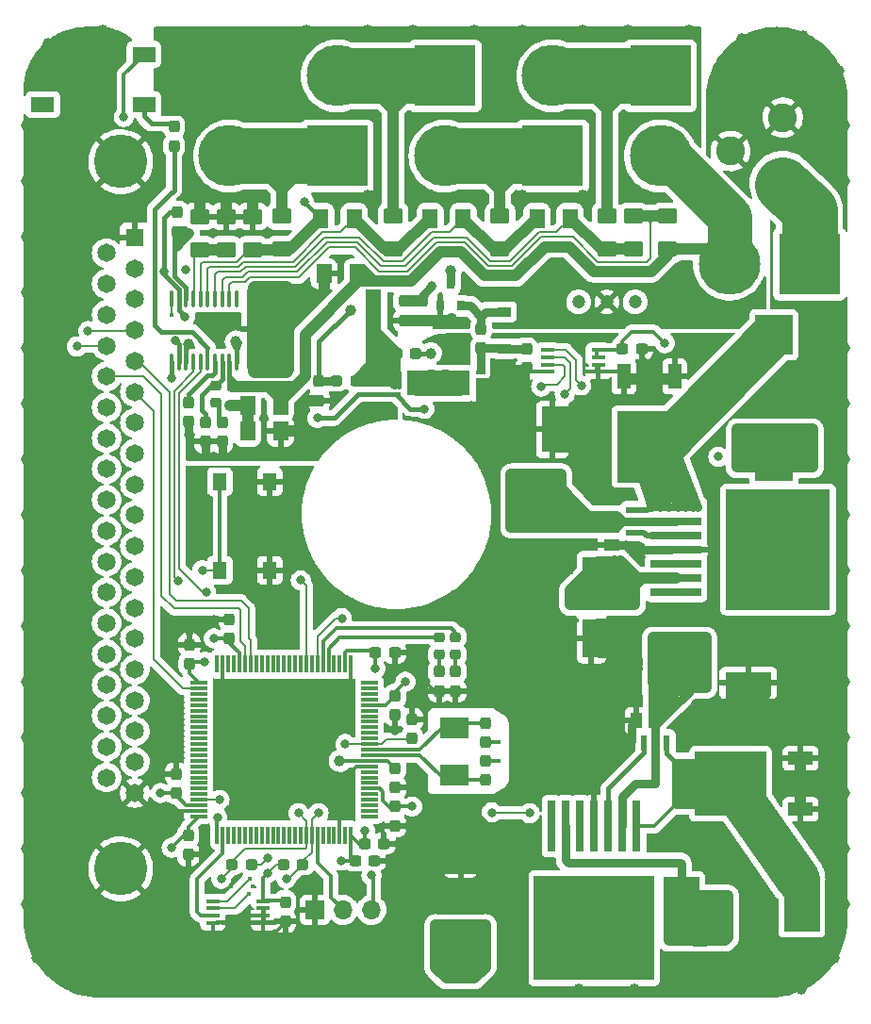
<source format=gtl>
%TF.GenerationSoftware,KiCad,Pcbnew,(6.0.1)*%
%TF.CreationDate,2022-04-29T11:40:24-05:00*%
%TF.ProjectId,Power_KiCAD_Project,506f7765-725f-44b6-9943-41445f50726f,rev?*%
%TF.SameCoordinates,Original*%
%TF.FileFunction,Copper,L1,Top*%
%TF.FilePolarity,Positive*%
%FSLAX46Y46*%
G04 Gerber Fmt 4.6, Leading zero omitted, Abs format (unit mm)*
G04 Created by KiCad (PCBNEW (6.0.1)) date 2022-04-29 11:40:24*
%MOMM*%
%LPD*%
G01*
G04 APERTURE LIST*
G04 Aperture macros list*
%AMRoundRect*
0 Rectangle with rounded corners*
0 $1 Rounding radius*
0 $2 $3 $4 $5 $6 $7 $8 $9 X,Y pos of 4 corners*
0 Add a 4 corners polygon primitive as box body*
4,1,4,$2,$3,$4,$5,$6,$7,$8,$9,$2,$3,0*
0 Add four circle primitives for the rounded corners*
1,1,$1+$1,$2,$3*
1,1,$1+$1,$4,$5*
1,1,$1+$1,$6,$7*
1,1,$1+$1,$8,$9*
0 Add four rect primitives between the rounded corners*
20,1,$1+$1,$2,$3,$4,$5,0*
20,1,$1+$1,$4,$5,$6,$7,0*
20,1,$1+$1,$6,$7,$8,$9,0*
20,1,$1+$1,$8,$9,$2,$3,0*%
%AMFreePoly0*
4,1,21,1.545000,0.775000,0.925000,0.775000,0.925000,0.525000,1.545000,0.525000,1.545000,0.125000,0.925000,0.125000,0.925000,-0.125000,1.545000,-0.125000,1.545000,-0.525000,0.925000,-0.525000,0.925000,-0.775000,1.545000,-0.775000,1.545000,-1.175000,0.925000,-1.175000,0.925000,-1.125000,-0.925000,-1.125000,-0.925000,1.125000,0.925000,1.125000,0.925000,1.175000,1.545000,1.175000,
1.545000,0.775000,1.545000,0.775000,$1*%
G04 Aperture macros list end*
%TA.AperFunction,ComponentPad*%
%ADD10R,1.650000X1.650000*%
%TD*%
%TA.AperFunction,ComponentPad*%
%ADD11C,1.650000*%
%TD*%
%TA.AperFunction,ComponentPad*%
%ADD12C,4.800000*%
%TD*%
%TA.AperFunction,SMDPad,CuDef*%
%ADD13RoundRect,0.237500X-0.237500X0.300000X-0.237500X-0.300000X0.237500X-0.300000X0.237500X0.300000X0*%
%TD*%
%TA.AperFunction,SMDPad,CuDef*%
%ADD14RoundRect,0.237500X-0.300000X-0.237500X0.300000X-0.237500X0.300000X0.237500X-0.300000X0.237500X0*%
%TD*%
%TA.AperFunction,SMDPad,CuDef*%
%ADD15R,4.150000X1.900000*%
%TD*%
%TA.AperFunction,SMDPad,CuDef*%
%ADD16R,1.020000X1.470000*%
%TD*%
%TA.AperFunction,SMDPad,CuDef*%
%ADD17RoundRect,0.237500X0.237500X-0.300000X0.237500X0.300000X-0.237500X0.300000X-0.237500X-0.300000X0*%
%TD*%
%TA.AperFunction,SMDPad,CuDef*%
%ADD18RoundRect,0.237500X-0.237500X0.287500X-0.237500X-0.287500X0.237500X-0.287500X0.237500X0.287500X0*%
%TD*%
%TA.AperFunction,SMDPad,CuDef*%
%ADD19R,2.200000X1.200000*%
%TD*%
%TA.AperFunction,SMDPad,CuDef*%
%ADD20R,6.400000X5.800000*%
%TD*%
%TA.AperFunction,SMDPad,CuDef*%
%ADD21R,1.200000X0.900000*%
%TD*%
%TA.AperFunction,SMDPad,CuDef*%
%ADD22RoundRect,0.218750X0.256250X-0.218750X0.256250X0.218750X-0.256250X0.218750X-0.256250X-0.218750X0*%
%TD*%
%TA.AperFunction,SMDPad,CuDef*%
%ADD23R,0.830000X0.400000*%
%TD*%
%TA.AperFunction,SMDPad,CuDef*%
%ADD24FreePoly0,0.000000*%
%TD*%
%TA.AperFunction,SMDPad,CuDef*%
%ADD25R,0.800000X0.900000*%
%TD*%
%TA.AperFunction,SMDPad,CuDef*%
%ADD26FreePoly0,180.000000*%
%TD*%
%TA.AperFunction,SMDPad,CuDef*%
%ADD27RoundRect,0.237500X-0.287500X-0.237500X0.287500X-0.237500X0.287500X0.237500X-0.287500X0.237500X0*%
%TD*%
%TA.AperFunction,SMDPad,CuDef*%
%ADD28R,0.800000X4.600000*%
%TD*%
%TA.AperFunction,SMDPad,CuDef*%
%ADD29R,10.800000X9.400000*%
%TD*%
%TA.AperFunction,SMDPad,CuDef*%
%ADD30RoundRect,0.075000X0.725000X0.075000X-0.725000X0.075000X-0.725000X-0.075000X0.725000X-0.075000X0*%
%TD*%
%TA.AperFunction,SMDPad,CuDef*%
%ADD31RoundRect,0.075000X0.075000X0.725000X-0.075000X0.725000X-0.075000X-0.725000X0.075000X-0.725000X0*%
%TD*%
%TA.AperFunction,SMDPad,CuDef*%
%ADD32RoundRect,0.237500X0.237500X-0.287500X0.237500X0.287500X-0.237500X0.287500X-0.237500X-0.287500X0*%
%TD*%
%TA.AperFunction,ComponentPad*%
%ADD33R,5.516000X5.516000*%
%TD*%
%TA.AperFunction,ComponentPad*%
%ADD34C,5.516000*%
%TD*%
%TA.AperFunction,SMDPad,CuDef*%
%ADD35RoundRect,0.250001X-0.624999X0.462499X-0.624999X-0.462499X0.624999X-0.462499X0.624999X0.462499X0*%
%TD*%
%TA.AperFunction,ComponentPad*%
%ADD36C,1.200000*%
%TD*%
%TA.AperFunction,SMDPad,CuDef*%
%ADD37RoundRect,0.250001X0.624999X-0.462499X0.624999X0.462499X-0.624999X0.462499X-0.624999X-0.462499X0*%
%TD*%
%TA.AperFunction,ComponentPad*%
%ADD38R,2.600000X2.600000*%
%TD*%
%TA.AperFunction,ComponentPad*%
%ADD39C,2.600000*%
%TD*%
%TA.AperFunction,SMDPad,CuDef*%
%ADD40RoundRect,0.250001X0.462499X0.624999X-0.462499X0.624999X-0.462499X-0.624999X0.462499X-0.624999X0*%
%TD*%
%TA.AperFunction,SMDPad,CuDef*%
%ADD41RoundRect,0.237500X0.287500X0.237500X-0.287500X0.237500X-0.287500X-0.237500X0.287500X-0.237500X0*%
%TD*%
%TA.AperFunction,SMDPad,CuDef*%
%ADD42RoundRect,0.100000X0.100000X-0.637500X0.100000X0.637500X-0.100000X0.637500X-0.100000X-0.637500X0*%
%TD*%
%TA.AperFunction,SMDPad,CuDef*%
%ADD43RoundRect,0.250001X-0.462499X-0.624999X0.462499X-0.624999X0.462499X0.624999X-0.462499X0.624999X0*%
%TD*%
%TA.AperFunction,SMDPad,CuDef*%
%ADD44R,1.900000X4.400000*%
%TD*%
%TA.AperFunction,SMDPad,CuDef*%
%ADD45R,1.900000X4.150000*%
%TD*%
%TA.AperFunction,SMDPad,CuDef*%
%ADD46R,0.620000X1.470000*%
%TD*%
%TA.AperFunction,SMDPad,CuDef*%
%ADD47R,1.200000X2.200000*%
%TD*%
%TA.AperFunction,SMDPad,CuDef*%
%ADD48R,5.800000X6.400000*%
%TD*%
%TA.AperFunction,SMDPad,CuDef*%
%ADD49R,1.600000X3.500000*%
%TD*%
%TA.AperFunction,SMDPad,CuDef*%
%ADD50R,1.470000X1.020000*%
%TD*%
%TA.AperFunction,SMDPad,CuDef*%
%ADD51R,1.470000X0.620000*%
%TD*%
%TA.AperFunction,SMDPad,CuDef*%
%ADD52R,3.400000X3.600000*%
%TD*%
%TA.AperFunction,SMDPad,CuDef*%
%ADD53R,4.600000X0.800000*%
%TD*%
%TA.AperFunction,SMDPad,CuDef*%
%ADD54R,9.400000X10.800000*%
%TD*%
%TA.AperFunction,SMDPad,CuDef*%
%ADD55R,1.244600X0.355600*%
%TD*%
%TA.AperFunction,ComponentPad*%
%ADD56R,1.700000X1.700000*%
%TD*%
%TA.AperFunction,ComponentPad*%
%ADD57O,1.700000X1.700000*%
%TD*%
%TA.AperFunction,SMDPad,CuDef*%
%ADD58R,1.300000X1.550000*%
%TD*%
%TA.AperFunction,SMDPad,CuDef*%
%ADD59R,2.600000X1.900000*%
%TD*%
%TA.AperFunction,SMDPad,CuDef*%
%ADD60R,1.422400X7.112000*%
%TD*%
%TA.AperFunction,SMDPad,CuDef*%
%ADD61R,3.225800X4.953000*%
%TD*%
%TA.AperFunction,SMDPad,CuDef*%
%ADD62R,2.100000X1.400000*%
%TD*%
%TA.AperFunction,ViaPad*%
%ADD63C,1.000000*%
%TD*%
%TA.AperFunction,ViaPad*%
%ADD64C,0.400000*%
%TD*%
%TA.AperFunction,ViaPad*%
%ADD65C,0.800000*%
%TD*%
%TA.AperFunction,Conductor*%
%ADD66C,1.000000*%
%TD*%
%TA.AperFunction,Conductor*%
%ADD67C,0.800000*%
%TD*%
%TA.AperFunction,Conductor*%
%ADD68C,0.400000*%
%TD*%
%TA.AperFunction,Conductor*%
%ADD69C,0.300000*%
%TD*%
%TA.AperFunction,Conductor*%
%ADD70C,0.200000*%
%TD*%
%TA.AperFunction,Conductor*%
%ADD71C,4.000000*%
%TD*%
%TA.AperFunction,Conductor*%
%ADD72C,0.500000*%
%TD*%
%TA.AperFunction,Conductor*%
%ADD73C,1.500000*%
%TD*%
%TA.AperFunction,Conductor*%
%ADD74C,1.250000*%
%TD*%
%TA.AperFunction,Conductor*%
%ADD75C,5.000000*%
%TD*%
G04 APERTURE END LIST*
D10*
%TO.P,J8,1,1*%
%TO.N,GND*%
X93000000Y-73650000D03*
D11*
%TO.P,J8,2,2*%
%TO.N,+3V3*%
X93000000Y-76420000D03*
%TO.P,J8,3,3*%
%TO.N,/DSUB-37_Bus/t_miso*%
X93000000Y-79190000D03*
%TO.P,J8,4,4*%
%TO.N,/DSUB-37_Bus/SWDIO*%
X93000000Y-81960000D03*
%TO.P,J8,5,5*%
%TO.N,/DSUB-37_Bus/Alert_scl*%
X93000000Y-84730000D03*
%TO.P,J8,6,6*%
%TO.N,/DSUB-37_Bus/Alert_Active*%
X93000000Y-87500000D03*
%TO.P,J8,7,7*%
%TO.N,/DSUB-37_Bus/Fire*%
X93000000Y-90270000D03*
%TO.P,J8,8,8*%
%TO.N,unconnected-(J8-Pad8)*%
X93000000Y-93040000D03*
%TO.P,J8,9,9*%
%TO.N,unconnected-(J8-Pad9)*%
X93000000Y-95810000D03*
%TO.P,J8,10,10*%
%TO.N,unconnected-(J8-Pad10)*%
X93000000Y-98580000D03*
%TO.P,J8,11,11*%
%TO.N,unconnected-(J8-Pad11)*%
X93000000Y-101350000D03*
%TO.P,J8,12,12*%
%TO.N,unconnected-(J8-Pad12)*%
X93000000Y-104120000D03*
%TO.P,J8,13,13*%
%TO.N,unconnected-(J8-Pad13)*%
X93000000Y-106890000D03*
%TO.P,J8,14,14*%
%TO.N,unconnected-(J8-Pad14)*%
X93000000Y-109660000D03*
%TO.P,J8,15,15*%
%TO.N,unconnected-(J8-Pad15)*%
X93000000Y-112430000D03*
%TO.P,J8,16,16*%
%TO.N,unconnected-(J8-Pad16)*%
X93000000Y-115200000D03*
%TO.P,J8,17,17*%
%TO.N,unconnected-(J8-Pad17)*%
X93000000Y-117970000D03*
%TO.P,J8,18,18*%
%TO.N,+3V3*%
X93000000Y-120740000D03*
%TO.P,J8,19,19*%
%TO.N,GND*%
X93000000Y-123510000D03*
%TO.P,J8,20,20*%
%TO.N,+5V*%
X90460000Y-75035000D03*
%TO.P,J8,21,21*%
%TO.N,/DSUB-37_Bus/t_mosi*%
X90460000Y-77805000D03*
%TO.P,J8,22,22*%
%TO.N,/DSUB-37_Bus/t_clk*%
X90460000Y-80575000D03*
%TO.P,J8,23,23*%
%TO.N,/DSUB-37_Bus/SWCLK*%
X90460000Y-83345000D03*
%TO.P,J8,24,24*%
%TO.N,/DSUB-37_Bus/Alert_sda*%
X90460000Y-86115000D03*
%TO.P,J8,25,25*%
%TO.N,/DSUB-37_Bus/NRST*%
X90460000Y-88885000D03*
%TO.P,J8,26,26*%
%TO.N,/DSUB-37_Bus/Fire_redundant*%
X90460000Y-91655000D03*
%TO.P,J8,27,27*%
%TO.N,unconnected-(J8-Pad27)*%
X90460000Y-94425000D03*
%TO.P,J8,28,28*%
%TO.N,unconnected-(J8-Pad28)*%
X90460000Y-97195000D03*
%TO.P,J8,29,29*%
%TO.N,unconnected-(J8-Pad29)*%
X90460000Y-99965000D03*
%TO.P,J8,30,30*%
%TO.N,unconnected-(J8-Pad30)*%
X90460000Y-102735000D03*
%TO.P,J8,31,31*%
%TO.N,unconnected-(J8-Pad31)*%
X90460000Y-105505000D03*
%TO.P,J8,32,32*%
%TO.N,unconnected-(J8-Pad32)*%
X90460000Y-108275000D03*
%TO.P,J8,33,33*%
%TO.N,unconnected-(J8-Pad33)*%
X90460000Y-111045000D03*
%TO.P,J8,34,34*%
%TO.N,unconnected-(J8-Pad34)*%
X90460000Y-113815000D03*
%TO.P,J8,35,35*%
%TO.N,unconnected-(J8-Pad35)*%
X90460000Y-116585000D03*
%TO.P,J8,36,36*%
%TO.N,unconnected-(J8-Pad36)*%
X90460000Y-119355000D03*
%TO.P,J8,37,37*%
%TO.N,+5V*%
X90460000Y-122125000D03*
D12*
%TO.P,J8,MH1,MH1*%
%TO.N,GND*%
X91730000Y-66830000D03*
%TO.P,J8,MH2,MH2*%
X91730000Y-130330000D03*
%TD*%
D13*
%TO.P,C1,1*%
%TO.N,+3V3*%
X106505000Y-133307500D03*
%TO.P,C1,2*%
%TO.N,GND*%
X106505000Y-135032500D03*
%TD*%
D14*
%TO.P,C2,1*%
%TO.N,+3V3*%
X136800000Y-83625000D03*
%TO.P,C2,2*%
%TO.N,GND*%
X138525000Y-83625000D03*
%TD*%
D15*
%TO.P,C3,1*%
%TO.N,/Buck_Converters/V_IN*%
X141150000Y-113625000D03*
%TO.P,C3,2*%
%TO.N,GND*%
X148100000Y-113625000D03*
%TD*%
D16*
%TO.P,C5,1*%
%TO.N,/Buck_Converters/V_IN*%
X139625000Y-117025000D03*
%TO.P,C5,2*%
%TO.N,GND*%
X138025000Y-117025000D03*
%TD*%
D17*
%TO.P,C17,1*%
%TO.N,GNDREF*%
X99320000Y-91967500D03*
%TO.P,C17,2*%
%TO.N,Net-(C17-Pad2)*%
X99320000Y-90242500D03*
%TD*%
D18*
%TO.P,C18,1*%
%TO.N,Net-(C18-Pad1)*%
X118785000Y-79345000D03*
%TO.P,C18,2*%
%TO.N,GNDREF*%
X118785000Y-81095000D03*
%TD*%
D17*
%TO.P,C23,1*%
%TO.N,GNDREF*%
X97850000Y-90160000D03*
%TO.P,C23,2*%
%TO.N,Net-(C23-Pad2)*%
X97850000Y-88435000D03*
%TD*%
D14*
%TO.P,C26,1*%
%TO.N,+3V3*%
X113660001Y-128055000D03*
%TO.P,C26,2*%
%TO.N,GND*%
X115385001Y-128055000D03*
%TD*%
D17*
%TO.P,C28,1*%
%TO.N,+3V3*%
X97900000Y-111924999D03*
%TO.P,C28,2*%
%TO.N,GND*%
X97900000Y-110199999D03*
%TD*%
D13*
%TO.P,C30,1*%
%TO.N,+3V3*%
X116400000Y-124725000D03*
%TO.P,C30,2*%
%TO.N,GND*%
X116400000Y-126450000D03*
%TD*%
D14*
%TO.P,C33,1*%
%TO.N,+3V3*%
X112780000Y-129575000D03*
%TO.P,C33,2*%
%TO.N,GND*%
X114505000Y-129575000D03*
%TD*%
D13*
%TO.P,C35,1*%
%TO.N,+3V3*%
X116400000Y-114762500D03*
%TO.P,C35,2*%
%TO.N,GND*%
X116400000Y-116487500D03*
%TD*%
D19*
%TO.P,D1,1*%
%TO.N,GND*%
X152800000Y-124980000D03*
D20*
%TO.P,D1,2*%
%TO.N,Net-(C7-Pad2)*%
X146500000Y-122700000D03*
D19*
%TO.P,D1,3*%
%TO.N,GND*%
X152800000Y-120420000D03*
%TD*%
D21*
%TO.P,D4,1,K*%
%TO.N,Net-(D4-Pad1)*%
X126200000Y-83625000D03*
%TO.P,D4,2,A*%
%TO.N,Net-(D4-Pad2)*%
X126200000Y-80325000D03*
%TD*%
D22*
%TO.P,D5,1,K*%
%TO.N,Net-(D5-Pad1)*%
X121800000Y-111100001D03*
%TO.P,D5,2,A*%
%TO.N,Net-(D5-Pad2)*%
X121800000Y-109525001D03*
%TD*%
%TO.P,D6,1,K*%
%TO.N,Net-(D6-Pad1)*%
X120300000Y-111100001D03*
%TO.P,D6,2,A*%
%TO.N,Net-(D6-Pad2)*%
X120300000Y-109525001D03*
%TD*%
D23*
%TO.P,Q1,1,S*%
%TO.N,Net-(Q1-Pad1)*%
X116465001Y-85750000D03*
%TO.P,Q1,2,S*%
X116465001Y-86400000D03*
%TO.P,Q1,3,S*%
X116465001Y-87050000D03*
%TO.P,Q1,4,G*%
%TO.N,Net-(Q1-Pad4)*%
X116465001Y-87700000D03*
D24*
%TO.P,Q1,5,D*%
%TO.N,Net-(Q1-Pad5)*%
X118405001Y-86725000D03*
%TD*%
D25*
%TO.P,Q2,1,G*%
%TO.N,GNDREF*%
X120390000Y-79785000D03*
%TO.P,Q2,2,S*%
%TO.N,Net-(D4-Pad2)*%
X122290000Y-79785000D03*
%TO.P,Q2,3,D*%
%TO.N,Net-(Q2-Pad3)*%
X121340000Y-77785000D03*
%TD*%
D23*
%TO.P,Q3,1,S*%
%TO.N,GND*%
X124035000Y-87699999D03*
%TO.P,Q3,2,S*%
X124035000Y-87049999D03*
%TO.P,Q3,3,S*%
X124035000Y-86399999D03*
%TO.P,Q3,4,G*%
%TO.N,Net-(D4-Pad1)*%
X124035000Y-85749999D03*
D26*
%TO.P,Q3,5,D*%
%TO.N,Net-(Q1-Pad5)*%
X122095000Y-86724999D03*
%TD*%
D18*
%TO.P,R8,1*%
%TO.N,Net-(C18-Pad1)*%
X117185000Y-79345000D03*
%TO.P,R8,2*%
%TO.N,GNDREF*%
X117185000Y-81095000D03*
%TD*%
%TO.P,R16,1*%
%TO.N,Net-(D5-Pad1)*%
X121800000Y-112625000D03*
%TO.P,R16,2*%
%TO.N,GND*%
X121800000Y-114375000D03*
%TD*%
%TO.P,R17,1*%
%TO.N,Net-(D6-Pad1)*%
X120300000Y-112625000D03*
%TO.P,R17,2*%
%TO.N,GND*%
X120300000Y-114375000D03*
%TD*%
D27*
%TO.P,R18,1*%
%TO.N,/I2C_SCL*%
X101725000Y-129925000D03*
%TO.P,R18,2*%
%TO.N,+3V3*%
X103475000Y-129925000D03*
%TD*%
D28*
%TO.P,U3,1,SWO*%
%TO.N,Net-(C7-Pad2)*%
X138060000Y-126500000D03*
%TO.P,U3,2,VIN*%
%TO.N,/Buck_Converters/V_IN*%
X136790000Y-126500000D03*
%TO.P,U3,3,CB*%
%TO.N,Net-(C7-Pad1)*%
X135520000Y-126500000D03*
%TO.P,U3,4,GND*%
%TO.N,GND*%
X134250000Y-126500000D03*
%TO.P,U3,5*%
%TO.N,N/C*%
X132980000Y-126500000D03*
%TO.P,U3,6,FB*%
%TO.N,+5V*%
X131710000Y-126500000D03*
%TO.P,U3,7,ON/~{OFF}*%
%TO.N,unconnected-(U3-Pad7)*%
X130440000Y-126500000D03*
D29*
%TO.P,U3,8*%
%TO.N,N/C*%
X134250000Y-135650000D03*
%TD*%
D30*
%TO.P,U6,1,PE2*%
%TO.N,unconnected-(U6-Pad1)*%
X114075000Y-125625000D03*
%TO.P,U6,2,PE3*%
%TO.N,unconnected-(U6-Pad2)*%
X114075000Y-125125000D03*
%TO.P,U6,3,PE4*%
%TO.N,unconnected-(U6-Pad3)*%
X114075000Y-124625000D03*
%TO.P,U6,4,PE5*%
%TO.N,unconnected-(U6-Pad4)*%
X114075000Y-124125000D03*
%TO.P,U6,5,PE6*%
%TO.N,unconnected-(U6-Pad5)*%
X114075000Y-123625000D03*
%TO.P,U6,6,VBAT*%
%TO.N,+3V3*%
X114075000Y-123125000D03*
%TO.P,U6,7,PC13*%
%TO.N,unconnected-(U6-Pad7)*%
X114075000Y-122625000D03*
%TO.P,U6,8,PC14*%
%TO.N,unconnected-(U6-Pad8)*%
X114075000Y-122125000D03*
%TO.P,U6,9,PC15*%
%TO.N,unconnected-(U6-Pad9)*%
X114075000Y-121625000D03*
%TO.P,U6,10,VSS*%
%TO.N,GND*%
X114075000Y-121125000D03*
%TO.P,U6,11,VDD*%
%TO.N,+3V3*%
X114075000Y-120625000D03*
%TO.P,U6,12,PH0*%
%TO.N,Net-(C24-Pad1)*%
X114075000Y-120125000D03*
%TO.P,U6,13,PH1*%
%TO.N,Net-(C25-Pad1)*%
X114075000Y-119625000D03*
%TO.P,U6,14,NRST*%
%TO.N,/DSUB-37_Bus/NRST*%
X114075000Y-119125000D03*
%TO.P,U6,15,PC0*%
%TO.N,unconnected-(U6-Pad15)*%
X114075000Y-118625000D03*
%TO.P,U6,16,PC1*%
%TO.N,unconnected-(U6-Pad16)*%
X114075000Y-118125000D03*
%TO.P,U6,17,PC2*%
%TO.N,unconnected-(U6-Pad17)*%
X114075000Y-117625000D03*
%TO.P,U6,18,PC3*%
%TO.N,unconnected-(U6-Pad18)*%
X114075000Y-117125000D03*
%TO.P,U6,19,VREF-/VSSA*%
%TO.N,unconnected-(U6-Pad19)*%
X114075000Y-116625000D03*
%TO.P,U6,20,VREF+*%
%TO.N,unconnected-(U6-Pad20)*%
X114075000Y-116125000D03*
%TO.P,U6,21,VDDA*%
%TO.N,+3V3*%
X114075000Y-115625000D03*
%TO.P,U6,22,PA0*%
%TO.N,unconnected-(U6-Pad22)*%
X114075000Y-115125000D03*
%TO.P,U6,23,PA1*%
%TO.N,unconnected-(U6-Pad23)*%
X114075000Y-114625000D03*
%TO.P,U6,24,PA2*%
%TO.N,unconnected-(U6-Pad24)*%
X114075000Y-114125000D03*
%TO.P,U6,25,PA3*%
%TO.N,unconnected-(U6-Pad25)*%
X114075000Y-113625000D03*
D31*
%TO.P,U6,26,VSS*%
%TO.N,GND*%
X112400000Y-111950000D03*
%TO.P,U6,27,VDD*%
%TO.N,+3V3*%
X111900000Y-111950000D03*
%TO.P,U6,28,PA4*%
%TO.N,unconnected-(U6-Pad28)*%
X111400000Y-111950000D03*
%TO.P,U6,29,PA5*%
%TO.N,unconnected-(U6-Pad29)*%
X110900000Y-111950000D03*
%TO.P,U6,30,PA6*%
%TO.N,Net-(D6-Pad2)*%
X110400000Y-111950000D03*
%TO.P,U6,31,PA7*%
%TO.N,Net-(D5-Pad2)*%
X109900000Y-111950000D03*
%TO.P,U6,32,PB0*%
%TO.N,/TEMP_ALERT_1*%
X109400000Y-111950000D03*
%TO.P,U6,33,PB1*%
%TO.N,unconnected-(U6-Pad33)*%
X108900000Y-111950000D03*
%TO.P,U6,34,PB2*%
%TO.N,/BATT_ALERT*%
X108400000Y-111950000D03*
%TO.P,U6,35,PE7*%
%TO.N,unconnected-(U6-Pad35)*%
X107900000Y-111950000D03*
%TO.P,U6,36,PE8*%
%TO.N,unconnected-(U6-Pad36)*%
X107400000Y-111950000D03*
%TO.P,U6,37,PE9*%
%TO.N,/STM32L562VET6Q 1/ABORT_1*%
X106900000Y-111950000D03*
%TO.P,U6,38,PE10*%
%TO.N,unconnected-(U6-Pad38)*%
X106400000Y-111950000D03*
%TO.P,U6,39,PE11*%
%TO.N,unconnected-(U6-Pad39)*%
X105900000Y-111950000D03*
%TO.P,U6,40,PE12*%
%TO.N,/STM32L562VET6Q 1/ABORT_2*%
X105400000Y-111950000D03*
%TO.P,U6,41,PE13*%
%TO.N,unconnected-(U6-Pad41)*%
X104900000Y-111950000D03*
%TO.P,U6,42,PE14*%
%TO.N,unconnected-(U6-Pad42)*%
X104400000Y-111950000D03*
%TO.P,U6,43,PE15*%
%TO.N,unconnected-(U6-Pad43)*%
X103900000Y-111950000D03*
%TO.P,U6,44,PB10*%
%TO.N,/DSUB-37_Bus/Alert_scl*%
X103400000Y-111950000D03*
%TO.P,U6,45,PB11*%
%TO.N,/DSUB-37_Bus/Alert_sda*%
X102900000Y-111950000D03*
%TO.P,U6,46,VDDSMPS*%
%TO.N,+3V3*%
X102400000Y-111950000D03*
%TO.P,U6,47,VLXSMPS*%
%TO.N,unconnected-(U6-Pad47)*%
X101900000Y-111950000D03*
%TO.P,U6,48,VSSSMPS*%
%TO.N,unconnected-(U6-Pad48)*%
X101400000Y-111950000D03*
%TO.P,U6,49,VSS*%
%TO.N,GND*%
X100900000Y-111950000D03*
%TO.P,U6,50,V15SMPS_1*%
%TO.N,unconnected-(U6-Pad50)*%
X100400000Y-111950000D03*
D30*
%TO.P,U6,51,VDD*%
%TO.N,+3V3*%
X98725000Y-113625000D03*
%TO.P,U6,52,PB13*%
%TO.N,/DSUB-37_Bus/Alert_Active*%
X98725000Y-114125000D03*
%TO.P,U6,53,PB14*%
%TO.N,unconnected-(U6-Pad53)*%
X98725000Y-114625000D03*
%TO.P,U6,54,PB15*%
%TO.N,unconnected-(U6-Pad54)*%
X98725000Y-115125000D03*
%TO.P,U6,55,PD8*%
%TO.N,unconnected-(U6-Pad55)*%
X98725000Y-115625000D03*
%TO.P,U6,56,PD9*%
%TO.N,unconnected-(U6-Pad56)*%
X98725000Y-116125000D03*
%TO.P,U6,57,PD10*%
%TO.N,unconnected-(U6-Pad57)*%
X98725000Y-116625000D03*
%TO.P,U6,58,PD11*%
%TO.N,unconnected-(U6-Pad58)*%
X98725000Y-117125000D03*
%TO.P,U6,59,PD12*%
%TO.N,unconnected-(U6-Pad59)*%
X98725000Y-117625000D03*
%TO.P,U6,60,PD13*%
%TO.N,unconnected-(U6-Pad60)*%
X98725000Y-118125000D03*
%TO.P,U6,61,PD14*%
%TO.N,unconnected-(U6-Pad61)*%
X98725000Y-118625000D03*
%TO.P,U6,62,PD15*%
%TO.N,unconnected-(U6-Pad62)*%
X98725000Y-119125000D03*
%TO.P,U6,63,PC6*%
%TO.N,unconnected-(U6-Pad63)*%
X98725000Y-119625000D03*
%TO.P,U6,64,PC7*%
%TO.N,unconnected-(U6-Pad64)*%
X98725000Y-120125000D03*
%TO.P,U6,65,PC8*%
%TO.N,unconnected-(U6-Pad65)*%
X98725000Y-120625000D03*
%TO.P,U6,66,PC9*%
%TO.N,unconnected-(U6-Pad66)*%
X98725000Y-121125000D03*
%TO.P,U6,67,PA8*%
%TO.N,unconnected-(U6-Pad67)*%
X98725000Y-121625000D03*
%TO.P,U6,68,PA9*%
%TO.N,unconnected-(U6-Pad68)*%
X98725000Y-122125000D03*
%TO.P,U6,69,PA10*%
%TO.N,unconnected-(U6-Pad69)*%
X98725000Y-122625000D03*
%TO.P,U6,70,PA11*%
%TO.N,unconnected-(U6-Pad70)*%
X98725000Y-123125000D03*
%TO.P,U6,71,PA12*%
%TO.N,unconnected-(U6-Pad71)*%
X98725000Y-123625000D03*
%TO.P,U6,72,PA13*%
%TO.N,/DSUB-37_Bus/SWDIO*%
X98725000Y-124125000D03*
%TO.P,U6,73,VDDUSB*%
%TO.N,+3V3*%
X98725000Y-124625000D03*
%TO.P,U6,74,VSS*%
%TO.N,GND*%
X98725000Y-125125000D03*
%TO.P,U6,75,VDD*%
%TO.N,+3V3*%
X98725000Y-125625000D03*
D31*
%TO.P,U6,76,PA14*%
%TO.N,/DSUB-37_Bus/SWCLK*%
X100400000Y-127300000D03*
%TO.P,U6,77,PA15*%
%TO.N,/TEMP_ALERT_2*%
X100900000Y-127300000D03*
%TO.P,U6,78,PC10*%
%TO.N,unconnected-(U6-Pad78)*%
X101400000Y-127300000D03*
%TO.P,U6,79,PC11*%
%TO.N,unconnected-(U6-Pad79)*%
X101900000Y-127300000D03*
%TO.P,U6,80,PC12*%
%TO.N,unconnected-(U6-Pad80)*%
X102400000Y-127300000D03*
%TO.P,U6,81,PD0*%
%TO.N,unconnected-(U6-Pad81)*%
X102900000Y-127300000D03*
%TO.P,U6,82,PD1*%
%TO.N,unconnected-(U6-Pad82)*%
X103400000Y-127300000D03*
%TO.P,U6,83,PD2*%
%TO.N,unconnected-(U6-Pad83)*%
X103900000Y-127300000D03*
%TO.P,U6,84,PD3*%
%TO.N,unconnected-(U6-Pad84)*%
X104400000Y-127300000D03*
%TO.P,U6,85,PD4*%
%TO.N,unconnected-(U6-Pad85)*%
X104900000Y-127300000D03*
%TO.P,U6,86,PD5*%
%TO.N,unconnected-(U6-Pad86)*%
X105400000Y-127300000D03*
%TO.P,U6,87,PD6*%
%TO.N,unconnected-(U6-Pad87)*%
X105900000Y-127300000D03*
%TO.P,U6,88,PD7*%
%TO.N,unconnected-(U6-Pad88)*%
X106400000Y-127300000D03*
%TO.P,U6,89,PB3*%
%TO.N,unconnected-(U6-Pad89)*%
X106900000Y-127300000D03*
%TO.P,U6,90,PB4*%
%TO.N,unconnected-(U6-Pad90)*%
X107400000Y-127300000D03*
%TO.P,U6,91,PB5*%
%TO.N,/STM32L562VET6Q 1/I2C1_EN*%
X107900000Y-127300000D03*
%TO.P,U6,92,PB6*%
%TO.N,/I2C_SCL*%
X108400000Y-127300000D03*
%TO.P,U6,93,PB7*%
%TO.N,/I2C_SDA*%
X108900000Y-127300000D03*
%TO.P,U6,94,PH3*%
%TO.N,Net-(JP1-Pad2)*%
X109400000Y-127300000D03*
%TO.P,U6,95,PB8*%
%TO.N,unconnected-(U6-Pad95)*%
X109900000Y-127300000D03*
%TO.P,U6,96,PB9*%
%TO.N,unconnected-(U6-Pad96)*%
X110400000Y-127300000D03*
%TO.P,U6,97,PE0*%
%TO.N,unconnected-(U6-Pad97)*%
X110900000Y-127300000D03*
%TO.P,U6,98,VSS*%
%TO.N,GND*%
X111400000Y-127300000D03*
%TO.P,U6,99,V15SMPS_2*%
%TO.N,unconnected-(U6-Pad99)*%
X111900000Y-127300000D03*
%TO.P,U6,100,VDD*%
%TO.N,+3V3*%
X112400000Y-127300000D03*
%TD*%
D18*
%TO.P,R7,1*%
%TO.N,Net-(D3-Pad1)*%
X100830000Y-90230000D03*
%TO.P,R7,2*%
%TO.N,GNDREF*%
X100830000Y-91980000D03*
%TD*%
D32*
%TO.P,C21,1*%
%TO.N,GNDREF*%
X109540000Y-88275000D03*
%TO.P,C21,2*%
%TO.N,Net-(C20-Pad1)*%
X109540000Y-86525000D03*
%TD*%
D27*
%TO.P,R11,1*%
%TO.N,Net-(C20-Pad1)*%
X111110000Y-86485000D03*
%TO.P,R11,2*%
%TO.N,Net-(Q1-Pad1)*%
X112860000Y-86485000D03*
%TD*%
D33*
%TO.P,J4,1,-*%
%TO.N,/PACK_M2*%
X120850000Y-59125000D03*
D34*
%TO.P,J4,2,+*%
%TO.N,/PACK_M3*%
X120850000Y-66325000D03*
%TD*%
D33*
%TO.P,J2,1,-*%
%TO.N,/PACK_M4*%
X140200000Y-59125000D03*
D34*
%TO.P,J2,2,+*%
%TO.N,/PACK_M5*%
X140200000Y-66325000D03*
%TD*%
D33*
%TO.P,J6,1,-*%
%TO.N,GNDREF*%
X101500000Y-59125000D03*
D34*
%TO.P,J6,2,+*%
%TO.N,/PACK_M1*%
X101500000Y-66325000D03*
%TD*%
D35*
%TO.P,R3,1*%
%TO.N,/PACK_M3*%
X125800000Y-71725000D03*
%TO.P,R3,2*%
%TO.N,/LiPo Pack Monitor/VC3*%
X125800000Y-74700000D03*
%TD*%
D36*
%TO.P,RV1,1,1*%
%TO.N,Net-(R14-Pad1)*%
X132860000Y-79425000D03*
%TO.P,RV1,2,2*%
%TO.N,GNDREF*%
X135400000Y-79425000D03*
%TO.P,RV1,3,3*%
%TO.N,unconnected-(RV1-Pad3)*%
X137940000Y-79425000D03*
%TD*%
D35*
%TO.P,R5,1*%
%TO.N,/PACK_M1*%
X106200000Y-71725000D03*
%TO.P,R5,2*%
%TO.N,/LiPo Pack Monitor/VC1*%
X106200000Y-74700000D03*
%TD*%
D37*
%TO.P,R1,1*%
%TO.N,/PACK_M5*%
X140800000Y-74700000D03*
%TO.P,R1,2*%
%TO.N,/LiPo Pack Monitor/VC5*%
X140800000Y-71725000D03*
%TD*%
D35*
%TO.P,R2,1*%
%TO.N,/PACK_M4*%
X135400000Y-71725000D03*
%TO.P,R2,2*%
%TO.N,/LiPo Pack Monitor/VC4*%
X135400000Y-74700000D03*
%TD*%
%TO.P,R4,1*%
%TO.N,/PACK_M2*%
X116200000Y-71725000D03*
%TO.P,R4,2*%
%TO.N,/LiPo Pack Monitor/VC2*%
X116200000Y-74700000D03*
%TD*%
D38*
%TO.P,J1,1*%
%TO.N,/Buck_Converters/V_IN*%
X151200000Y-68875000D03*
D39*
%TO.P,J1,2*%
%TO.N,GND*%
X151200000Y-62875000D03*
%TO.P,J1,3,MountPin*%
X146500000Y-65875000D03*
%TD*%
D35*
%TO.P,C16,1*%
%TO.N,GNDREF*%
X98800000Y-71750000D03*
%TO.P,C16,2*%
%TO.N,/LiPo Pack Monitor/VC0*%
X98800000Y-74725000D03*
%TD*%
D37*
%TO.P,C15,1*%
%TO.N,/LiPo Pack Monitor/VC1*%
X103600000Y-74725000D03*
%TO.P,C15,2*%
%TO.N,GNDREF*%
X103600000Y-71750000D03*
%TD*%
D40*
%TO.P,C14,1*%
%TO.N,/LiPo Pack Monitor/VC2*%
X112687500Y-71925000D03*
%TO.P,C14,2*%
%TO.N,/LiPo Pack Monitor/VC1*%
X109712500Y-71925000D03*
%TD*%
%TO.P,C13,1*%
%TO.N,/LiPo Pack Monitor/VC3*%
X122487500Y-71925000D03*
%TO.P,C13,2*%
%TO.N,/LiPo Pack Monitor/VC2*%
X119512500Y-71925000D03*
%TD*%
%TO.P,C12,1*%
%TO.N,/LiPo Pack Monitor/VC4*%
X132087500Y-71925000D03*
%TO.P,C12,2*%
%TO.N,/LiPo Pack Monitor/VC3*%
X129112500Y-71925000D03*
%TD*%
D35*
%TO.P,C11,1*%
%TO.N,/LiPo Pack Monitor/VC5*%
X137800000Y-71725000D03*
%TO.P,C11,2*%
%TO.N,/LiPo Pack Monitor/VC4*%
X137800000Y-74700000D03*
%TD*%
D33*
%TO.P,J5,1,-*%
%TO.N,/PACK_M1*%
X111175000Y-66325000D03*
D34*
%TO.P,J5,2,+*%
%TO.N,/PACK_M2*%
X111175000Y-59125000D03*
%TD*%
D33*
%TO.P,J3,1,-*%
%TO.N,/PACK_M3*%
X130525000Y-66325000D03*
D34*
%TO.P,J3,2,+*%
%TO.N,/PACK_M4*%
X130525000Y-59125000D03*
%TD*%
D13*
%TO.P,C27,1*%
%TO.N,+3V3*%
X97800000Y-127325000D03*
%TO.P,C27,2*%
%TO.N,GND*%
X97800000Y-129050000D03*
%TD*%
D41*
%TO.P,R12,1*%
%TO.N,Net-(Q1-Pad4)*%
X118249999Y-84025000D03*
%TO.P,R12,2*%
%TO.N,Net-(Q1-Pad1)*%
X116499999Y-84025000D03*
%TD*%
D17*
%TO.P,C36,1*%
%TO.N,/DSUB-37_Bus/NRST*%
X117890000Y-118624999D03*
%TO.P,C36,2*%
%TO.N,GND*%
X117890000Y-116899999D03*
%TD*%
D13*
%TO.P,C32,1*%
%TO.N,+3V3*%
X116400000Y-121325000D03*
%TO.P,C32,2*%
%TO.N,GND*%
X116400000Y-123050000D03*
%TD*%
D17*
%TO.P,C34,1*%
%TO.N,+3V3*%
X101500000Y-109624999D03*
%TO.P,C34,2*%
%TO.N,GND*%
X101500000Y-107899999D03*
%TD*%
D40*
%TO.P,R9,1*%
%TO.N,/PACK_M5*%
X106087500Y-88735000D03*
%TO.P,R9,2*%
%TO.N,Net-(C19-Pad2)*%
X103112500Y-88735000D03*
%TD*%
D41*
%TO.P,R19,1*%
%TO.N,/I2C_SDA*%
X108100001Y-129925000D03*
%TO.P,R19,2*%
%TO.N,+3V3*%
X106350001Y-129925000D03*
%TD*%
D32*
%TO.P,R13,1*%
%TO.N,Net-(D4-Pad1)*%
X124100000Y-83575000D03*
%TO.P,R13,2*%
%TO.N,Net-(D4-Pad2)*%
X124100000Y-81825000D03*
%TD*%
D17*
%TO.P,C31,1*%
%TO.N,+3V3*%
X96700000Y-123534999D03*
%TO.P,C31,2*%
%TO.N,GND*%
X96700000Y-121809999D03*
%TD*%
D18*
%TO.P,C20,1*%
%TO.N,Net-(C20-Pad1)*%
X96800000Y-71380000D03*
%TO.P,C20,2*%
%TO.N,Net-(C18-Pad1)*%
X96800000Y-73130000D03*
%TD*%
D42*
%TO.P,U5,1,DSG*%
%TO.N,Net-(Q1-Pad4)*%
X96300000Y-84850000D03*
%TO.P,U5,2,CHG*%
%TO.N,Net-(Q2-Pad3)*%
X96950000Y-84850000D03*
%TO.P,U5,3,VSS*%
%TO.N,GNDREF*%
X97600000Y-84850000D03*
%TO.P,U5,4,SDA*%
%TO.N,/I2C_SDA*%
X98250000Y-84850000D03*
%TO.P,U5,5,SCL*%
%TO.N,/I2C_SCL*%
X98900000Y-84850000D03*
%TO.P,U5,6,TS1*%
%TO.N,Net-(R14-Pad1)*%
X99550000Y-84850000D03*
%TO.P,U5,7,CAP1*%
%TO.N,Net-(C23-Pad2)*%
X100200000Y-84850000D03*
%TO.P,U5,8,REGOUT*%
%TO.N,Net-(C17-Pad2)*%
X100850000Y-84850000D03*
%TO.P,U5,9,REGSRC*%
%TO.N,/PACK_M5*%
X101500000Y-84850000D03*
%TO.P,U5,10,BAT*%
%TO.N,Net-(C19-Pad2)*%
X102150000Y-84850000D03*
%TO.P,U5,11,NC*%
%TO.N,unconnected-(U5-Pad11)*%
X102150000Y-79125000D03*
%TO.P,U5,12,VC5*%
%TO.N,/LiPo Pack Monitor/VC5*%
X101500000Y-79125000D03*
%TO.P,U5,13,VC4*%
%TO.N,/LiPo Pack Monitor/VC4*%
X100850000Y-79125000D03*
%TO.P,U5,14,VC3*%
%TO.N,/LiPo Pack Monitor/VC3*%
X100200000Y-79125000D03*
%TO.P,U5,15,VC2*%
%TO.N,/LiPo Pack Monitor/VC2*%
X99550000Y-79125000D03*
%TO.P,U5,16,VC1*%
%TO.N,/LiPo Pack Monitor/VC1*%
X98900000Y-79125000D03*
%TO.P,U5,17,VC0*%
%TO.N,/LiPo Pack Monitor/VC0*%
X98250000Y-79125000D03*
%TO.P,U5,18,SRP*%
%TO.N,Net-(C18-Pad1)*%
X97600000Y-79125000D03*
%TO.P,U5,19,SRN*%
%TO.N,Net-(C20-Pad1)*%
X96950000Y-79125000D03*
%TO.P,U5,20,ALERT*%
%TO.N,/BATT_ALERT*%
X96300000Y-79125000D03*
%TD*%
D43*
%TO.P,C22,1*%
%TO.N,GNDREF*%
X110002500Y-76905000D03*
%TO.P,C22,2*%
%TO.N,/PACK_M5*%
X112977500Y-76905000D03*
%TD*%
D40*
%TO.P,C19,1*%
%TO.N,GNDREF*%
X106087500Y-91035000D03*
%TO.P,C19,2*%
%TO.N,Net-(C19-Pad2)*%
X103112500Y-91035000D03*
%TD*%
D22*
%TO.P,D3,1,K*%
%TO.N,Net-(D3-Pad1)*%
X100280000Y-88482500D03*
%TO.P,D3,2,A*%
%TO.N,Net-(C17-Pad2)*%
X100280000Y-86907500D03*
%TD*%
D18*
%TO.P,R15,1*%
%TO.N,Net-(D4-Pad1)*%
X128200000Y-83625000D03*
%TO.P,R15,2*%
%TO.N,GND*%
X128200000Y-85375000D03*
%TD*%
D32*
%TO.P,R14,1*%
%TO.N,Net-(R14-Pad1)*%
X96510000Y-65410000D03*
%TO.P,R14,2*%
%TO.N,Net-(IC1-Pad1)*%
X96510000Y-63660000D03*
%TD*%
D14*
%TO.P,C29,1*%
%TO.N,+3V3*%
X114600000Y-110925000D03*
%TO.P,C29,2*%
%TO.N,GND*%
X116325000Y-110925000D03*
%TD*%
D44*
%TO.P,C10,1*%
%TO.N,+5V*%
X122250000Y-137125000D03*
%TO.P,C10,2*%
%TO.N,GND*%
X122250000Y-128425000D03*
%TD*%
D35*
%TO.P,R6,1*%
%TO.N,GNDREF*%
X101200000Y-71750000D03*
%TO.P,R6,2*%
%TO.N,/LiPo Pack Monitor/VC0*%
X101200000Y-74725000D03*
%TD*%
D33*
%TO.P,J7,1,-*%
%TO.N,/Buck_Converters/V_IN*%
X153600000Y-76025000D03*
D34*
%TO.P,J7,2,+*%
%TO.N,/PACK_M5*%
X146400000Y-76025000D03*
%TD*%
D45*
%TO.P,C4,1*%
%TO.N,/Buck_Converters/V_IN*%
X130500000Y-97825000D03*
%TO.P,C4,2*%
%TO.N,GND*%
X130500000Y-90875000D03*
%TD*%
D46*
%TO.P,C7,1*%
%TO.N,Net-(C7-Pad1)*%
X138750001Y-119025000D03*
%TO.P,C7,2*%
%TO.N,Net-(C7-Pad2)*%
X140750001Y-119025000D03*
%TD*%
D47*
%TO.P,D2,1*%
%TO.N,GND*%
X141480000Y-86125000D03*
D48*
%TO.P,D2,2*%
%TO.N,Net-(C8-Pad2)*%
X139200000Y-92425000D03*
D47*
%TO.P,D2,3*%
%TO.N,GND*%
X136920000Y-86125000D03*
%TD*%
D49*
%TO.P,C9,1,1*%
%TO.N,+3V3*%
X134000000Y-104025000D03*
%TO.P,C9,2,2*%
%TO.N,GND*%
X134000000Y-109625000D03*
%TD*%
D50*
%TO.P,C6,1*%
%TO.N,/Buck_Converters/V_IN*%
X135800000Y-99625000D03*
%TO.P,C6,2*%
%TO.N,GND*%
X135800000Y-101225000D03*
%TD*%
D51*
%TO.P,C8,1*%
%TO.N,Net-(C8-Pad1)*%
X137825000Y-100125000D03*
%TO.P,C8,2*%
%TO.N,Net-(C8-Pad2)*%
X137825000Y-98125000D03*
%TD*%
D52*
%TO.P,L2,1,1*%
%TO.N,Net-(C8-Pad2)*%
X150400000Y-82375000D03*
%TO.P,L2,2,2*%
%TO.N,+3V3*%
X150400000Y-93675000D03*
%TD*%
D53*
%TO.P,U4,1,SWO*%
%TO.N,Net-(C8-Pad2)*%
X141625000Y-97855000D03*
%TO.P,U4,2,VIN*%
%TO.N,/Buck_Converters/V_IN*%
X141625000Y-99125000D03*
%TO.P,U4,3,CB*%
%TO.N,Net-(C8-Pad1)*%
X141625000Y-100395000D03*
%TO.P,U4,4,GND*%
%TO.N,GND*%
X141625000Y-101665000D03*
%TO.P,U4,5*%
%TO.N,N/C*%
X141625000Y-102935000D03*
%TO.P,U4,6,FB*%
%TO.N,+3V3*%
X141625000Y-104205000D03*
%TO.P,U4,7,ON/~{OFF}*%
%TO.N,unconnected-(U4-Pad7)*%
X141625000Y-105475000D03*
D54*
%TO.P,U4,8*%
%TO.N,N/C*%
X150775000Y-101665000D03*
%TD*%
D13*
%TO.P,C25,1*%
%TO.N,Net-(C25-Pad1)*%
X124474470Y-117220838D03*
%TO.P,C25,2*%
%TO.N,GND*%
X124474470Y-118945838D03*
%TD*%
D55*
%TO.P,U1,1,DATA*%
%TO.N,/I2C_SDA*%
X130095000Y-83752501D03*
%TO.P,U1,2,CLK*%
%TO.N,/I2C_SCL*%
X130095000Y-84402499D03*
%TO.P,U1,3,INT*%
%TO.N,/TEMP_ALERT_1*%
X130095000Y-85052501D03*
%TO.P,U1,4,GND*%
%TO.N,GND*%
X130095000Y-85702499D03*
%TO.P,U1,5,A2/T1*%
X134616200Y-85702499D03*
%TO.P,U1,6,A1*%
X134616200Y-85052501D03*
%TO.P,U1,7,A0*%
%TO.N,+3V3*%
X134616200Y-84402499D03*
%TO.P,U1,8,VDD*%
X134616200Y-83752501D03*
%TD*%
D56*
%TO.P,JP1,1,A*%
%TO.N,GND*%
X109160000Y-134015000D03*
D57*
%TO.P,JP1,2,C*%
%TO.N,Net-(JP1-Pad2)*%
X111700000Y-134015000D03*
%TO.P,JP1,3,B*%
%TO.N,+3V3*%
X114240000Y-134015000D03*
%TD*%
D58*
%TO.P,SW1,1,1*%
%TO.N,/DSUB-37_Bus/NRST*%
X100630000Y-103515000D03*
X100630000Y-95555000D03*
%TO.P,SW1,2,2*%
%TO.N,GND*%
X105130000Y-103515000D03*
X105130000Y-95555000D03*
%TD*%
D59*
%TO.P,Y1,1,1*%
%TO.N,Net-(C24-Pad1)*%
X121663721Y-121939861D03*
%TO.P,Y1,2,2*%
%TO.N,Net-(C25-Pad1)*%
X121663721Y-117639861D03*
%TD*%
D55*
%TO.P,U2,1,DATA*%
%TO.N,/I2C_SDA*%
X100005000Y-133220000D03*
%TO.P,U2,2,CLK*%
%TO.N,/I2C_SCL*%
X100005000Y-133869998D03*
%TO.P,U2,3,INT*%
%TO.N,/TEMP_ALERT_2*%
X100005000Y-134520000D03*
%TO.P,U2,4,GND*%
%TO.N,GND*%
X100005000Y-135169998D03*
%TO.P,U2,5,A2/T1*%
X104526200Y-135169998D03*
%TO.P,U2,6,A1*%
X104526200Y-134520000D03*
%TO.P,U2,7,A0*%
X104526200Y-133869998D03*
%TO.P,U2,8,VDD*%
%TO.N,+3V3*%
X104526200Y-133220000D03*
%TD*%
D17*
%TO.P,C24,1*%
%TO.N,Net-(C24-Pad1)*%
X124474470Y-122347361D03*
%TO.P,C24,2*%
%TO.N,GND*%
X124474470Y-120622361D03*
%TD*%
D60*
%TO.P,R10,1,1*%
%TO.N,GNDREF*%
X103776000Y-81885000D03*
%TO.P,R10,2,2*%
%TO.N,Net-(Q1-Pad1)*%
X114444000Y-81885000D03*
%TD*%
D61*
%TO.P,L1,1,1*%
%TO.N,+5V*%
X142102500Y-133525000D03*
%TO.P,L1,2,2*%
%TO.N,Net-(C7-Pad2)*%
X152897500Y-133525000D03*
%TD*%
D62*
%TO.P,IC1,1,1*%
%TO.N,Net-(IC1-Pad1)*%
X93820000Y-61700000D03*
%TO.P,IC1,2,2*%
%TO.N,unconnected-(IC1-Pad2)*%
X84720000Y-61700000D03*
%TO.P,IC1,3,3*%
%TO.N,/LiPo Pack Monitor/VC1*%
X93820000Y-57200000D03*
%TD*%
D63*
%TO.N,+5V*%
X124500000Y-137900000D03*
X121500000Y-140150000D03*
X124500000Y-135400000D03*
X146270000Y-134015000D03*
X144830000Y-134015000D03*
X124500000Y-139150000D03*
X120000000Y-135400000D03*
X124500000Y-136650000D03*
X120000000Y-137900000D03*
X143580000Y-136765000D03*
X123000000Y-140150000D03*
X146270000Y-135265000D03*
X144830000Y-135265000D03*
X146270000Y-132765000D03*
X120000000Y-139150000D03*
X142330000Y-136765000D03*
X144830000Y-132765000D03*
X145570000Y-136755000D03*
X141080000Y-136765000D03*
X120000000Y-136650000D03*
D64*
%TO.N,GND*%
X145800000Y-109125000D03*
X132700000Y-108025000D03*
X145800000Y-111125000D03*
X142700000Y-108025000D03*
X140700000Y-108025000D03*
X144700000Y-108025000D03*
X138700000Y-108025000D03*
X151000000Y-88325000D03*
X153000000Y-88325000D03*
X155000000Y-88325000D03*
X97600000Y-131925000D03*
X99600000Y-131925000D03*
X101600000Y-131925000D03*
X103600000Y-131925000D03*
X105600000Y-131925000D03*
X107600000Y-131925000D03*
X113600000Y-131925000D03*
D63*
X144960000Y-115595000D03*
X143460000Y-115595000D03*
X146560000Y-115595000D03*
X136100000Y-110925000D03*
X136100000Y-109625000D03*
X136100000Y-108325000D03*
X139200000Y-86325000D03*
X132800000Y-89325000D03*
X132800000Y-92425000D03*
X132800000Y-90925000D03*
X125320000Y-86405000D03*
X126620000Y-86405000D03*
X127920000Y-86405000D03*
X125320000Y-87705000D03*
X126620000Y-87705000D03*
X127920000Y-87705000D03*
X124020000Y-89005000D03*
X125320000Y-89005000D03*
X126620000Y-89005000D03*
X127920000Y-89005000D03*
D64*
X123500000Y-115125000D03*
X125500000Y-115125000D03*
X127500000Y-115125000D03*
X129500000Y-115125000D03*
X131500000Y-115125000D03*
X133500000Y-115125000D03*
X135500000Y-115125000D03*
X137500000Y-115125000D03*
X123000000Y-111925000D03*
X123000000Y-109925000D03*
X123000000Y-107925000D03*
X123000000Y-105925000D03*
X123000000Y-114025000D03*
X118673550Y-106970417D03*
X120710527Y-106163920D03*
X122482942Y-104876186D03*
X123879426Y-103188126D03*
X124812234Y-101205809D03*
X125222754Y-99053789D03*
X125085191Y-96867287D03*
X124408188Y-94783689D03*
X123234286Y-92933914D03*
X121637243Y-91434191D03*
X119717409Y-90378754D03*
X117595412Y-89833918D03*
X108591812Y-94783689D03*
X107914809Y-96867287D03*
X107777246Y-99053789D03*
X108187766Y-101205809D03*
X109120574Y-103188126D03*
X110517058Y-104876186D03*
X112289473Y-106163920D03*
X114326450Y-106970417D03*
D65*
X117900000Y-123125000D03*
X119100000Y-113525000D03*
D63*
X85200000Y-56240000D03*
X98540000Y-95505000D03*
D64*
X122275000Y-131925000D03*
D63*
X147840001Y-141135000D03*
X147540000Y-55820000D03*
D64*
X126925000Y-131925000D03*
D65*
X96000000Y-124825000D03*
X97900000Y-109025000D03*
D63*
X156750000Y-118550000D03*
X156750000Y-123550000D03*
X156230000Y-58660000D03*
D64*
X95600000Y-131925000D03*
D63*
X137400000Y-119025000D03*
D64*
X124475000Y-131925000D03*
X125711907Y-118953249D03*
X125711907Y-120614950D03*
D63*
X152800001Y-122625000D03*
D64*
X119850000Y-131925000D03*
D63*
X83250000Y-103550000D03*
X112000000Y-113825000D03*
D64*
X130334214Y-103210786D03*
D63*
X90120000Y-55000000D03*
D64*
X127440000Y-124425000D03*
D63*
X121500000Y-125525000D03*
X134200000Y-92425000D03*
X104810000Y-107715000D03*
X132840000Y-141135000D03*
D65*
X96700000Y-120325000D03*
D63*
X111800000Y-122425000D03*
X156750000Y-68550000D03*
D64*
X109600000Y-131925000D03*
D63*
X100900000Y-113825000D03*
D65*
X115750000Y-129595000D03*
D63*
X83250000Y-108550000D03*
X102840000Y-141135000D03*
D65*
X105355000Y-136270000D03*
D63*
X124500000Y-129025000D03*
X83250000Y-113550000D03*
X97840000Y-141135000D03*
D64*
X155475000Y-131925000D03*
D63*
X156750000Y-88550000D03*
X155800000Y-138300000D03*
D64*
X127440000Y-128424999D03*
D63*
X83250000Y-68550000D03*
D65*
X117900000Y-115625000D03*
D63*
X120000000Y-130275000D03*
D64*
X127500000Y-111124999D03*
D63*
X117840001Y-141135000D03*
X92840000Y-141135000D03*
D64*
X131748427Y-101796573D03*
D63*
X83250000Y-98550000D03*
D65*
X99300000Y-129025000D03*
D63*
X134200000Y-90925000D03*
D65*
X117570000Y-126465000D03*
D63*
X156750000Y-103550000D03*
X137840001Y-141135000D03*
X102880000Y-95555000D03*
X120000000Y-127775000D03*
D64*
X149000000Y-88325000D03*
D63*
X111400000Y-125425000D03*
D64*
X115350000Y-131925000D03*
D63*
X83250000Y-88550000D03*
X124500000Y-127775000D03*
X87840000Y-141135000D03*
X142840000Y-141135000D03*
X152839999Y-141135000D03*
D64*
X147100000Y-131925000D03*
D65*
X116610000Y-128055000D03*
D64*
X130700000Y-108025000D03*
X127500000Y-109125000D03*
D63*
X156750000Y-98550000D03*
X123000000Y-125525000D03*
X124500000Y-130275000D03*
X106700000Y-121615000D03*
X83250000Y-63550000D03*
X83250000Y-133550000D03*
X156750000Y-108550000D03*
D64*
X117900000Y-131925000D03*
D63*
X120000000Y-126525000D03*
X101710000Y-121615000D03*
X120000000Y-129025000D03*
X84180000Y-138300000D03*
X83250000Y-118550000D03*
X156750000Y-113550000D03*
D65*
X116350000Y-112325000D03*
D64*
X143800000Y-93225000D03*
X116500000Y-107245000D03*
D63*
X153050000Y-55520000D03*
X83250000Y-123550000D03*
D64*
X127440000Y-126425000D03*
D63*
X156750000Y-133550000D03*
X156750000Y-63550000D03*
X156750000Y-83550000D03*
D65*
X138380000Y-101655000D03*
D64*
X127500000Y-113125000D03*
D63*
X83250000Y-73550000D03*
D64*
X143800000Y-95325000D03*
D63*
X83250000Y-83550000D03*
D64*
X127440000Y-130425000D03*
D63*
X106720000Y-116615000D03*
D64*
X128920000Y-104625000D03*
D63*
X112840000Y-141135000D03*
X121100000Y-83525000D03*
X83250000Y-128550000D03*
D64*
X132200000Y-103725000D03*
X149250000Y-131925000D03*
D63*
X134200000Y-89325000D03*
X83250000Y-93550000D03*
X124500000Y-126525000D03*
X83250000Y-78550000D03*
D64*
X111600000Y-131925000D03*
D65*
X116400000Y-117925000D03*
D63*
X156750000Y-93550000D03*
X101710000Y-116615000D03*
D65*
X100100000Y-107925000D03*
X139200000Y-85025000D03*
D63*
X156750000Y-128550000D03*
X107840001Y-141135000D03*
X127840000Y-141135000D03*
X98790000Y-98525000D03*
X102880000Y-103650000D03*
D65*
X137070000Y-101225000D03*
D64*
X127500000Y-107125000D03*
D63*
%TO.N,+3V3*%
X147100000Y-90875000D03*
X147070000Y-92565000D03*
X153890000Y-92555000D03*
X147070000Y-94265000D03*
X153890000Y-94255000D03*
X132100000Y-105325000D03*
X137900000Y-106625000D03*
X133600000Y-106625000D03*
X148450000Y-90875000D03*
X149800000Y-90875000D03*
X151150000Y-90875000D03*
X152500000Y-90875000D03*
X153850000Y-90875000D03*
X132100000Y-106625000D03*
X135100000Y-106625000D03*
X136600000Y-106625000D03*
X136600000Y-105325000D03*
X136600000Y-104025000D03*
X136600000Y-102725000D03*
D65*
X140600000Y-83125000D03*
X111560000Y-129585000D03*
X95300000Y-123525000D03*
X100100000Y-109625000D03*
X114250000Y-130925000D03*
X145400000Y-93325000D03*
D63*
X111400000Y-120625000D03*
D65*
X104900000Y-130725000D03*
X104900000Y-129325000D03*
X113660000Y-126895000D03*
X99300000Y-111725000D03*
X96300000Y-128425000D03*
X114600000Y-112325000D03*
X117300000Y-113525000D03*
X117900000Y-124725000D03*
%TO.N,/LiPo Pack Monitor/VC1*%
X108200000Y-70425000D03*
X92000000Y-62825000D03*
D63*
%TO.N,GNDREF*%
X103600000Y-70125000D03*
X101200000Y-70125000D03*
X98800000Y-70125000D03*
X95950000Y-55875000D03*
X97450000Y-55875000D03*
X95950000Y-57455000D03*
X97450000Y-57455000D03*
X95950000Y-59035000D03*
X97450000Y-59035000D03*
X95950000Y-60615000D03*
X97450000Y-60615000D03*
X95950000Y-62195000D03*
X97450000Y-62195000D03*
X107050000Y-55875000D03*
X105550000Y-57455000D03*
X105550000Y-60615000D03*
X105550000Y-59035000D03*
X107050000Y-57455000D03*
X107050000Y-59035000D03*
X105550000Y-62195000D03*
X107050000Y-60615000D03*
X107050000Y-62195000D03*
X105550000Y-55875000D03*
D64*
X115404588Y-89833918D03*
X113282591Y-90378754D03*
X111362757Y-91434191D03*
X109765714Y-92933914D03*
D63*
X127750000Y-55000000D03*
X127750000Y-69850000D03*
X113900000Y-69850000D03*
X105150000Y-84365000D03*
X105154000Y-85595000D03*
X106525000Y-83115000D03*
D65*
X100830000Y-93175000D03*
D63*
X106530000Y-79415000D03*
X106530000Y-78165000D03*
X118000000Y-55000000D03*
X105140000Y-80615000D03*
D65*
X97850000Y-91375000D03*
D63*
X133250000Y-69850000D03*
X110000000Y-78485000D03*
X142100000Y-79025000D03*
X137250000Y-55000000D03*
X108250000Y-88265000D03*
X129000000Y-79025000D03*
X105140000Y-78165000D03*
X106525000Y-84365000D03*
X142750000Y-55000000D03*
X106530000Y-80665000D03*
X105140000Y-79405000D03*
D65*
X99320000Y-93105000D03*
X121410000Y-80915000D03*
D63*
X137500000Y-69850000D03*
X105150000Y-83115000D03*
X123500000Y-69850000D03*
X113900000Y-55000000D03*
X108400000Y-55000000D03*
X123500000Y-55000000D03*
X97850000Y-83225000D03*
X106525000Y-85615000D03*
X107590000Y-91035000D03*
X118000000Y-69850000D03*
X133250000Y-55000000D03*
D65*
%TO.N,Net-(C18-Pad1)*%
X97910000Y-73235000D03*
X119700000Y-77975000D03*
D63*
%TO.N,Net-(C19-Pad2)*%
X102080000Y-82995000D03*
X101580000Y-88725000D03*
D65*
%TO.N,Net-(C20-Pad1)*%
X95600000Y-76735000D03*
X97570000Y-76495000D03*
D63*
X112350000Y-80195000D03*
D65*
X97500000Y-80725000D03*
%TO.N,/DSUB-37_Bus/NRST*%
X111900000Y-119125000D03*
X99060000Y-103515000D03*
%TO.N,/DSUB-37_Bus/SWDIO*%
X88800000Y-82025000D03*
X100600000Y-124125000D03*
%TO.N,/DSUB-37_Bus/SWCLK*%
X87800000Y-83425000D03*
X100410000Y-125745000D03*
%TO.N,Net-(Q1-Pad4)*%
X96300000Y-86285000D03*
D63*
X119570000Y-84025000D03*
D65*
X119000000Y-89025000D03*
X109410000Y-89835000D03*
%TO.N,Net-(Q2-Pad3)*%
X96650000Y-82915000D03*
D63*
X121340000Y-76615000D03*
D64*
%TO.N,Net-(R14-Pad1)*%
X99550000Y-83535000D03*
D65*
%TO.N,/I2C_SDA*%
X109500000Y-125325000D03*
X133100000Y-86925000D03*
X106600000Y-131215000D03*
D64*
X103290000Y-131225000D03*
D65*
X125060000Y-125265000D03*
X96890000Y-104455000D03*
X128460000Y-125335000D03*
%TO.N,/I2C_SCL*%
X131600000Y-87725000D03*
X100755000Y-131230000D03*
D64*
X103265000Y-132600000D03*
D65*
X99390000Y-105455000D03*
X107700000Y-125325000D03*
%TO.N,/TEMP_ALERT_1*%
X111595000Y-107820000D03*
X129500000Y-87025000D03*
D64*
%TO.N,/BATT_ALERT*%
X96290000Y-80575000D03*
D65*
X107900000Y-104425000D03*
D63*
%TO.N,/Buck_Converters/V_IN*%
X144290000Y-112585000D03*
X141130000Y-109585000D03*
X139550000Y-111085000D03*
X139550000Y-109585000D03*
X142710000Y-111085000D03*
X144300000Y-114075000D03*
X141130000Y-111085000D03*
X144290000Y-111085000D03*
X142710000Y-109585000D03*
X144289999Y-109585000D03*
X126810000Y-94925000D03*
X126810000Y-96505000D03*
X128310000Y-94925000D03*
X128310000Y-98085000D03*
X131300000Y-94915000D03*
X128310000Y-96505000D03*
X126810000Y-99665000D03*
X128310000Y-99665000D03*
X126810000Y-98085000D03*
X129810000Y-94925000D03*
%TD*%
D66*
%TO.N,+5V*%
X124100000Y-135400000D02*
X122250000Y-137250000D01*
X120000000Y-136650000D02*
X120000000Y-137900000D01*
X120000000Y-135400000D02*
X120000000Y-136650000D01*
X124500000Y-137900000D02*
X122900000Y-137900000D01*
X124500000Y-136650000D02*
X124350000Y-136650000D01*
X145480000Y-132975000D02*
X145270000Y-132765000D01*
X146020000Y-136765000D02*
X146270000Y-136515000D01*
X144500000Y-132775000D02*
X144500000Y-136525000D01*
X144160000Y-136525000D02*
X143790000Y-136155000D01*
X143580000Y-136765000D02*
X141080000Y-136765000D01*
X123500000Y-140150000D02*
X124500000Y-139150000D01*
X121600000Y-137900000D02*
X122250000Y-137250000D01*
X120350000Y-139150000D02*
X122250000Y-137250000D01*
X143580000Y-136765000D02*
X144580000Y-136765000D01*
X124500000Y-135400000D02*
X124100000Y-135400000D01*
X124500000Y-136650000D02*
X122850000Y-136650000D01*
X120400000Y-135400000D02*
X122250000Y-137250000D01*
X124500000Y-139150000D02*
X124500000Y-137900000D01*
X146270000Y-136515000D02*
X146270000Y-132765000D01*
D67*
X143250000Y-134672500D02*
X142102500Y-133525000D01*
X142750000Y-133525000D02*
X142102500Y-133525000D01*
D66*
X124150000Y-139150000D02*
X122250000Y-137250000D01*
X143250000Y-136775000D02*
X143460000Y-136775000D01*
D67*
X142102500Y-134127500D02*
X142102500Y-133525000D01*
D66*
X143830000Y-136405000D02*
X143460000Y-136775000D01*
X123000000Y-138000000D02*
X122250000Y-137250000D01*
X143460000Y-136775000D02*
X144250000Y-136775000D01*
D67*
X144500000Y-132775000D02*
X143830000Y-132775000D01*
D66*
X120225000Y-136650000D02*
X121425000Y-137850000D01*
D67*
X143250000Y-136775000D02*
X143250000Y-134672500D01*
D66*
X144830000Y-135265000D02*
X146270000Y-135265000D01*
X120000000Y-137900000D02*
X121425000Y-137900000D01*
X120000000Y-135400000D02*
X124500000Y-135400000D01*
D67*
X131710000Y-129565000D02*
X131920000Y-129775000D01*
D66*
X143790000Y-136155000D02*
X141190000Y-136155000D01*
D67*
X144500000Y-136525000D02*
X142102500Y-134127500D01*
X143830000Y-132775000D02*
X142852500Y-132775000D01*
D66*
X124500000Y-139150000D02*
X124150000Y-139150000D01*
X124500000Y-135400000D02*
X124500000Y-136650000D01*
D67*
X144500000Y-135275000D02*
X142750000Y-133525000D01*
D66*
X124350000Y-136650000D02*
X123000000Y-138000000D01*
X144830000Y-132765000D02*
X142862500Y-132765000D01*
X144830000Y-136515000D02*
X144830000Y-132765000D01*
X120000000Y-136650000D02*
X121650000Y-136650000D01*
X143580000Y-136765000D02*
X145480000Y-136765000D01*
X124500000Y-139150000D02*
X120000000Y-139150000D01*
X121500000Y-140150000D02*
X121000000Y-140150000D01*
X145480000Y-136765000D02*
X146020000Y-136765000D01*
X121425000Y-137850000D02*
X121425000Y-137900000D01*
X143830000Y-132775000D02*
X143830000Y-136405000D01*
D67*
X131920000Y-129775000D02*
X142050000Y-129775000D01*
X142102500Y-136672500D02*
X142102500Y-133525000D01*
D66*
X144830000Y-132765000D02*
X145270000Y-132765000D01*
X124500000Y-137900000D02*
X124500000Y-136650000D01*
X144500000Y-136525000D02*
X144160000Y-136525000D01*
D67*
X144500000Y-134025000D02*
X144000000Y-133525000D01*
X142050000Y-129775000D02*
X142102500Y-129827500D01*
D66*
X121500000Y-138000000D02*
X122250000Y-137250000D01*
X123000000Y-140150000D02*
X123000000Y-138000000D01*
X140980000Y-132942500D02*
X140980000Y-136765000D01*
X142862500Y-132765000D02*
X142102500Y-133525000D01*
X121425000Y-137900000D02*
X121600000Y-137900000D01*
X123000000Y-140150000D02*
X123500000Y-140150000D01*
X122850000Y-136650000D02*
X122250000Y-137250000D01*
X144250000Y-136775000D02*
X144500000Y-136525000D01*
X120000000Y-135400000D02*
X120400000Y-135400000D01*
D67*
X142000000Y-136775000D02*
X142102500Y-136672500D01*
D66*
X121500000Y-140150000D02*
X121500000Y-138000000D01*
D67*
X131710000Y-126500000D02*
X131710000Y-129565000D01*
X144000000Y-133525000D02*
X142102500Y-133525000D01*
D66*
X145480000Y-136765000D02*
X145480000Y-132975000D01*
X145270000Y-132765000D02*
X146270000Y-132765000D01*
X121650000Y-136650000D02*
X122250000Y-137250000D01*
X144580000Y-136765000D02*
X144830000Y-136515000D01*
X120000000Y-139150000D02*
X120350000Y-139150000D01*
D67*
X142852500Y-132775000D02*
X142102500Y-133525000D01*
D66*
X120000000Y-137900000D02*
X120000000Y-139150000D01*
D67*
X142102500Y-129827500D02*
X142102500Y-133525000D01*
D66*
X121000000Y-140150000D02*
X120000000Y-139150000D01*
X144830000Y-134015000D02*
X146270000Y-134015000D01*
X120000000Y-136650000D02*
X120225000Y-136650000D01*
X122900000Y-137900000D02*
X122250000Y-137250000D01*
X121500000Y-140150000D02*
X123000000Y-140150000D01*
D67*
X142102500Y-135422500D02*
X142102500Y-133525000D01*
D66*
X141190000Y-136155000D02*
X141180000Y-136165000D01*
D68*
%TO.N,GND*%
X123825000Y-86400000D02*
X123825000Y-87700001D01*
X124035000Y-86400000D02*
X124035000Y-87700001D01*
D69*
X96700000Y-121809999D02*
X96700000Y-120335000D01*
D67*
X137400000Y-119025000D02*
X137600000Y-118825000D01*
D66*
X149660000Y-114625000D02*
X146660000Y-114625000D01*
X146560000Y-115595000D02*
X146560000Y-114495000D01*
X146660000Y-114595001D02*
X146560000Y-114495000D01*
X141480000Y-86325000D02*
X139300000Y-86325000D01*
X136920000Y-86325000D02*
X139300000Y-86325000D01*
X134550000Y-108375000D02*
X134400000Y-108525000D01*
X135150000Y-108375000D02*
X134550000Y-108375000D01*
X136100000Y-108375000D02*
X135150000Y-108375000D01*
X135170000Y-109625000D02*
X135170000Y-108425000D01*
X135100000Y-108425000D02*
X135150000Y-108375000D01*
X135000000Y-110725000D02*
X134600000Y-110725000D01*
X135100000Y-110625000D02*
X135000000Y-110725000D01*
X134750000Y-110875000D02*
X135000000Y-110725000D01*
X135170000Y-109625000D02*
X135170000Y-110625000D01*
X136100000Y-109625000D02*
X135100000Y-109625000D01*
X135100000Y-109625000D02*
X134000000Y-109625000D01*
X136100000Y-108375000D02*
X136100000Y-110875000D01*
X136100000Y-110875000D02*
X134750000Y-110875000D01*
X130600000Y-92425000D02*
X130500000Y-92325000D01*
X132800000Y-90925000D02*
X130550000Y-90925000D01*
X130550000Y-90925000D02*
X130500000Y-90875000D01*
X131800000Y-89325000D02*
X130500000Y-89325000D01*
X131800000Y-92325000D02*
X131700000Y-92425000D01*
X132800000Y-92425000D02*
X131700000Y-92425000D01*
X132800000Y-92425000D02*
X132800000Y-89325000D01*
X132800000Y-89325000D02*
X131800000Y-89325000D01*
X131700000Y-92425000D02*
X130600000Y-92425000D01*
X131840000Y-89325000D02*
X131840000Y-92325000D01*
D67*
X137070000Y-101225000D02*
X137500000Y-101225000D01*
X137870000Y-101595000D02*
X137800000Y-101525000D01*
D66*
X126424999Y-87049999D02*
X127200000Y-87825000D01*
X124160000Y-129025000D02*
X122910000Y-127775000D01*
X120350000Y-126525000D02*
X122250000Y-128425000D01*
D69*
X136495000Y-85700000D02*
X136920000Y-86125000D01*
X106505000Y-135120000D02*
X105355000Y-136270000D01*
D67*
X125420000Y-88245000D02*
X125810000Y-88635000D01*
D68*
X127800000Y-85225000D02*
X128200000Y-85225000D01*
D69*
X138525000Y-84350000D02*
X139200000Y-85025000D01*
D68*
X126800000Y-86225000D02*
X126900000Y-86125000D01*
D66*
X120000000Y-127775000D02*
X120740000Y-128515000D01*
X120000000Y-126525000D02*
X120000000Y-127775000D01*
X120000000Y-126525000D02*
X120350000Y-126525000D01*
D69*
X134512500Y-85700000D02*
X136495000Y-85700000D01*
D66*
X124200000Y-87699999D02*
X125874999Y-87699999D01*
X120000000Y-130275000D02*
X120000000Y-129025000D01*
D69*
X106505000Y-135032500D02*
X106505000Y-135120000D01*
D66*
X123500000Y-125525000D02*
X124500000Y-126525000D01*
D68*
X126574999Y-86399999D02*
X126625001Y-86399999D01*
D69*
X121800000Y-114375000D02*
X120300000Y-114375000D01*
D68*
X127820000Y-87645000D02*
X127820000Y-89215000D01*
D66*
X125874999Y-87699999D02*
X126553334Y-88378334D01*
X121500000Y-125525000D02*
X121000000Y-125525000D01*
D69*
X117555000Y-126450000D02*
X117570000Y-126465000D01*
X115385001Y-128055000D02*
X116610000Y-128055000D01*
D66*
X124020000Y-89005000D02*
X127920000Y-89005000D01*
X148690000Y-115595000D02*
X149660000Y-114625000D01*
D69*
X96300000Y-125125000D02*
X96000000Y-124825000D01*
D68*
X124245000Y-86400000D02*
X124245000Y-87500000D01*
D69*
X120300000Y-114375000D02*
X120150000Y-114375000D01*
D66*
X120400000Y-130275000D02*
X122250000Y-128425000D01*
D69*
X124481881Y-118953249D02*
X125711907Y-118953249D01*
X97800000Y-129050000D02*
X99275000Y-129050000D01*
D68*
X127500000Y-85525000D02*
X127800000Y-85225000D01*
D66*
X120000000Y-130275000D02*
X120400000Y-130275000D01*
D69*
X112900000Y-121125000D02*
X111800000Y-122225000D01*
X114505000Y-129575000D02*
X115730000Y-129575000D01*
X130287500Y-85700000D02*
X128525000Y-85700000D01*
D67*
X125696668Y-86315000D02*
X125244999Y-86315000D01*
D68*
X126625001Y-86399999D02*
X126900000Y-86125000D01*
D69*
X98725000Y-125125000D02*
X96300000Y-125125000D01*
X104555000Y-133845000D02*
X104555000Y-134495000D01*
D68*
X127500000Y-87325000D02*
X127500000Y-85525000D01*
D66*
X123000000Y-127675000D02*
X122250000Y-128425000D01*
D68*
X127820000Y-85845000D02*
X127820000Y-85755000D01*
D66*
X124500000Y-129025000D02*
X124500000Y-127775000D01*
D69*
X116325000Y-110925000D02*
X116325000Y-112300000D01*
D66*
X120000000Y-129025000D02*
X121650000Y-129025000D01*
X132800000Y-92425000D02*
X133500000Y-92425000D01*
X132800000Y-89325000D02*
X133500000Y-89325000D01*
D68*
X127100000Y-85925000D02*
X127500000Y-85525000D01*
D69*
X104555000Y-134495000D02*
X104555000Y-135145000D01*
X134512500Y-85050000D02*
X134512500Y-85700000D01*
D66*
X124500000Y-126525000D02*
X120350000Y-126525000D01*
D69*
X97900000Y-110199999D02*
X97900000Y-109025000D01*
X111400000Y-127300000D02*
X111400000Y-125425000D01*
X119950000Y-114375000D02*
X119100000Y-113525000D01*
D66*
X120000000Y-127775000D02*
X124500000Y-127775000D01*
D68*
X127200000Y-87025000D02*
X127500000Y-87325000D01*
D66*
X124100000Y-130275000D02*
X122250000Y-128425000D01*
X124500000Y-130275000D02*
X124500000Y-129025000D01*
D67*
X141200000Y-101665000D02*
X137940000Y-101665000D01*
X135800000Y-101225000D02*
X137070000Y-101225000D01*
D66*
X124500000Y-127775000D02*
X122910000Y-127775000D01*
D68*
X126800000Y-86625000D02*
X127200000Y-87025000D01*
D66*
X152800000Y-120420000D02*
X152800001Y-122625000D01*
D69*
X100125001Y-107899999D02*
X100100000Y-107925000D01*
D68*
X127820000Y-87645000D02*
X127820000Y-85845000D01*
D66*
X123000000Y-125525000D02*
X121500000Y-125525000D01*
D69*
X116400000Y-123050000D02*
X117825000Y-123050000D01*
D67*
X124020000Y-88645000D02*
X124020000Y-88245000D01*
D69*
X111800000Y-122225000D02*
X111800000Y-122425000D01*
D67*
X124020000Y-88245000D02*
X124020000Y-87645000D01*
D68*
X127500000Y-87325000D02*
X127820000Y-87645000D01*
D66*
X133500000Y-89325000D02*
X134200000Y-89325000D01*
X122850000Y-129025000D02*
X122250000Y-128425000D01*
D67*
X137500000Y-101225000D02*
X137800000Y-101525000D01*
D66*
X124500000Y-127775000D02*
X124500000Y-126525000D01*
D67*
X137600000Y-117450000D02*
X138025000Y-117025000D01*
D68*
X127200000Y-87025000D02*
X127200000Y-86025000D01*
D69*
X134512500Y-85700000D02*
X134675000Y-85700000D01*
D66*
X122900000Y-127775000D02*
X122250000Y-128425000D01*
D69*
X114075000Y-121125000D02*
X112900000Y-121125000D01*
D66*
X125286668Y-86415000D02*
X127820000Y-86415000D01*
X127200000Y-87825000D02*
X127200000Y-88625000D01*
D70*
X117900000Y-116899999D02*
X117900000Y-115625000D01*
D67*
X125244999Y-86315000D02*
X124610000Y-86949999D01*
D69*
X120300000Y-114375000D02*
X119950000Y-114375000D01*
D67*
X124020000Y-88645000D02*
X124716668Y-88645000D01*
D69*
X105130000Y-95555000D02*
X102880000Y-95555000D01*
D66*
X143460000Y-115595000D02*
X146560000Y-115595000D01*
D68*
X127200000Y-86025000D02*
X127100000Y-85925000D01*
D67*
X137600000Y-118825000D02*
X137600000Y-117450000D01*
D66*
X133500000Y-92425000D02*
X134200000Y-92425000D01*
D69*
X116325000Y-112300000D02*
X116350000Y-112325000D01*
D66*
X124500000Y-126525000D02*
X124150000Y-126525000D01*
D69*
X104555000Y-135145000D02*
X106392500Y-135145000D01*
D66*
X133500000Y-89325000D02*
X133500000Y-92425000D01*
D69*
X106392500Y-135145000D02*
X106505000Y-135032500D01*
X117825000Y-123050000D02*
X117900000Y-123125000D01*
X100330000Y-135145000D02*
X104555000Y-135145000D01*
D67*
X137940000Y-101665000D02*
X137870000Y-101595000D01*
D66*
X120000000Y-127775000D02*
X120000000Y-129025000D01*
D69*
X116400000Y-126450000D02*
X117555000Y-126450000D01*
D66*
X123000000Y-125525000D02*
X123500000Y-125525000D01*
X132800000Y-90925000D02*
X134200000Y-90925000D01*
X121650000Y-129025000D02*
X122250000Y-128425000D01*
D69*
X124481881Y-120614950D02*
X125711907Y-120614950D01*
D68*
X126900000Y-86125000D02*
X127100000Y-85925000D01*
D66*
X121000000Y-125525000D02*
X120000000Y-126525000D01*
X123000000Y-125525000D02*
X123000000Y-127675000D01*
D69*
X138525000Y-83625000D02*
X138525000Y-84350000D01*
D68*
X126574999Y-86399999D02*
X126800000Y-86625000D01*
D69*
X105130000Y-103515000D02*
X105130000Y-95555000D01*
D66*
X124150000Y-126525000D02*
X122250000Y-128425000D01*
D68*
X124245000Y-87500000D02*
X124245000Y-87700001D01*
D66*
X152800000Y-124980000D02*
X152800001Y-122625000D01*
D68*
X127820000Y-85755000D02*
X128200000Y-85375000D01*
D66*
X124500000Y-130275000D02*
X124100000Y-130275000D01*
X122160000Y-128515000D02*
X122250000Y-128425000D01*
D68*
X124035000Y-86399999D02*
X126574999Y-86399999D01*
D66*
X121500000Y-125525000D02*
X121500000Y-127675000D01*
X134200000Y-89325000D02*
X134200000Y-92425000D01*
X122910000Y-127775000D02*
X122900000Y-127775000D01*
X127920000Y-86405000D02*
X127920000Y-89005000D01*
D69*
X128525000Y-85700000D02*
X128200000Y-85375000D01*
X112400000Y-113425000D02*
X112000000Y-113825000D01*
X101500000Y-107899999D02*
X100125001Y-107899999D01*
X100900000Y-111950000D02*
X100900000Y-113825000D01*
D66*
X124500000Y-129025000D02*
X124160000Y-129025000D01*
X120740000Y-128515000D02*
X122160000Y-128515000D01*
X121500000Y-127675000D02*
X122250000Y-128425000D01*
D69*
X115730000Y-129575000D02*
X115750000Y-129595000D01*
D66*
X124200000Y-87049999D02*
X126424999Y-87049999D01*
D69*
X116400000Y-116487500D02*
X116400000Y-117925000D01*
D66*
X124500000Y-129025000D02*
X122850000Y-129025000D01*
X146560000Y-115595000D02*
X148690000Y-115595000D01*
D67*
X124020000Y-88245000D02*
X125420000Y-88245000D01*
D66*
X120000000Y-130275000D02*
X124500000Y-130275000D01*
D69*
X112400000Y-111950000D02*
X112400000Y-113425000D01*
D68*
X126800000Y-86625000D02*
X126800000Y-86225000D01*
D69*
X99275000Y-129150000D02*
X99300000Y-129125000D01*
D67*
%TO.N,+3V3*%
X133579999Y-104445000D02*
X134000000Y-104025000D01*
D66*
X135100000Y-104025000D02*
X134000000Y-104025000D01*
X134550000Y-102775000D02*
X134400000Y-102925000D01*
X135000000Y-105125000D02*
X134600000Y-105125000D01*
X136100000Y-102775000D02*
X136100000Y-105275000D01*
X136100000Y-105275000D02*
X134750000Y-105275000D01*
X135130000Y-104015000D02*
X135130000Y-102815000D01*
X136100000Y-104025000D02*
X135100000Y-104025000D01*
X135130000Y-104015000D02*
X135130000Y-105015000D01*
X136100000Y-102775000D02*
X135150000Y-102775000D01*
X135100000Y-102825000D02*
X135150000Y-102775000D01*
X135100000Y-105025000D02*
X135000000Y-105125000D01*
X134750000Y-105275000D02*
X135000000Y-105125000D01*
X135150000Y-102775000D02*
X134550000Y-102775000D01*
D67*
X134420000Y-103605000D02*
X134000000Y-104025000D01*
X136120000Y-104005000D02*
X136100000Y-104025000D01*
D66*
X147100000Y-90875000D02*
X153850000Y-90875000D01*
D69*
X114250000Y-130925000D02*
X114450000Y-131125000D01*
X116399999Y-115025000D02*
X116400000Y-115024999D01*
D70*
X106350001Y-129925000D02*
X105700000Y-129925000D01*
D69*
X97800000Y-127325000D02*
X97400000Y-127325000D01*
X102400000Y-110925000D02*
X101500000Y-110025000D01*
D66*
X133400000Y-105325000D02*
X133500000Y-105225000D01*
D69*
X114075000Y-115625000D02*
X115537500Y-115625000D01*
X99300000Y-111725000D02*
X98099999Y-111725000D01*
X116400000Y-114762500D02*
X116400000Y-114425000D01*
X114450000Y-110775000D02*
X114600000Y-110925000D01*
X113660001Y-128055000D02*
X113155000Y-128055000D01*
X114600000Y-110925000D02*
X114600000Y-112325000D01*
X114450000Y-131125000D02*
X114450000Y-133805000D01*
D66*
X153890000Y-90915000D02*
X153850000Y-90875000D01*
X136100000Y-105275000D02*
X136100000Y-105225000D01*
X147070000Y-92565000D02*
X147070000Y-93395000D01*
D69*
X97600000Y-124625000D02*
X96700000Y-123725000D01*
X97800000Y-126550000D02*
X98725000Y-125625000D01*
X134512500Y-83750000D02*
X136675000Y-83750000D01*
D70*
X103475000Y-129925000D02*
X104300000Y-129925000D01*
D69*
X112780000Y-129575000D02*
X111570000Y-129575000D01*
X136800000Y-83625000D02*
X136800000Y-82925000D01*
D66*
X137900000Y-104885000D02*
X138580000Y-104205000D01*
D69*
X101500000Y-110025000D02*
X101500000Y-109624999D01*
X116400000Y-114425000D02*
X117300000Y-113525000D01*
X97900000Y-112800000D02*
X98725000Y-113625000D01*
D66*
X136600000Y-106625000D02*
X136600000Y-105925000D01*
D69*
X114450000Y-133805000D02*
X114240000Y-134015000D01*
X111900000Y-111950000D02*
X111900000Y-110925000D01*
D66*
X138580000Y-104205000D02*
X138080000Y-104205000D01*
X136600000Y-106625000D02*
X137900000Y-106625000D01*
D69*
X114075000Y-120625000D02*
X111400000Y-120625000D01*
X95309999Y-123534999D02*
X95300000Y-123525000D01*
X106505000Y-133307500D02*
X106492500Y-133307500D01*
X106392500Y-133195000D02*
X106505000Y-133307500D01*
X112400000Y-129405000D02*
X112480000Y-129485000D01*
X113660001Y-128055000D02*
X113660000Y-126895000D01*
X111900000Y-110925000D02*
X112050000Y-110775000D01*
D66*
X153890000Y-92555000D02*
X153890000Y-90915000D01*
D69*
X115700000Y-120625000D02*
X116400000Y-121325000D01*
D66*
X147070000Y-92565000D02*
X147070000Y-91715000D01*
D69*
X97800000Y-127425000D02*
X97800000Y-126550000D01*
X136800000Y-82925000D02*
X137600000Y-82125000D01*
X115300000Y-123425000D02*
X115300000Y-124225000D01*
X112050000Y-110775000D02*
X114450000Y-110775000D01*
D66*
X132100000Y-106625000D02*
X132100000Y-105325000D01*
X147070000Y-91715000D02*
X153870000Y-91715000D01*
D69*
X104526200Y-133220000D02*
X104526200Y-131098800D01*
D66*
X153890000Y-92555000D02*
X153890000Y-91695000D01*
D70*
X105700000Y-129925000D02*
X104900000Y-130725000D01*
D69*
X100100001Y-109624999D02*
X100100000Y-109625000D01*
D66*
X153870000Y-91715000D02*
X153890000Y-91695000D01*
X153880000Y-94265000D02*
X153890000Y-94255000D01*
X138080000Y-104205000D02*
X136780000Y-104205000D01*
X132100000Y-105925000D02*
X136600000Y-105925000D01*
D69*
X97400000Y-127325000D02*
X96300000Y-128425000D01*
X115000000Y-123125000D02*
X115300000Y-123425000D01*
D66*
X136600000Y-105325000D02*
X136960000Y-105325000D01*
X136100000Y-102775000D02*
X136100000Y-102785000D01*
D69*
X139600000Y-82125000D02*
X140600000Y-83125000D01*
X111570000Y-129575000D02*
X111560000Y-129585000D01*
X98725000Y-124625000D02*
X97600000Y-124625000D01*
X96700000Y-123534999D02*
X95309999Y-123534999D01*
D66*
X136960000Y-105325000D02*
X138080000Y-104205000D01*
D69*
X115537500Y-115625000D02*
X116400000Y-114762500D01*
D66*
X147070000Y-94265000D02*
X153880000Y-94265000D01*
X132100000Y-106625000D02*
X136600000Y-106625000D01*
X136780000Y-104205000D02*
X136600000Y-104025000D01*
X132100000Y-105325000D02*
X133400000Y-105325000D01*
D69*
X114075000Y-123125000D02*
X115000000Y-123125000D01*
D66*
X153890000Y-93325000D02*
X153890000Y-92555000D01*
X132100000Y-105325000D02*
X133700000Y-103725000D01*
X153820000Y-93395000D02*
X153890000Y-93325000D01*
D69*
X114075000Y-120625000D02*
X115700000Y-120625000D01*
D66*
X147070000Y-92565000D02*
X147070000Y-91035000D01*
X136600000Y-105925000D02*
X137700000Y-105925000D01*
D70*
X104300000Y-129925000D02*
X104900000Y-129325000D01*
D66*
X136060000Y-102725000D02*
X136100000Y-102765000D01*
X137700000Y-105925000D02*
X137900000Y-105725000D01*
D69*
X98099999Y-111725000D02*
X97900000Y-111924999D01*
X113155000Y-128055000D02*
X112400000Y-127300000D01*
D66*
X153890000Y-92555000D02*
X147080000Y-92555000D01*
D69*
X112400000Y-127300000D02*
X112400000Y-129405000D01*
D66*
X147080000Y-92555000D02*
X147070000Y-92565000D01*
X147070000Y-93395000D02*
X147070000Y-94265000D01*
X141625000Y-104205000D02*
X138580000Y-104205000D01*
D69*
X136675000Y-83750000D02*
X136800000Y-83625000D01*
D66*
X136600000Y-105925000D02*
X136600000Y-102725000D01*
D69*
X116400000Y-124725000D02*
X117900000Y-124725000D01*
X104555000Y-133195000D02*
X106392500Y-133195000D01*
X96700000Y-123725000D02*
X96700000Y-123534999D01*
X114240000Y-130935000D02*
X114250000Y-130925000D01*
X137600000Y-82125000D02*
X139600000Y-82125000D01*
X115800000Y-124725000D02*
X116000000Y-124925000D01*
D66*
X137900000Y-105725000D02*
X137900000Y-104885000D01*
X137900000Y-106625000D02*
X137900000Y-105725000D01*
D69*
X101500000Y-109624999D02*
X100100001Y-109624999D01*
X115300000Y-124225000D02*
X115800000Y-124725000D01*
X104526200Y-131098800D02*
X104900000Y-130725000D01*
D66*
X153890000Y-94255000D02*
X153890000Y-93325000D01*
D69*
X97900000Y-111924999D02*
X97900000Y-112800000D01*
X102400000Y-111950000D02*
X102400000Y-110925000D01*
D66*
X136600000Y-102725000D02*
X138080000Y-104205000D01*
X147070000Y-93395000D02*
X153820000Y-93395000D01*
D69*
X134512500Y-83750000D02*
X134512500Y-84400000D01*
D66*
%TO.N,/PACK_M5*%
X101820000Y-87055000D02*
X107340000Y-87055000D01*
X106087500Y-88307500D02*
X107475000Y-86920000D01*
X106087500Y-88735000D02*
X106087500Y-87782500D01*
X129829491Y-74462030D02*
X127216992Y-77074529D01*
X105873750Y-87888750D02*
X105206250Y-87221250D01*
X127216992Y-77074529D02*
X124383009Y-77074530D01*
X112977500Y-77647500D02*
X112977500Y-76905000D01*
X108280000Y-82345000D02*
X112977500Y-77647500D01*
X132012576Y-74462030D02*
X129829491Y-74462030D01*
X140800000Y-74700000D02*
X145075000Y-74700000D01*
X122258202Y-74933020D02*
X120400568Y-74933020D01*
D71*
X140900000Y-66325000D02*
X140200000Y-66325000D01*
D66*
X145075000Y-74700000D02*
X146400000Y-76025000D01*
X114413540Y-77528540D02*
X113096460Y-77528540D01*
D68*
X101500000Y-87155000D02*
X101630000Y-87285000D01*
D66*
X140800000Y-74700000D02*
X140800000Y-75232752D01*
X106087500Y-88735000D02*
X106087500Y-88307500D01*
D68*
X101500000Y-86125000D02*
X102110000Y-86735000D01*
D66*
X113601040Y-77528540D02*
X112977500Y-76905000D01*
X114413540Y-77528540D02*
X113601040Y-77528540D01*
D68*
X101500000Y-85645000D02*
X101500000Y-86125000D01*
D66*
X112977500Y-76905000D02*
X112970000Y-76905000D01*
X139353743Y-76679009D02*
X134229556Y-76679010D01*
X107475000Y-86920000D02*
X108280000Y-86115000D01*
X146075000Y-74700000D02*
X146400000Y-75025000D01*
X114413540Y-77528540D02*
X113410000Y-76525000D01*
X120400568Y-74933020D02*
X117805049Y-77528539D01*
X107340000Y-87055000D02*
X107475000Y-86920000D01*
X117805049Y-77528539D02*
X114413540Y-77528540D01*
D71*
X146400000Y-76025000D02*
X146400000Y-71825000D01*
D68*
X101500000Y-84850000D02*
X101500000Y-85645000D01*
X101500000Y-85645000D02*
X101500000Y-87155000D01*
D66*
X105420000Y-87115000D02*
X105420000Y-87055000D01*
X108280000Y-86115000D02*
X108280000Y-82345000D01*
X134229556Y-76679010D02*
X132012576Y-74462030D01*
X140800000Y-75232752D02*
X139353743Y-76679009D01*
X124383009Y-77074530D02*
X123262972Y-75954491D01*
X123262972Y-75954491D02*
X123262972Y-75937791D01*
D71*
X146400000Y-71825000D02*
X140900000Y-66325000D01*
D66*
X123262972Y-75937791D02*
X122258202Y-74933020D01*
X113096460Y-77528540D02*
X112977500Y-77647500D01*
D67*
%TO.N,Net-(C7-Pad2)*%
X141610000Y-124575000D02*
X141610000Y-120795000D01*
D68*
X140750000Y-119975000D02*
X141570000Y-120795000D01*
D67*
X146500000Y-122700000D02*
X145184999Y-122700000D01*
D69*
X138060000Y-126500000D02*
X139685000Y-126500000D01*
D68*
X140750000Y-119975000D02*
X140749999Y-119025000D01*
D66*
X146500000Y-122700000D02*
X146675001Y-122700000D01*
D67*
X146500000Y-122700000D02*
X145125000Y-122700000D01*
D66*
X146500000Y-122700000D02*
X146500000Y-122925000D01*
D68*
X141570000Y-120795000D02*
X141610000Y-120795000D01*
D67*
X142630000Y-124575000D02*
X142100000Y-124575000D01*
D69*
X139685000Y-126500000D02*
X141610000Y-124575000D01*
D67*
X143259999Y-120775000D02*
X143260000Y-124565000D01*
X142100000Y-124575000D02*
X141610000Y-124575000D01*
X142630000Y-120825000D02*
X142580000Y-120775000D01*
X142630000Y-124575000D02*
X142630000Y-120825000D01*
X142050000Y-120775000D02*
X142050000Y-124525000D01*
X143259999Y-120775000D02*
X142580000Y-120775000D01*
X142050000Y-120775000D02*
X141629999Y-120775000D01*
X141610000Y-120795000D02*
X141629999Y-120775000D01*
D71*
X146500000Y-122700000D02*
X152510000Y-131205000D01*
D67*
X143250000Y-124575000D02*
X142630000Y-124575000D01*
X145125000Y-122700000D02*
X143250000Y-124575000D01*
X142050000Y-124525000D02*
X142100000Y-124575000D01*
X143260000Y-124565000D02*
X143250000Y-124575000D01*
X145184999Y-122700000D02*
X143259999Y-120775000D01*
X142580000Y-120775000D02*
X142050000Y-120775000D01*
D68*
%TO.N,Net-(C7-Pad1)*%
X138750000Y-119875000D02*
X138750000Y-119025000D01*
X138750000Y-119875000D02*
X135520000Y-123105000D01*
X135520000Y-123105000D02*
X135520000Y-126500000D01*
D72*
%TO.N,Net-(C8-Pad1)*%
X137825000Y-100125000D02*
X138700000Y-100125000D01*
X138970000Y-100395000D02*
X141625000Y-100395000D01*
X138700000Y-100125000D02*
X138970000Y-100395000D01*
D73*
%TO.N,Net-(C8-Pad2)*%
X139600000Y-92625000D02*
X139600000Y-92325000D01*
D71*
X140350000Y-92425000D02*
X150100000Y-82575000D01*
D67*
X140150000Y-97850000D02*
X138200000Y-92625000D01*
D72*
X139080000Y-98125000D02*
X139350000Y-97855000D01*
D67*
X143075000Y-97850000D02*
X141000000Y-92625000D01*
X140950000Y-97850000D02*
X138900000Y-92625000D01*
X142450000Y-97850000D02*
X140300000Y-92625000D01*
X141775000Y-97850000D02*
X139600000Y-92625000D01*
D72*
X137825000Y-98125000D02*
X139080000Y-98125000D01*
D67*
X143525000Y-97850000D02*
X141500000Y-92625000D01*
X139350000Y-97855000D02*
X137700000Y-92625000D01*
D71*
X139200000Y-92425000D02*
X140350000Y-92425000D01*
D66*
%TO.N,/LiPo Pack Monitor/VC4*%
X135400000Y-74700000D02*
X137800000Y-74700000D01*
X135400000Y-74700000D02*
X134862500Y-74700000D01*
X134862500Y-74700000D02*
X132087500Y-71925000D01*
D70*
X126675192Y-75766510D02*
X129287692Y-73154010D01*
X102682994Y-77187030D02*
X103137006Y-76733020D01*
X112991692Y-74079010D02*
X115133201Y-76220520D01*
X135150000Y-74950000D02*
X135400000Y-74700000D01*
X100850000Y-79125000D02*
X100850000Y-77500000D01*
X110230122Y-74079010D02*
X112991692Y-74079010D01*
X119858768Y-73625000D02*
X122800000Y-73625000D01*
X124570990Y-75395990D02*
X124570990Y-75412692D01*
X129287692Y-73154010D02*
X130858490Y-73154010D01*
X115133201Y-76220520D02*
X117263249Y-76220520D01*
X101162970Y-77187030D02*
X102682994Y-77187030D01*
X117263249Y-76220520D02*
X119858768Y-73625000D01*
X124924808Y-75766510D02*
X126675192Y-75766510D01*
X124570990Y-75412692D02*
X124924808Y-75766510D01*
X100850000Y-77500000D02*
X101162970Y-77187030D01*
X130858490Y-73154010D02*
X132087500Y-71925000D01*
X122800000Y-73625000D02*
X124570990Y-75395990D01*
X103137006Y-76733020D02*
X107576112Y-76733020D01*
X107576112Y-76733020D02*
X110230122Y-74079010D01*
D66*
%TO.N,/LiPo Pack Monitor/VC5*%
X139800000Y-71725000D02*
X140800000Y-71725000D01*
X138600000Y-71725000D02*
X139800000Y-71725000D01*
X137800000Y-71725000D02*
X138600000Y-71725000D01*
D70*
X139300000Y-72325000D02*
X139900000Y-71725000D01*
X139300000Y-72325000D02*
X138700000Y-71725000D01*
X120046824Y-74079010D02*
X122611944Y-74079010D01*
X117451306Y-76674530D02*
X120046824Y-74079010D01*
X107764169Y-77187030D02*
X110418178Y-74533020D01*
X126863249Y-76220520D02*
X129475748Y-73608020D01*
X139300000Y-75525000D02*
X139300000Y-72325000D01*
X122611944Y-74079010D02*
X124116980Y-75584046D01*
X129475748Y-73608020D02*
X132366318Y-73608020D01*
X103325063Y-77187030D02*
X107764169Y-77187030D01*
X114945144Y-76674530D02*
X117451306Y-76674530D01*
X110418178Y-74533020D02*
X112803636Y-74533020D01*
X134583298Y-75825000D02*
X139000000Y-75825000D01*
X101500000Y-77866040D02*
X101725000Y-77641040D01*
X139000000Y-75825000D02*
X139300000Y-75525000D01*
X124736751Y-76220520D02*
X126863249Y-76220520D01*
X101500000Y-79125000D02*
X101500000Y-77866040D01*
X112803636Y-74533020D02*
X114945144Y-76674530D01*
X124116980Y-75584046D02*
X124116981Y-75600749D01*
X102871053Y-77641040D02*
X103325063Y-77187030D01*
X124116981Y-75600749D02*
X124736751Y-76220520D01*
X101725000Y-77641040D02*
X102871053Y-77641040D01*
X132366318Y-73608020D02*
X134583298Y-75825000D01*
D66*
%TO.N,/LiPo Pack Monitor/VC3*%
X125800000Y-74700000D02*
X126250000Y-74700000D01*
X126250000Y-74700000D02*
X129025000Y-71925000D01*
X125262500Y-74700000D02*
X122487500Y-71925000D01*
X125800000Y-74700000D02*
X125262500Y-74700000D01*
D70*
X100200000Y-79125000D02*
X100200000Y-76950000D01*
X110042066Y-73625000D02*
X113179748Y-73625000D01*
X115321258Y-75766510D02*
X117075192Y-75766510D01*
X100200000Y-76950000D02*
X100416980Y-76733020D01*
X102494937Y-76733020D02*
X102948947Y-76279010D01*
X117075192Y-75766510D02*
X119687692Y-73154010D01*
X121258490Y-73154010D02*
X122487500Y-71925000D01*
X113179748Y-73625000D02*
X115321258Y-75766510D01*
X119687692Y-73154010D02*
X121258490Y-73154010D01*
X102948947Y-76279010D02*
X103295990Y-76279010D01*
X100416980Y-76733020D02*
X102498020Y-76733020D01*
X103330122Y-76279010D02*
X107388057Y-76279010D01*
X107388057Y-76279010D02*
X110042066Y-73625000D01*
D66*
%TO.N,/LiPo Pack Monitor/VC2*%
X116737500Y-74700000D02*
X119512500Y-71925000D01*
X116200000Y-74700000D02*
X116737500Y-74700000D01*
X116200000Y-74700000D02*
X115462500Y-74700000D01*
X115462500Y-74700000D02*
X112687500Y-71925000D01*
D70*
X99725000Y-76279010D02*
X102302995Y-76279010D01*
X107200000Y-75825000D02*
X109870990Y-73154010D01*
X102757004Y-75825000D02*
X107200000Y-75825000D01*
X102302995Y-76279010D02*
X102757004Y-75825000D01*
X99550000Y-76454010D02*
X99725000Y-76279010D01*
X111458490Y-73154010D02*
X112687500Y-71925000D01*
X99550000Y-79125000D02*
X99550000Y-76454010D01*
X109870990Y-73154010D02*
X111458490Y-73154010D01*
D66*
%TO.N,/LiPo Pack Monitor/VC1*%
X103575000Y-74700000D02*
X103600000Y-74725000D01*
X106937500Y-74700000D02*
X109712500Y-71925000D01*
X106200000Y-74700000D02*
X106937500Y-74700000D01*
X106175000Y-74725000D02*
X106200000Y-74700000D01*
X103600000Y-74725000D02*
X106175000Y-74725000D01*
D70*
X102120000Y-75825000D02*
X103220000Y-74725000D01*
X99125000Y-75825000D02*
X102120000Y-75825000D01*
X98900000Y-79125000D02*
X98900000Y-76050000D01*
D69*
X92000000Y-59020000D02*
X92000000Y-62825000D01*
X93820000Y-57200000D02*
X92000000Y-59020000D01*
D70*
X109712500Y-71925000D02*
X109700000Y-71925000D01*
X98900000Y-76050000D02*
X99125000Y-75825000D01*
D69*
X108200000Y-70425000D02*
X108212500Y-70425000D01*
X108212500Y-70425000D02*
X109712500Y-71925000D01*
X92000000Y-62825000D02*
X91980000Y-62805000D01*
D66*
%TO.N,GNDREF*%
X103600000Y-71750000D02*
X103600000Y-70125000D01*
X101200000Y-71750000D02*
X101200000Y-70125000D01*
X98800000Y-71750000D02*
X98800000Y-70125000D01*
X96650000Y-55875000D02*
X96650000Y-56475000D01*
X96650000Y-56475000D02*
X96650000Y-57875000D01*
X96650000Y-57875000D02*
X96650000Y-59075000D01*
X96650000Y-59075000D02*
X96650000Y-60275000D01*
X96650000Y-60275000D02*
X96650000Y-62141664D01*
X97350000Y-61575000D02*
X97350000Y-62208332D01*
X96583332Y-62208332D02*
X97350000Y-62208332D01*
X95950000Y-55875000D02*
X96650000Y-55875000D01*
X95950000Y-62208332D02*
X96583332Y-62208332D01*
X96650000Y-62141664D02*
X96583332Y-62208332D01*
X95950000Y-55875000D02*
X95950000Y-62208332D01*
X97350000Y-60941666D02*
X95950000Y-60941666D01*
X95950000Y-59675000D02*
X97350000Y-59675000D01*
X95950000Y-58408332D02*
X97350000Y-58408332D01*
X95950000Y-57141666D02*
X97350000Y-57141666D01*
X107050000Y-60908334D02*
X105650000Y-60908334D01*
X107050001Y-59641668D02*
X105650000Y-59641668D01*
X107050000Y-58375000D02*
X105650001Y-58375000D01*
X105650001Y-57108334D02*
X107050000Y-57108334D01*
X107050000Y-62175000D02*
X106350000Y-62174999D01*
X106349999Y-57775000D02*
X106350000Y-55908336D01*
X106350000Y-58975000D02*
X106349999Y-57775000D01*
X106350000Y-60175000D02*
X106350000Y-58975000D01*
X106350000Y-61575000D02*
X106350000Y-60175000D01*
X106350000Y-62174999D02*
X106350000Y-61575000D01*
X107050000Y-62175000D02*
X105650001Y-62175000D01*
X105650001Y-62175000D02*
X105650000Y-62174999D01*
D74*
X105080000Y-81885000D02*
X104340000Y-81145000D01*
X103726000Y-80615000D02*
X105140000Y-80615000D01*
X106530000Y-78165000D02*
X106530000Y-80665000D01*
D66*
X105650000Y-62174999D02*
X97383333Y-62174999D01*
X118785000Y-81095000D02*
X117275000Y-81095000D01*
X97350000Y-61575000D02*
X105650000Y-61575000D01*
D74*
X103726000Y-79405000D02*
X105140000Y-79405000D01*
D66*
X106087500Y-91035000D02*
X107590000Y-91035000D01*
X97350000Y-57775000D02*
X97350000Y-59075000D01*
X118785000Y-81095000D02*
X121230000Y-81095000D01*
D74*
X105135000Y-83115000D02*
X106525000Y-83115000D01*
D66*
X97350000Y-57775000D02*
X105650000Y-57775000D01*
X97383333Y-58374999D02*
X97350000Y-58408332D01*
X97350000Y-55875001D02*
X97350000Y-56475000D01*
X105650000Y-55871667D02*
X107050000Y-55871668D01*
D74*
X103736000Y-81885000D02*
X105150000Y-81885000D01*
X105150000Y-81885000D02*
X105080000Y-81885000D01*
D66*
X97350000Y-56475000D02*
X105650000Y-56475000D01*
X105650000Y-61575000D02*
X105650000Y-60275000D01*
D74*
X106530000Y-80665000D02*
X105150000Y-82045000D01*
D66*
X110002500Y-78482500D02*
X110000000Y-78485000D01*
X97383333Y-62174999D02*
X97350000Y-62208332D01*
X97350000Y-60275000D02*
X97350000Y-61575000D01*
X95950000Y-55875000D02*
X97349999Y-55875000D01*
X97350000Y-57141666D02*
X105616666Y-57141666D01*
X97350000Y-56475000D02*
X97350000Y-57775000D01*
D74*
X106525000Y-82000000D02*
X106525000Y-83115000D01*
D68*
X97600000Y-84850000D02*
X97600000Y-83475000D01*
D66*
X105650000Y-57775000D02*
X105650000Y-57175000D01*
D74*
X105150000Y-84365000D02*
X105150000Y-83115000D01*
D66*
X105650000Y-58374999D02*
X97383333Y-58374999D01*
D74*
X105154000Y-84369000D02*
X105150000Y-84365000D01*
D67*
X97850000Y-90160000D02*
X97850000Y-91365000D01*
X99320000Y-91967500D02*
X99320000Y-93105000D01*
D74*
X103740000Y-85595000D02*
X105154000Y-85595000D01*
D67*
X100830000Y-91980000D02*
X100830000Y-93175000D01*
D74*
X105154000Y-85595000D02*
X105154000Y-84369000D01*
X103726000Y-78165000D02*
X105140000Y-78165000D01*
D66*
X105650000Y-59675000D02*
X105650000Y-59075000D01*
X97383332Y-60908334D02*
X97350000Y-60941666D01*
X105616666Y-57141666D02*
X105650000Y-57175000D01*
D74*
X105150000Y-83115000D02*
X105410000Y-83115000D01*
X105410000Y-83115000D02*
X106525000Y-82000000D01*
X105150000Y-80625000D02*
X105140000Y-80615000D01*
X106525000Y-80670000D02*
X106530000Y-80665000D01*
X103736000Y-84365000D02*
X105150000Y-84365000D01*
X105150000Y-82045000D02*
X105150000Y-83115000D01*
D66*
X108260000Y-88275000D02*
X108250000Y-88265000D01*
X97350000Y-59675001D02*
X105649999Y-59675001D01*
X105650000Y-60275000D02*
X105650000Y-59675000D01*
D74*
X105150000Y-81885000D02*
X105150000Y-80625000D01*
X105140000Y-80615000D02*
X106525000Y-82000000D01*
X106525000Y-80670000D02*
X106525000Y-83115000D01*
X106525000Y-85615000D02*
X106525000Y-83115000D01*
X105135000Y-84365000D02*
X106525000Y-84365000D01*
D66*
X97349999Y-55875000D02*
X97350000Y-55875001D01*
X121230000Y-81095000D02*
X121410000Y-80915000D01*
X105650000Y-60908334D02*
X97383332Y-60908334D01*
X110002500Y-76905000D02*
X110002500Y-78482500D01*
D74*
X105140000Y-79415000D02*
X106530000Y-79415000D01*
X105140000Y-78165000D02*
X106530000Y-78165000D01*
D66*
X109540000Y-88275000D02*
X108260000Y-88275000D01*
X105650000Y-62174999D02*
X105650000Y-61575000D01*
D74*
X105150000Y-83115000D02*
X105150000Y-81885000D01*
X105140000Y-80615000D02*
X105140000Y-79405000D01*
X105140000Y-80665000D02*
X106530000Y-80665000D01*
D66*
X97350000Y-59075000D02*
X97350000Y-60275000D01*
D68*
X97600000Y-83475000D02*
X97850000Y-83225000D01*
D74*
X105135000Y-85615000D02*
X106525000Y-85615000D01*
X103736000Y-83115000D02*
X105150000Y-83115000D01*
D66*
X105650000Y-57175000D02*
X105650000Y-56475000D01*
X107050000Y-55871668D02*
X107050000Y-62175000D01*
D74*
X105140000Y-79405000D02*
X105140000Y-78165000D01*
D66*
X105650000Y-59075000D02*
X105650000Y-57775000D01*
X97350000Y-59075000D02*
X105650000Y-59075000D01*
X97350000Y-55875001D02*
X105616666Y-55875001D01*
X105649999Y-59675001D02*
X105650000Y-59675000D01*
X97350000Y-60275000D02*
X105650000Y-60275000D01*
%TO.N,/LiPo Pack Monitor/VC0*%
X98800000Y-74725000D02*
X101200000Y-74725000D01*
D70*
X98350000Y-79112500D02*
X98350000Y-75037500D01*
X99125000Y-75050000D02*
X98800000Y-74725000D01*
D68*
%TO.N,Net-(C17-Pad2)*%
X100850000Y-84850000D02*
X100850000Y-86337500D01*
X99310000Y-90052500D02*
X99310000Y-89505000D01*
X99847500Y-86907500D02*
X100280000Y-86907500D01*
X100850000Y-86337500D02*
X100280000Y-86907500D01*
X98970000Y-87785000D02*
X99847500Y-86907500D01*
X98970000Y-89165000D02*
X98970000Y-87785000D01*
X99310000Y-89505000D02*
X98970000Y-89165000D01*
D67*
%TO.N,Net-(C18-Pad1)*%
X96790000Y-74355000D02*
X96780000Y-74355000D01*
D68*
X96580000Y-75085000D02*
X96580000Y-74845000D01*
X96780000Y-73625000D02*
X96840000Y-73565000D01*
X96580000Y-77095000D02*
X96580000Y-75745000D01*
X97600000Y-79125000D02*
X97600000Y-78115000D01*
D67*
X118785000Y-78890000D02*
X119700000Y-77975000D01*
D68*
X96580000Y-73350000D02*
X96800000Y-73130000D01*
D66*
X117215000Y-79345000D02*
X118785000Y-79345000D01*
D68*
X96580000Y-74845000D02*
X97040000Y-74385000D01*
X97600000Y-78115000D02*
X96580000Y-77095000D01*
X97480000Y-72805000D02*
X96750000Y-72805000D01*
D67*
X97910000Y-73235000D02*
X96790000Y-74355000D01*
D68*
X96780000Y-74355000D02*
X96780000Y-73625000D01*
X97910000Y-73235000D02*
X97480000Y-72805000D01*
X96580000Y-75085000D02*
X96580000Y-73350000D01*
X96800000Y-73130000D02*
X97805000Y-73130000D01*
X97805000Y-73130000D02*
X97910000Y-73235000D01*
D67*
X118785000Y-79345000D02*
X118785000Y-78890000D01*
D68*
X96580000Y-75745000D02*
X96580000Y-75085000D01*
%TO.N,Net-(C19-Pad2)*%
X102150000Y-83735000D02*
X101840000Y-83175000D01*
D66*
X103112500Y-88735000D02*
X101590000Y-88735000D01*
X101590000Y-88735000D02*
X101580000Y-88725000D01*
D68*
X102150000Y-84850000D02*
X102150000Y-83765000D01*
X102150000Y-84850000D02*
X102150000Y-83735000D01*
X102150000Y-83765000D02*
X102370000Y-83065000D01*
D66*
X103112500Y-88735000D02*
X103112500Y-91035000D01*
D68*
%TO.N,Net-(C20-Pad1)*%
X95600000Y-76985000D02*
X95600000Y-76735000D01*
X96950000Y-79125000D02*
X96950000Y-78335000D01*
X109540000Y-83005000D02*
X112350000Y-80195000D01*
X109540000Y-86525000D02*
X109540000Y-83005000D01*
X95600000Y-71895000D02*
X96115000Y-71380000D01*
X95600000Y-76735000D02*
X95600000Y-71895000D01*
X96950000Y-80175000D02*
X97500000Y-80725000D01*
D67*
X111070000Y-86525000D02*
X109540000Y-86525000D01*
X111110000Y-86485000D02*
X111070000Y-86525000D01*
D68*
X96950000Y-78335000D02*
X95600000Y-76985000D01*
X96115000Y-71380000D02*
X96800000Y-71380000D01*
X96950000Y-79125000D02*
X96950000Y-80175000D01*
%TO.N,Net-(C23-Pad2)*%
X100200000Y-85775000D02*
X100200000Y-84850000D01*
X97850000Y-87665000D02*
X97850000Y-88435000D01*
X99940000Y-86035000D02*
X100200000Y-85775000D01*
X99480000Y-86035000D02*
X97850000Y-87665000D01*
X99480000Y-86035000D02*
X99940000Y-86035000D01*
D69*
%TO.N,Net-(C24-Pad1)*%
X118605484Y-120125000D02*
X114789999Y-120125001D01*
X118605484Y-120125000D02*
X120420346Y-121939862D01*
X122071221Y-122347362D02*
X124474470Y-122347362D01*
%TO.N,Net-(C25-Pad1)*%
X122082744Y-117220837D02*
X124474470Y-117220837D01*
X118605484Y-119625000D02*
X120590624Y-117639860D01*
X118605484Y-119625000D02*
X114790000Y-119625000D01*
D70*
%TO.N,/DSUB-37_Bus/NRST*%
X100630000Y-103515000D02*
X99060000Y-103515000D01*
X115200000Y-119125000D02*
X115600000Y-118725000D01*
X114075000Y-119125000D02*
X115200000Y-119125000D01*
X114075000Y-119125000D02*
X111900000Y-119125000D01*
X115600000Y-118725000D02*
X117799999Y-118725000D01*
D69*
X100630000Y-95555000D02*
X100630000Y-103515000D01*
D70*
X117799999Y-118725000D02*
X117900000Y-118624999D01*
D68*
%TO.N,Net-(D3-Pad1)*%
X100550000Y-90051250D02*
X100550000Y-88698750D01*
X100830000Y-90015000D02*
X100830000Y-89975000D01*
X100830000Y-90230000D02*
X100830000Y-90015000D01*
X100500000Y-88702500D02*
X100280000Y-88482500D01*
X100830000Y-90230000D02*
X100675000Y-90230000D01*
D67*
%TO.N,Net-(D4-Pad1)*%
X124035000Y-83640000D02*
X124100000Y-83575000D01*
X126150000Y-83575000D02*
X126200000Y-83625000D01*
X124035000Y-85525000D02*
X124035000Y-83640000D01*
X124100000Y-83575000D02*
X126150000Y-83575000D01*
X128200000Y-83625000D02*
X126200000Y-83625000D01*
%TO.N,Net-(D4-Pad2)*%
X124500000Y-80325000D02*
X126200000Y-80325000D01*
X124100000Y-80725000D02*
X124500000Y-80325000D01*
X124100000Y-81825000D02*
X124100000Y-80725000D01*
X122290000Y-79785000D02*
X123160000Y-79785000D01*
X123160000Y-79785000D02*
X124100000Y-80725000D01*
D69*
%TO.N,Net-(D5-Pad1)*%
X121800000Y-111100001D02*
X121800000Y-112625000D01*
%TO.N,Net-(D5-Pad2)*%
X121400000Y-108725000D02*
X121800000Y-109125000D01*
X109900000Y-111950000D02*
X109900000Y-109925000D01*
X109900000Y-109925000D02*
X111100000Y-108725000D01*
X121800000Y-109125000D02*
X121800000Y-109525001D01*
X111100000Y-108725000D02*
X121400000Y-108725000D01*
%TO.N,Net-(D6-Pad2)*%
X110400000Y-110525000D02*
X110400000Y-111950000D01*
X111399999Y-109525001D02*
X110400000Y-110525000D01*
X111399999Y-109525001D02*
X120300000Y-109525001D01*
%TO.N,Net-(D6-Pad1)*%
X120300000Y-111100001D02*
X120300000Y-112625000D01*
D75*
%TO.N,/PACK_M4*%
X135400000Y-59125000D02*
X140200000Y-59125000D01*
X130525000Y-59125000D02*
X135400000Y-59125000D01*
D66*
X135400000Y-63325000D02*
X135400000Y-62125000D01*
X135400000Y-62125000D02*
X138400000Y-59125000D01*
X135400000Y-63325000D02*
X135400000Y-59125000D01*
X135400000Y-62125000D02*
X132400000Y-59125000D01*
X135400000Y-71725000D02*
X135400000Y-63325000D01*
%TO.N,/PACK_M3*%
X125800000Y-69325000D02*
X122800000Y-66325000D01*
X125800000Y-70125000D02*
X125800000Y-66325000D01*
X125800000Y-71725000D02*
X125800000Y-70125000D01*
D75*
X125800000Y-66325000D02*
X130525000Y-66325000D01*
X120850000Y-66325000D02*
X125800000Y-66325000D01*
D66*
X125800000Y-70125000D02*
X125800000Y-69325000D01*
X125800000Y-69325000D02*
X128800000Y-66325000D01*
D75*
%TO.N,/PACK_M2*%
X116000000Y-59125000D02*
X120850000Y-59125000D01*
D66*
X116200000Y-59325000D02*
X116000000Y-59125000D01*
D75*
X111175000Y-59125000D02*
X116000000Y-59125000D01*
D66*
X116200000Y-71725000D02*
X116200000Y-63125000D01*
X116200000Y-62125000D02*
X119200000Y-59125000D01*
X116200000Y-63125000D02*
X116200000Y-62525000D01*
X116200000Y-63125000D02*
X116200000Y-62125000D01*
X116200000Y-62125000D02*
X113200000Y-59125000D01*
X116200000Y-62525000D02*
X116200000Y-59325000D01*
X116200000Y-62525000D02*
X116200000Y-62125000D01*
D75*
%TO.N,/PACK_M1*%
X101500000Y-66325000D02*
X103400000Y-66325000D01*
X103400000Y-66325000D02*
X106200000Y-66325000D01*
X106200000Y-66325000D02*
X111175000Y-66325000D01*
D66*
X106200000Y-69325000D02*
X109400000Y-66125000D01*
X106200000Y-71725000D02*
X106200000Y-69325000D01*
X106200000Y-69325000D02*
X103200000Y-66325000D01*
D70*
%TO.N,/DSUB-37_Bus/SWDIO*%
X98725000Y-124125000D02*
X100600000Y-124125000D01*
X92935000Y-82025000D02*
X93000000Y-81960000D01*
X88800000Y-82025000D02*
X92935000Y-82025000D01*
%TO.N,/DSUB-37_Bus/Alert_scl*%
X103200000Y-106925000D02*
X102540000Y-106265000D01*
X103200000Y-109625000D02*
X103200000Y-106925000D01*
X103400000Y-111950000D02*
X103400000Y-109825000D01*
X93305000Y-84730000D02*
X96100000Y-87525000D01*
X103400000Y-109825000D02*
X103200000Y-109625000D01*
X93000000Y-84730000D02*
X93305000Y-84730000D01*
X96100000Y-87525000D02*
X96100000Y-105625000D01*
X102540000Y-106265000D02*
X96740000Y-106265000D01*
X96100000Y-105625000D02*
X96740000Y-106265000D01*
%TO.N,/DSUB-37_Bus/Alert_Active*%
X94700000Y-89200000D02*
X93000000Y-87500000D01*
X98725000Y-114125000D02*
X97300000Y-114125000D01*
X94700000Y-111525000D02*
X94700000Y-89200000D01*
X97300000Y-114125000D02*
X94700000Y-111525000D01*
%TO.N,/DSUB-37_Bus/SWCLK*%
X87800000Y-83425000D02*
X87880000Y-83345000D01*
X87880000Y-83345000D02*
X90460000Y-83345000D01*
D69*
X100400000Y-127300000D02*
X100400000Y-125755000D01*
X100400000Y-125755000D02*
X100410000Y-125745000D01*
D70*
%TO.N,/DSUB-37_Bus/Alert_sda*%
X96540000Y-106965000D02*
X102340000Y-106965000D01*
X95400000Y-105825000D02*
X96540000Y-106965000D01*
X95400000Y-87725000D02*
X93790000Y-86115000D01*
X102900000Y-110325000D02*
X102500000Y-109925000D01*
X102500000Y-107125000D02*
X102340000Y-106965000D01*
X102500000Y-109925000D02*
X102500000Y-107125000D01*
X95400000Y-105825000D02*
X95400000Y-87725000D01*
X102900000Y-111950000D02*
X102900000Y-110325000D01*
X93790000Y-86115000D02*
X90460000Y-86115000D01*
D68*
%TO.N,Net-(Q1-Pad1)*%
X116675000Y-85750000D02*
X116675000Y-87050000D01*
D66*
X114444000Y-81969001D02*
X116499999Y-84025000D01*
X114150000Y-86485000D02*
X114810000Y-86485000D01*
X114900000Y-85285000D02*
X116360000Y-86745000D01*
X114444000Y-81885000D02*
X114444000Y-81969001D01*
X114444000Y-83279000D02*
X116365741Y-85200741D01*
X114444000Y-84049000D02*
X115840000Y-85445000D01*
X114444000Y-84829000D02*
X114900000Y-85285000D01*
X116100000Y-86485000D02*
X116360000Y-86745000D01*
X114444000Y-81885000D02*
X114444000Y-84829000D01*
X114810000Y-86485000D02*
X116100000Y-86485000D01*
X114230000Y-85115000D02*
X114270000Y-85115000D01*
X114810000Y-85375000D02*
X114900000Y-85285000D01*
X116365741Y-85200741D02*
X116360000Y-86745000D01*
X114230000Y-86478000D02*
X114230000Y-82172000D01*
X114810000Y-86485000D02*
X114810000Y-85375000D01*
X114444000Y-81885000D02*
X114444000Y-84049000D01*
X112860000Y-86485000D02*
X114150000Y-86485000D01*
X116370000Y-84055000D02*
X116365741Y-85200741D01*
D68*
X116255000Y-85750000D02*
X116255000Y-87050000D01*
D66*
X114444000Y-81885000D02*
X114444000Y-83279000D01*
X112860000Y-86485000D02*
X114230000Y-85115000D01*
D68*
%TO.N,Net-(Q1-Pad4)*%
X119570000Y-84025000D02*
X118249999Y-84025000D01*
X117750000Y-89025000D02*
X119000000Y-89025000D01*
X116465001Y-87740001D02*
X117750000Y-89025000D01*
X110960000Y-89785000D02*
X110910000Y-89835000D01*
X113045000Y-87700000D02*
X110960000Y-89785000D01*
X110910000Y-89835000D02*
X109410000Y-89835000D01*
X96300000Y-86285000D02*
X96300000Y-84850000D01*
X118249999Y-83975001D02*
X118249999Y-84025000D01*
X116465001Y-87700000D02*
X116465001Y-87740001D01*
X116465001Y-87700000D02*
X113045000Y-87700000D01*
D73*
%TO.N,Net-(Q1-Pad5)*%
X118405001Y-87105000D02*
X122095001Y-87105000D01*
X118405000Y-86354999D02*
X122095000Y-86354999D01*
D68*
%TO.N,Net-(Q2-Pad3)*%
X96950000Y-84850000D02*
X96950000Y-83215000D01*
D67*
X121340000Y-77785000D02*
X121340000Y-76615000D01*
D68*
X96950000Y-83215000D02*
X96650000Y-82915000D01*
D69*
%TO.N,Net-(R14-Pad1)*%
X99550000Y-83535000D02*
X99550000Y-84850000D01*
D68*
X98120000Y-82105000D02*
X99550000Y-83535000D01*
X96510000Y-69375000D02*
X96160000Y-69725000D01*
X96160000Y-69725000D02*
X94780000Y-71105000D01*
X95400000Y-82105000D02*
X98120000Y-82105000D01*
X94780000Y-71105000D02*
X94780000Y-81485000D01*
X96510000Y-65410000D02*
X96510000Y-69375000D01*
X94780000Y-81485000D02*
X95400000Y-82105000D01*
D70*
%TO.N,/I2C_SDA*%
X99980000Y-133195000D02*
X100330000Y-133195000D01*
X108900000Y-127300000D02*
X108900000Y-125925000D01*
X132600000Y-84625000D02*
X132600000Y-86425000D01*
X108100001Y-129624999D02*
X108900000Y-128825000D01*
X132600000Y-86425000D02*
X132700000Y-86525000D01*
X96540000Y-87415000D02*
X96540000Y-104105000D01*
X108900000Y-128825000D02*
X108900000Y-127300000D01*
X98250000Y-84850000D02*
X98250000Y-85705000D01*
X125060000Y-125265000D02*
X128390000Y-125265000D01*
X101295000Y-133220000D02*
X103290000Y-131225000D01*
X106810001Y-131215000D02*
X108100001Y-129925000D01*
X108900000Y-125925000D02*
X109500000Y-125325000D01*
X130287500Y-83750000D02*
X131725000Y-83750000D01*
X100005000Y-133220000D02*
X101295000Y-133220000D01*
X132700000Y-86525000D02*
X133100000Y-86925000D01*
X96540000Y-104105000D02*
X96890000Y-104455000D01*
X131725000Y-83750000D02*
X132600000Y-84625000D01*
X108100001Y-129925000D02*
X108100001Y-129624999D01*
X98250000Y-85705000D02*
X96540000Y-87415000D01*
X128390000Y-125265000D02*
X128460000Y-125335000D01*
X106600000Y-131215000D02*
X106810001Y-131215000D01*
%TO.N,/I2C_SCL*%
X108400000Y-128425000D02*
X108300000Y-128525000D01*
X108400000Y-127300000D02*
X108400000Y-128425000D01*
X132100000Y-86425000D02*
X132100000Y-87225000D01*
X108300000Y-128525000D02*
X102900000Y-128525000D01*
X108400000Y-127300000D02*
X108400000Y-126025000D01*
X132100000Y-84925000D02*
X132100000Y-86425000D01*
X97000000Y-87605000D02*
X97000000Y-103345000D01*
X98900000Y-84850000D02*
X98900000Y-85705000D01*
X101700000Y-129950000D02*
X101725000Y-129925000D01*
X101725000Y-129700000D02*
X101725000Y-129925000D01*
X102900000Y-128525000D02*
X101725000Y-129700000D01*
X97000000Y-103345000D02*
X99110000Y-105455000D01*
X101725000Y-129925000D02*
X101725000Y-130250000D01*
X98900000Y-85705000D02*
X97000000Y-87605000D01*
X131575000Y-84400000D02*
X132100000Y-84925000D01*
X99110000Y-105455000D02*
X99390000Y-105455000D01*
X108400000Y-126025000D02*
X107700000Y-125325000D01*
X100005000Y-133869998D02*
X101995002Y-133869998D01*
X130287500Y-84400000D02*
X131575000Y-84400000D01*
X132100000Y-87225000D02*
X131600000Y-87725000D01*
X101995002Y-133869998D02*
X103265000Y-132600000D01*
X101730000Y-130255000D02*
X100755000Y-131230000D01*
D69*
%TO.N,/TEMP_ALERT_2*%
X100900000Y-128905000D02*
X100900000Y-127310000D01*
X100005000Y-134520000D02*
X98895000Y-134520000D01*
X98895000Y-134520000D02*
X98590000Y-134215000D01*
X98590000Y-131215000D02*
X100900000Y-128905000D01*
X98590000Y-134215000D02*
X98590000Y-131215000D01*
X100910000Y-127310000D02*
X100900000Y-127300000D01*
D70*
%TO.N,/TEMP_ALERT_1*%
X131600000Y-86125000D02*
X130900000Y-86825000D01*
X130287500Y-85050000D02*
X131425000Y-85050000D01*
X131600000Y-85225000D02*
X131600000Y-86125000D01*
X129700000Y-86825000D02*
X129500000Y-87025000D01*
X109400000Y-109475000D02*
X109400000Y-111950000D01*
X131425000Y-85050000D02*
X131600000Y-85225000D01*
X109400000Y-109475000D02*
X111055000Y-107820000D01*
X111055000Y-107820000D02*
X111595000Y-107820000D01*
X130900000Y-86825000D02*
X129700000Y-86825000D01*
%TO.N,/BATT_ALERT*%
X108400000Y-111950000D02*
X108400000Y-104925000D01*
X96290000Y-79135000D02*
X96300000Y-79125000D01*
X108400000Y-104925000D02*
X107900000Y-104425000D01*
X96290000Y-80575000D02*
X96290000Y-79135000D01*
D67*
%TO.N,/Buck_Converters/V_IN*%
X141150000Y-114650000D02*
X141537500Y-115037500D01*
X141537500Y-115037500D02*
X141437500Y-115037500D01*
X139520000Y-115150000D02*
X140445000Y-116075000D01*
X139520000Y-114400000D02*
X139520000Y-115150000D01*
X141437500Y-115037500D02*
X140400000Y-116075000D01*
X142825000Y-114400000D02*
X139475000Y-114400000D01*
X141150000Y-114725000D02*
X140505770Y-115369230D01*
X141150000Y-113425000D02*
X141150000Y-114725000D01*
X141150001Y-114225000D02*
X140248078Y-115126922D01*
X140248078Y-115126922D02*
X140505770Y-115369230D01*
X139475000Y-114400000D02*
X140248078Y-115126922D01*
X141150000Y-113425000D02*
X141150000Y-114650000D01*
X135675000Y-99500000D02*
X135800000Y-99625000D01*
D66*
X142690000Y-111085000D02*
X142690000Y-112185000D01*
X142590000Y-112085000D02*
X142690000Y-112185000D01*
X142690000Y-113525000D02*
X142589999Y-113625000D01*
X141189999Y-113575000D02*
X141140000Y-113624999D01*
X142690000Y-111085000D02*
X139590000Y-111085000D01*
X139590001Y-112075000D02*
X142590000Y-112075000D01*
X139590000Y-111085000D02*
X139590001Y-112085000D01*
X141190000Y-111324999D02*
X141189999Y-113575000D01*
X143610000Y-111085000D02*
X142710000Y-111085000D01*
X143490000Y-109585000D02*
X142710000Y-109585000D01*
X144289999Y-109585000D02*
X143490000Y-109585000D01*
X143490000Y-110964999D02*
X143610000Y-111085000D01*
X144290000Y-111085000D02*
X143610000Y-111085000D01*
X143490000Y-109585000D02*
X143490000Y-110964999D01*
X142630000Y-109585000D02*
X141130000Y-111085000D01*
X142710000Y-109585000D02*
X142630000Y-109585000D01*
X144289999Y-109585000D02*
X144290000Y-111085000D01*
X143610000Y-111085000D02*
X143610000Y-112585000D01*
X144290000Y-112585000D02*
X143610000Y-112585000D01*
X143610000Y-112585000D02*
X141690000Y-112585000D01*
X143500001Y-114075000D02*
X142820000Y-114075000D01*
X144300000Y-114075000D02*
X143500001Y-114075000D01*
X143500001Y-114075000D02*
X143500000Y-112695000D01*
X143500000Y-112695000D02*
X143610000Y-112585000D01*
X141130000Y-109585000D02*
X141130000Y-111085000D01*
X139550000Y-111085000D02*
X139550000Y-109585000D01*
X139630000Y-109585000D02*
X141130000Y-111085000D01*
X142710000Y-109585000D02*
X142710000Y-111085000D01*
X144290000Y-114065000D02*
X144300000Y-114075000D01*
X144290000Y-112585000D02*
X144290000Y-114065000D01*
X139550000Y-109585000D02*
X142710000Y-109585000D01*
X139550000Y-109585000D02*
X139630000Y-109585000D01*
D67*
X141150001Y-113475000D02*
X141150000Y-114275000D01*
D66*
X144290000Y-112585000D02*
X144180000Y-112585000D01*
X142690000Y-112255000D02*
X142690000Y-112795000D01*
X142690001Y-112965000D02*
X142690000Y-113525000D01*
X139590001Y-112155000D02*
X139590001Y-112735001D01*
X142690000Y-112795000D02*
X139650000Y-112795000D01*
X139590001Y-112905001D02*
X139590001Y-113625000D01*
X139650000Y-112795000D02*
X139590001Y-112735001D01*
X144290000Y-111825000D02*
X144290000Y-112585000D01*
X144290000Y-111085000D02*
X144290000Y-111825000D01*
X142590000Y-112134999D02*
X141110000Y-113615000D01*
X142690000Y-112795000D02*
X142610000Y-112795000D01*
X141100000Y-113175000D02*
X141100000Y-113415000D01*
X141690000Y-112585000D02*
X141100000Y-113175000D01*
X144290000Y-112585000D02*
X144290000Y-112605000D01*
X139600001Y-112075000D02*
X141139999Y-113614999D01*
X140510000Y-112585000D02*
X141100000Y-113175000D01*
X129810000Y-98705000D02*
X130400000Y-98115000D01*
X129300000Y-99615000D02*
X130839999Y-98075001D01*
X129810000Y-94925000D02*
X129830000Y-94925000D01*
X129810000Y-97525000D02*
X130400000Y-98115000D01*
X130400000Y-98115000D02*
X130640000Y-98115000D01*
X130020000Y-96525000D02*
X130020000Y-96605000D01*
X129360000Y-96625000D02*
X130840000Y-98105000D01*
X128310000Y-94925000D02*
X129050000Y-94925000D01*
X129050000Y-94925000D02*
X129810000Y-94925000D01*
X130020000Y-99565000D02*
X129960001Y-99624999D01*
X130130001Y-99624999D02*
X130850000Y-99624999D01*
X130020000Y-96525000D02*
X130020000Y-99565000D01*
X129380000Y-99624999D02*
X129960001Y-99624999D01*
X130190000Y-96525000D02*
X130750000Y-96525000D01*
X129480000Y-96525000D02*
X130020000Y-96525000D01*
X129810000Y-94925000D02*
X129810000Y-95035000D01*
D67*
X130700000Y-98065000D02*
X131500000Y-98065000D01*
D66*
X126810000Y-99665000D02*
X126810000Y-99585000D01*
X126810000Y-99665000D02*
X126810000Y-96505000D01*
X129810000Y-94925000D02*
X131290000Y-94925000D01*
X131290000Y-94925000D02*
X131300000Y-94915000D01*
X126810000Y-96505000D02*
X128310000Y-96505000D01*
X126810000Y-99585000D02*
X128310000Y-98085000D01*
X128310000Y-99665000D02*
X126810000Y-99665000D01*
X126810000Y-98085000D02*
X128310000Y-98085000D01*
X129920000Y-95715000D02*
X129810000Y-95605000D01*
X131300000Y-95715000D02*
X129920000Y-95715000D01*
X131300000Y-94915000D02*
X131300000Y-95715000D01*
X131300000Y-95715000D02*
X131300000Y-96395000D01*
X129810000Y-95605000D02*
X129810000Y-97525000D01*
X129810000Y-94925000D02*
X129810000Y-95605000D01*
X128310000Y-95605000D02*
X129810000Y-95605000D01*
X126810000Y-94925000D02*
X128310000Y-94925000D01*
X126810000Y-96505000D02*
X126810000Y-96585000D01*
X126810000Y-96585000D02*
X128310000Y-98085000D01*
X126810000Y-95725000D02*
X128190000Y-95725000D01*
X128310000Y-94925000D02*
X128310000Y-95605000D01*
X128190000Y-95725000D02*
X128310000Y-95605000D01*
X126810000Y-94925000D02*
X126810000Y-95725000D01*
X126810000Y-95725000D02*
X126810000Y-96505000D01*
X128310000Y-95605000D02*
X128310000Y-96505000D01*
X128550000Y-98025000D02*
X130800000Y-98025000D01*
X128310000Y-99625000D02*
X129310000Y-99624999D01*
X129300000Y-99624999D02*
X129300000Y-96625000D01*
X128310000Y-96525000D02*
X128310000Y-99625000D01*
X130800000Y-98025000D02*
X130850000Y-98075000D01*
X130750000Y-96525000D02*
X130850000Y-96625000D01*
X129310000Y-96625000D02*
X129410000Y-96525000D01*
X128310000Y-96525000D02*
X129410000Y-96525000D01*
X133740000Y-98685000D02*
X133150000Y-98095000D01*
X135800000Y-99625000D02*
X130250000Y-99625000D01*
D67*
X139800000Y-117325000D02*
X140475000Y-116650000D01*
D66*
X132545000Y-97490000D02*
X130835000Y-97490000D01*
D67*
X139740000Y-117165000D02*
X139600000Y-117025000D01*
X139740000Y-122675001D02*
X137985977Y-122675001D01*
X140170000Y-116650000D02*
X139520000Y-116000000D01*
D75*
X153600000Y-76025000D02*
X153600000Y-71225000D01*
D66*
X136700000Y-99125000D02*
X136200000Y-99625000D01*
D75*
X153600000Y-71225000D02*
X151200000Y-68875000D01*
D67*
X139515000Y-114400000D02*
X139515000Y-116100000D01*
X139515000Y-116000000D02*
X139515000Y-116900000D01*
D66*
X134860000Y-98685000D02*
X130930000Y-98685000D01*
D67*
X139740000Y-122675001D02*
X139740000Y-117165000D01*
X141625000Y-99125000D02*
X136700000Y-99125000D01*
D66*
X130835000Y-97490000D02*
X130500000Y-97825000D01*
D67*
X136700000Y-99125000D02*
X135300000Y-99125000D01*
D66*
X130770000Y-98095000D02*
X130500000Y-97825000D01*
X133150000Y-98095000D02*
X130770000Y-98095000D01*
X133150000Y-98095000D02*
X132545000Y-97490000D01*
X132545000Y-97490000D02*
X131310000Y-96255000D01*
X135800000Y-99625000D02*
X135300000Y-99125000D01*
D67*
X139625000Y-117025000D02*
X139800000Y-117325000D01*
X136790000Y-123870978D02*
X136790000Y-126500000D01*
X140475000Y-116650000D02*
X142825000Y-114400000D01*
X137985977Y-122675001D02*
X136790000Y-123870978D01*
D66*
X134860000Y-98685000D02*
X133740000Y-98685000D01*
X134860000Y-98685000D02*
X136260000Y-98685000D01*
X130250000Y-99625000D02*
X130050000Y-99425000D01*
X136260000Y-98685000D02*
X136700000Y-99125000D01*
X135300000Y-99125000D02*
X134860000Y-98685000D01*
D68*
%TO.N,Net-(IC1-Pad1)*%
X96275000Y-63425000D02*
X94480000Y-63425000D01*
X93810000Y-62755000D02*
X93820000Y-62745000D01*
X93820000Y-62745000D02*
X93820000Y-61700000D01*
X94480000Y-63425000D02*
X93810000Y-62755000D01*
X96510000Y-63660000D02*
X96275000Y-63425000D01*
D69*
%TO.N,Net-(JP1-Pad2)*%
X109400000Y-127300000D02*
X109400000Y-129785000D01*
X109400000Y-129785000D02*
X110610000Y-130995000D01*
X111700000Y-133965000D02*
X111700000Y-134015000D01*
X110610000Y-132875000D02*
X111700000Y-133965000D01*
X110610000Y-130995000D02*
X110610000Y-132875000D01*
%TD*%
%TA.AperFunction,Conductor*%
%TO.N,GND*%
G36*
X89802293Y-54725106D02*
G01*
X90210632Y-54743984D01*
X90219728Y-54744827D01*
X90519345Y-54786621D01*
X90622349Y-54800990D01*
X90631338Y-54802671D01*
X91027029Y-54895737D01*
X91035814Y-54898236D01*
X91421251Y-55027422D01*
X91429763Y-55030719D01*
X91689894Y-55145578D01*
X91801635Y-55194916D01*
X91809821Y-55198992D01*
X91816444Y-55202681D01*
X92164957Y-55396802D01*
X92172720Y-55401609D01*
X92508078Y-55631334D01*
X92515376Y-55636845D01*
X92745716Y-55828118D01*
X92778404Y-55879837D01*
X92774449Y-55940894D01*
X92735361Y-55987966D01*
X92693161Y-56002701D01*
X92667595Y-56005478D01*
X92667593Y-56005478D01*
X92661420Y-56006149D01*
X92602322Y-56028303D01*
X92533785Y-56053996D01*
X92533782Y-56053997D01*
X92527176Y-56056474D01*
X92412454Y-56142454D01*
X92326474Y-56257176D01*
X92276149Y-56391420D01*
X92269500Y-56452623D01*
X92269501Y-57134755D01*
X92269501Y-57789545D01*
X92250594Y-57847736D01*
X92240505Y-57859549D01*
X91597998Y-58502056D01*
X91591101Y-58508331D01*
X91587315Y-58511463D01*
X91582060Y-58514798D01*
X91577800Y-58519335D01*
X91577797Y-58519337D01*
X91533889Y-58566095D01*
X91531725Y-58568329D01*
X91511089Y-58588965D01*
X91507661Y-58593384D01*
X91501618Y-58600460D01*
X91469552Y-58634607D01*
X91466552Y-58640064D01*
X91458382Y-58654925D01*
X91449851Y-58667912D01*
X91439457Y-58681312D01*
X91439455Y-58681315D01*
X91435638Y-58686236D01*
X91433165Y-58691951D01*
X91417041Y-58729212D01*
X91412938Y-58737586D01*
X91390373Y-58778632D01*
X91388825Y-58784663D01*
X91388823Y-58784667D01*
X91384606Y-58801094D01*
X91379573Y-58815795D01*
X91372837Y-58831359D01*
X91372835Y-58831367D01*
X91370365Y-58837074D01*
X91369391Y-58843220D01*
X91369391Y-58843222D01*
X91363040Y-58883322D01*
X91361148Y-58892456D01*
X91351048Y-58931790D01*
X91351047Y-58931798D01*
X91349500Y-58937823D01*
X91349500Y-58961012D01*
X91348281Y-58976500D01*
X91347081Y-58984079D01*
X91344653Y-58999405D01*
X91345239Y-59005603D01*
X91349061Y-59046034D01*
X91349500Y-59055351D01*
X91349500Y-62163675D01*
X91330593Y-62221866D01*
X91324073Y-62229917D01*
X91267467Y-62292784D01*
X91264875Y-62297274D01*
X91264874Y-62297275D01*
X91176678Y-62450036D01*
X91172821Y-62456716D01*
X91171220Y-62461645D01*
X91171219Y-62461646D01*
X91115928Y-62631812D01*
X91115927Y-62631817D01*
X91114326Y-62636744D01*
X91094540Y-62825000D01*
X91114326Y-63013256D01*
X91115927Y-63018183D01*
X91115928Y-63018188D01*
X91169130Y-63181925D01*
X91172821Y-63193284D01*
X91175412Y-63197772D01*
X91175413Y-63197774D01*
X91185700Y-63215591D01*
X91267467Y-63357216D01*
X91270939Y-63361072D01*
X91390659Y-63494035D01*
X91390663Y-63494038D01*
X91394129Y-63497888D01*
X91547270Y-63609151D01*
X91552002Y-63611258D01*
X91552004Y-63611259D01*
X91585113Y-63626000D01*
X91720197Y-63686144D01*
X91725267Y-63687222D01*
X91725268Y-63687222D01*
X91762610Y-63695159D01*
X91905354Y-63725500D01*
X92094646Y-63725500D01*
X92237390Y-63695159D01*
X92274732Y-63687222D01*
X92274733Y-63687222D01*
X92279803Y-63686144D01*
X92414887Y-63626000D01*
X92447996Y-63611259D01*
X92447998Y-63611258D01*
X92452730Y-63609151D01*
X92605871Y-63497888D01*
X92609337Y-63494038D01*
X92609341Y-63494035D01*
X92729061Y-63361072D01*
X92732533Y-63357216D01*
X92814300Y-63215591D01*
X92824587Y-63197774D01*
X92824588Y-63197772D01*
X92827179Y-63193284D01*
X92830870Y-63181925D01*
X92884072Y-63018188D01*
X92884073Y-63018183D01*
X92885674Y-63013256D01*
X92888207Y-62989152D01*
X92913092Y-62933257D01*
X92966080Y-62902664D01*
X92986665Y-62900500D01*
X93044153Y-62900500D01*
X93102344Y-62919407D01*
X93134804Y-62959708D01*
X93138184Y-62967407D01*
X93150017Y-62994365D01*
X93153989Y-63005047D01*
X93165361Y-63042011D01*
X93168429Y-63047137D01*
X93183061Y-63071586D01*
X93188764Y-63082635D01*
X93200223Y-63108741D01*
X93200226Y-63108746D01*
X93202621Y-63114202D01*
X93206251Y-63118932D01*
X93226164Y-63144883D01*
X93232572Y-63154313D01*
X93249365Y-63182373D01*
X93249368Y-63182376D01*
X93252431Y-63187495D01*
X93280255Y-63215612D01*
X93281286Y-63216719D01*
X93282022Y-63217678D01*
X93308566Y-63244222D01*
X93308931Y-63244590D01*
X93358900Y-63295085D01*
X93371690Y-63308010D01*
X93372970Y-63308794D01*
X93374512Y-63310168D01*
X93965077Y-63900734D01*
X93969676Y-63905658D01*
X94007831Y-63949396D01*
X94036243Y-63969364D01*
X94060056Y-63986100D01*
X94064216Y-63989190D01*
X94073584Y-63996535D01*
X94114457Y-64028583D01*
X94122842Y-64032369D01*
X94139018Y-64041596D01*
X94146547Y-64046887D01*
X94206062Y-64070091D01*
X94210773Y-64072071D01*
X94268984Y-64098355D01*
X94277390Y-64099913D01*
X94278026Y-64100031D01*
X94295938Y-64105133D01*
X94304513Y-64108476D01*
X94367819Y-64116810D01*
X94372914Y-64117616D01*
X94405087Y-64123580D01*
X94429820Y-64128164D01*
X94429823Y-64128164D01*
X94435692Y-64129252D01*
X94497925Y-64125664D01*
X94503622Y-64125500D01*
X95482536Y-64125500D01*
X95540727Y-64144407D01*
X95576447Y-64193169D01*
X95599641Y-64262690D01*
X95690197Y-64409028D01*
X95694261Y-64413085D01*
X95694265Y-64413090D01*
X95746209Y-64464944D01*
X95774034Y-64519436D01*
X95764515Y-64579877D01*
X95746330Y-64604951D01*
X95693457Y-64657916D01*
X95693454Y-64657920D01*
X95689392Y-64661989D01*
X95686374Y-64666884D01*
X95686374Y-64666885D01*
X95608379Y-64793418D01*
X95599092Y-64808484D01*
X95597282Y-64813941D01*
X95597281Y-64813943D01*
X95546616Y-64966691D01*
X95546615Y-64966696D01*
X95544914Y-64971824D01*
X95534500Y-65073465D01*
X95534501Y-65746534D01*
X95545178Y-65849445D01*
X95546893Y-65854584D01*
X95546893Y-65854586D01*
X95584533Y-65967407D01*
X95599641Y-66012690D01*
X95690197Y-66159028D01*
X95749027Y-66217755D01*
X95780443Y-66249117D01*
X95808268Y-66303609D01*
X95809500Y-66319181D01*
X95809500Y-69043835D01*
X95790593Y-69102026D01*
X95780504Y-69113839D01*
X95634608Y-69259735D01*
X95634605Y-69259739D01*
X94304266Y-70590077D01*
X94299342Y-70594676D01*
X94255604Y-70632831D01*
X94225592Y-70675535D01*
X94218903Y-70685052D01*
X94215818Y-70689205D01*
X94211013Y-70695334D01*
X94185733Y-70727575D01*
X94176416Y-70739457D01*
X94173958Y-70744900D01*
X94173958Y-70744901D01*
X94172633Y-70747835D01*
X94163398Y-70764028D01*
X94158113Y-70771547D01*
X94155946Y-70777106D01*
X94155944Y-70777109D01*
X94134922Y-70831027D01*
X94132914Y-70835803D01*
X94130683Y-70840745D01*
X94106645Y-70893984D01*
X94105558Y-70899851D01*
X94104969Y-70903026D01*
X94099867Y-70920938D01*
X94096524Y-70929513D01*
X94089948Y-70979472D01*
X94088192Y-70992808D01*
X94087384Y-70997914D01*
X94075748Y-71060692D01*
X94079336Y-71122924D01*
X94079500Y-71128622D01*
X94079500Y-72235000D01*
X94060593Y-72293191D01*
X94011093Y-72329155D01*
X93945746Y-72327699D01*
X93941023Y-72325928D01*
X93929033Y-72323077D01*
X93875748Y-72317289D01*
X93870414Y-72317000D01*
X93269680Y-72317000D01*
X93256995Y-72321122D01*
X93254000Y-72325243D01*
X93254000Y-73805000D01*
X93235093Y-73863191D01*
X93185593Y-73899155D01*
X93155000Y-73904000D01*
X91682681Y-73904000D01*
X91669996Y-73908122D01*
X91667001Y-73912243D01*
X91667001Y-74133851D01*
X91648094Y-74192042D01*
X91598594Y-74228006D01*
X91537408Y-74228006D01*
X91486905Y-74190635D01*
X91481749Y-74183272D01*
X91479270Y-74179731D01*
X91315269Y-74015730D01*
X91125282Y-73882699D01*
X90915079Y-73784680D01*
X90910907Y-73783562D01*
X90695227Y-73725770D01*
X90695224Y-73725770D01*
X90691050Y-73724651D01*
X90460000Y-73704437D01*
X90228950Y-73724651D01*
X90224776Y-73725770D01*
X90224773Y-73725770D01*
X90097502Y-73759873D01*
X90004921Y-73784680D01*
X89794719Y-73882699D01*
X89604731Y-74015730D01*
X89440730Y-74179731D01*
X89307699Y-74369719D01*
X89209680Y-74579921D01*
X89149651Y-74803950D01*
X89129437Y-75035000D01*
X89149651Y-75266050D01*
X89209680Y-75490079D01*
X89307699Y-75700281D01*
X89440730Y-75890269D01*
X89604731Y-76054270D01*
X89794718Y-76187301D01*
X90004921Y-76285320D01*
X90009092Y-76286438D01*
X90009093Y-76286438D01*
X90150667Y-76324373D01*
X90201982Y-76357698D01*
X90223908Y-76414819D01*
X90208072Y-76473920D01*
X90160522Y-76512425D01*
X90150666Y-76515627D01*
X90004921Y-76554680D01*
X89794719Y-76652699D01*
X89791176Y-76655180D01*
X89791174Y-76655181D01*
X89726929Y-76700166D01*
X89604731Y-76785730D01*
X89440730Y-76949731D01*
X89307699Y-77139719D01*
X89209680Y-77349921D01*
X89208562Y-77354094D01*
X89159742Y-77536292D01*
X89149651Y-77573950D01*
X89129437Y-77805000D01*
X89149651Y-78036050D01*
X89150770Y-78040224D01*
X89150770Y-78040227D01*
X89164874Y-78092864D01*
X89209680Y-78260079D01*
X89307699Y-78470281D01*
X89310180Y-78473824D01*
X89310181Y-78473826D01*
X89319144Y-78486626D01*
X89440730Y-78660269D01*
X89604731Y-78824270D01*
X89794718Y-78957301D01*
X89872032Y-78993353D01*
X89998803Y-79052467D01*
X90004921Y-79055320D01*
X90009092Y-79056438D01*
X90009093Y-79056438D01*
X90150667Y-79094373D01*
X90201982Y-79127698D01*
X90223908Y-79184819D01*
X90208072Y-79243920D01*
X90160522Y-79282425D01*
X90150666Y-79285627D01*
X90004921Y-79324680D01*
X89794719Y-79422699D01*
X89791176Y-79425180D01*
X89791174Y-79425181D01*
X89745943Y-79456852D01*
X89604731Y-79555730D01*
X89440730Y-79719731D01*
X89307699Y-79909719D01*
X89209680Y-80119921D01*
X89205450Y-80135707D01*
X89156262Y-80319279D01*
X89149651Y-80343950D01*
X89129437Y-80575000D01*
X89149651Y-80806050D01*
X89209680Y-81030079D01*
X89211508Y-81033999D01*
X89212984Y-81038054D01*
X89211360Y-81038645D01*
X89217988Y-81092634D01*
X89188324Y-81146147D01*
X89132872Y-81172005D01*
X89090110Y-81165617D01*
X89089476Y-81167569D01*
X89084540Y-81165965D01*
X89079803Y-81163856D01*
X89074733Y-81162778D01*
X89074732Y-81162778D01*
X89037390Y-81154841D01*
X88894646Y-81124500D01*
X88705354Y-81124500D01*
X88562610Y-81154841D01*
X88525268Y-81162778D01*
X88525267Y-81162778D01*
X88520197Y-81163856D01*
X88515461Y-81165965D01*
X88515460Y-81165965D01*
X88352004Y-81238741D01*
X88352002Y-81238742D01*
X88347270Y-81240849D01*
X88194129Y-81352112D01*
X88190663Y-81355962D01*
X88190659Y-81355965D01*
X88147721Y-81403653D01*
X88067467Y-81492784D01*
X88064875Y-81497274D01*
X88064874Y-81497275D01*
X87988923Y-81628827D01*
X87972821Y-81656716D01*
X87971220Y-81661645D01*
X87971219Y-81661646D01*
X87915928Y-81831812D01*
X87915927Y-81831817D01*
X87914326Y-81836744D01*
X87894540Y-82025000D01*
X87914326Y-82213256D01*
X87915927Y-82218183D01*
X87915928Y-82218188D01*
X87972821Y-82393284D01*
X87970743Y-82393959D01*
X87976230Y-82446064D01*
X87945648Y-82499058D01*
X87889757Y-82523956D01*
X87879389Y-82524500D01*
X87705354Y-82524500D01*
X87562610Y-82554841D01*
X87525268Y-82562778D01*
X87525267Y-82562778D01*
X87520197Y-82563856D01*
X87515461Y-82565965D01*
X87515460Y-82565965D01*
X87352004Y-82638741D01*
X87352002Y-82638742D01*
X87347270Y-82640849D01*
X87194129Y-82752112D01*
X87190663Y-82755962D01*
X87190659Y-82755965D01*
X87129034Y-82824407D01*
X87067467Y-82892784D01*
X87064875Y-82897274D01*
X87064874Y-82897275D01*
X86976987Y-83049501D01*
X86972821Y-83056716D01*
X86971220Y-83061645D01*
X86971219Y-83061646D01*
X86915928Y-83231812D01*
X86915927Y-83231817D01*
X86914326Y-83236744D01*
X86894540Y-83425000D01*
X86914326Y-83613256D01*
X86915927Y-83618183D01*
X86915928Y-83618188D01*
X86969875Y-83784218D01*
X86972821Y-83793284D01*
X86975412Y-83797772D01*
X86975413Y-83797774D01*
X87064874Y-83952725D01*
X87067467Y-83957216D01*
X87070939Y-83961072D01*
X87190659Y-84094035D01*
X87190663Y-84094038D01*
X87194129Y-84097888D01*
X87347270Y-84209151D01*
X87352002Y-84211258D01*
X87352004Y-84211259D01*
X87514438Y-84283580D01*
X87520197Y-84286144D01*
X87525267Y-84287222D01*
X87525268Y-84287222D01*
X87535473Y-84289391D01*
X87705354Y-84325500D01*
X87894646Y-84325500D01*
X88064527Y-84289391D01*
X88074732Y-84287222D01*
X88074733Y-84287222D01*
X88079803Y-84286144D01*
X88085562Y-84283580D01*
X88247996Y-84211259D01*
X88247998Y-84211258D01*
X88252730Y-84209151D01*
X88405871Y-84097888D01*
X88409337Y-84094038D01*
X88409341Y-84094035D01*
X88508385Y-83984035D01*
X88513589Y-83978255D01*
X88566576Y-83947663D01*
X88587159Y-83945500D01*
X89214422Y-83945500D01*
X89272613Y-83964407D01*
X89304145Y-84002659D01*
X89307699Y-84010281D01*
X89310180Y-84013824D01*
X89310181Y-84013826D01*
X89343335Y-84061174D01*
X89440730Y-84200269D01*
X89604731Y-84364270D01*
X89794718Y-84497301D01*
X89921553Y-84556445D01*
X89993697Y-84590086D01*
X90004921Y-84595320D01*
X90009092Y-84596438D01*
X90009093Y-84596438D01*
X90150667Y-84634373D01*
X90201982Y-84667698D01*
X90223908Y-84724819D01*
X90208072Y-84783920D01*
X90160522Y-84822425D01*
X90150666Y-84825627D01*
X90004921Y-84864680D01*
X89794719Y-84962699D01*
X89791176Y-84965180D01*
X89791174Y-84965181D01*
X89731609Y-85006889D01*
X89604731Y-85095730D01*
X89440730Y-85259731D01*
X89375483Y-85352913D01*
X89341677Y-85401194D01*
X89307699Y-85449719D01*
X89209680Y-85659921D01*
X89149651Y-85883950D01*
X89129437Y-86115000D01*
X89149651Y-86346050D01*
X89150770Y-86350224D01*
X89150770Y-86350227D01*
X89180136Y-86459820D01*
X89209680Y-86570079D01*
X89307699Y-86780281D01*
X89440730Y-86970269D01*
X89604731Y-87134270D01*
X89794718Y-87267301D01*
X89875142Y-87304803D01*
X89994218Y-87360329D01*
X90004921Y-87365320D01*
X90009092Y-87366438D01*
X90009093Y-87366438D01*
X90150667Y-87404373D01*
X90201982Y-87437698D01*
X90223908Y-87494819D01*
X90208072Y-87553920D01*
X90160522Y-87592425D01*
X90150667Y-87595627D01*
X90104159Y-87608089D01*
X90004921Y-87634680D01*
X89794719Y-87732699D01*
X89791176Y-87735180D01*
X89791174Y-87735181D01*
X89767287Y-87751907D01*
X89604731Y-87865730D01*
X89440730Y-88029731D01*
X89307699Y-88219719D01*
X89209680Y-88429921D01*
X89208562Y-88434094D01*
X89167452Y-88587518D01*
X89149651Y-88653950D01*
X89129437Y-88885000D01*
X89149651Y-89116050D01*
X89150770Y-89120224D01*
X89150770Y-89120227D01*
X89177019Y-89218188D01*
X89209680Y-89340079D01*
X89307699Y-89550281D01*
X89440730Y-89740269D01*
X89604731Y-89904270D01*
X89794718Y-90037301D01*
X89886051Y-90079890D01*
X89958600Y-90113720D01*
X90004921Y-90135320D01*
X90009092Y-90136438D01*
X90009093Y-90136438D01*
X90150667Y-90174373D01*
X90201982Y-90207698D01*
X90223908Y-90264819D01*
X90208072Y-90323920D01*
X90160522Y-90362425D01*
X90150666Y-90365627D01*
X90004921Y-90404680D01*
X89794719Y-90502699D01*
X89791176Y-90505180D01*
X89791174Y-90505181D01*
X89741606Y-90539889D01*
X89604731Y-90635730D01*
X89440730Y-90799731D01*
X89405135Y-90850566D01*
X89327093Y-90962022D01*
X89307699Y-90989719D01*
X89209680Y-91199921D01*
X89196461Y-91249253D01*
X89179493Y-91312581D01*
X89149651Y-91423950D01*
X89129437Y-91655000D01*
X89149651Y-91886050D01*
X89150770Y-91890224D01*
X89150770Y-91890227D01*
X89178770Y-91994722D01*
X89209680Y-92110079D01*
X89307699Y-92320281D01*
X89440730Y-92510269D01*
X89604731Y-92674270D01*
X89794718Y-92807301D01*
X90004921Y-92905320D01*
X90009092Y-92906438D01*
X90009093Y-92906438D01*
X90150667Y-92944373D01*
X90201982Y-92977698D01*
X90223908Y-93034819D01*
X90208072Y-93093920D01*
X90160522Y-93132425D01*
X90150667Y-93135627D01*
X90127249Y-93141902D01*
X90004921Y-93174680D01*
X89794719Y-93272699D01*
X89791176Y-93275180D01*
X89791174Y-93275181D01*
X89745366Y-93307256D01*
X89604731Y-93405730D01*
X89440730Y-93569731D01*
X89307699Y-93759719D01*
X89209680Y-93969921D01*
X89200147Y-94005500D01*
X89151743Y-94186144D01*
X89149651Y-94193950D01*
X89129437Y-94425000D01*
X89149651Y-94656050D01*
X89150770Y-94660224D01*
X89150770Y-94660227D01*
X89166537Y-94719068D01*
X89209680Y-94880079D01*
X89307699Y-95090281D01*
X89310180Y-95093824D01*
X89310181Y-95093826D01*
X89328553Y-95120064D01*
X89440730Y-95280269D01*
X89604731Y-95444270D01*
X89794718Y-95577301D01*
X89820639Y-95589388D01*
X89998608Y-95672376D01*
X90004921Y-95675320D01*
X90009092Y-95676438D01*
X90009093Y-95676438D01*
X90150667Y-95714373D01*
X90201982Y-95747698D01*
X90223908Y-95804819D01*
X90208072Y-95863920D01*
X90160522Y-95902425D01*
X90150667Y-95905627D01*
X90104159Y-95918089D01*
X90004921Y-95944680D01*
X89794719Y-96042699D01*
X89791176Y-96045180D01*
X89791174Y-96045181D01*
X89757834Y-96068526D01*
X89604731Y-96175730D01*
X89440730Y-96339731D01*
X89307699Y-96529719D01*
X89209680Y-96739921D01*
X89199751Y-96776977D01*
X89175836Y-96866229D01*
X89149651Y-96963950D01*
X89129437Y-97195000D01*
X89149651Y-97426050D01*
X89150770Y-97430224D01*
X89150770Y-97430227D01*
X89184873Y-97557498D01*
X89209680Y-97650079D01*
X89307699Y-97860281D01*
X89440730Y-98050269D01*
X89604731Y-98214270D01*
X89794718Y-98347301D01*
X90004921Y-98445320D01*
X90009092Y-98446438D01*
X90009093Y-98446438D01*
X90150667Y-98484373D01*
X90201982Y-98517698D01*
X90223908Y-98574819D01*
X90208072Y-98633920D01*
X90160522Y-98672425D01*
X90150666Y-98675627D01*
X90004921Y-98714680D01*
X89794719Y-98812699D01*
X89791176Y-98815180D01*
X89791174Y-98815181D01*
X89726929Y-98860166D01*
X89604731Y-98945730D01*
X89440730Y-99109731D01*
X89307699Y-99299719D01*
X89209680Y-99509921D01*
X89199181Y-99549102D01*
X89151983Y-99725248D01*
X89149651Y-99733950D01*
X89129437Y-99965000D01*
X89149651Y-100196050D01*
X89150770Y-100200224D01*
X89150770Y-100200227D01*
X89182982Y-100320441D01*
X89209680Y-100420079D01*
X89307699Y-100630281D01*
X89310180Y-100633824D01*
X89310181Y-100633826D01*
X89335132Y-100669459D01*
X89440730Y-100820269D01*
X89604731Y-100984270D01*
X89794718Y-101117301D01*
X90004921Y-101215320D01*
X90009092Y-101216438D01*
X90009093Y-101216438D01*
X90150667Y-101254373D01*
X90201982Y-101287698D01*
X90223908Y-101344819D01*
X90208072Y-101403920D01*
X90160522Y-101442425D01*
X90150666Y-101445627D01*
X90004921Y-101484680D01*
X89794719Y-101582699D01*
X89791176Y-101585180D01*
X89791174Y-101585181D01*
X89726929Y-101630166D01*
X89604731Y-101715730D01*
X89440730Y-101879731D01*
X89395945Y-101943691D01*
X89321649Y-102049797D01*
X89307699Y-102069719D01*
X89209680Y-102279921D01*
X89198555Y-102321439D01*
X89154026Y-102487624D01*
X89149651Y-102503950D01*
X89129437Y-102735000D01*
X89149651Y-102966050D01*
X89150770Y-102970224D01*
X89150770Y-102970227D01*
X89174447Y-103058590D01*
X89209680Y-103190079D01*
X89307699Y-103400281D01*
X89440730Y-103590269D01*
X89604731Y-103754270D01*
X89794718Y-103887301D01*
X90004921Y-103985320D01*
X90009092Y-103986438D01*
X90009093Y-103986438D01*
X90150667Y-104024373D01*
X90201982Y-104057698D01*
X90223908Y-104114819D01*
X90208072Y-104173920D01*
X90160522Y-104212425D01*
X90150666Y-104215627D01*
X90004921Y-104254680D01*
X89794719Y-104352699D01*
X89791176Y-104355180D01*
X89791174Y-104355181D01*
X89761236Y-104376144D01*
X89604731Y-104485730D01*
X89440730Y-104649731D01*
X89394986Y-104715060D01*
X89319227Y-104823256D01*
X89307699Y-104839719D01*
X89209680Y-105049921D01*
X89191987Y-105115951D01*
X89151064Y-105268678D01*
X89149651Y-105273950D01*
X89129437Y-105505000D01*
X89149651Y-105736050D01*
X89209680Y-105960079D01*
X89307699Y-106170281D01*
X89440730Y-106360269D01*
X89604731Y-106524270D01*
X89794718Y-106657301D01*
X89841436Y-106679086D01*
X89986618Y-106746785D01*
X90004921Y-106755320D01*
X90009092Y-106756438D01*
X90009093Y-106756438D01*
X90150667Y-106794373D01*
X90201982Y-106827698D01*
X90223908Y-106884819D01*
X90208072Y-106943920D01*
X90160522Y-106982425D01*
X90150667Y-106985627D01*
X90104159Y-106998089D01*
X90004921Y-107024680D01*
X89794719Y-107122699D01*
X89791176Y-107125180D01*
X89791174Y-107125181D01*
X89750845Y-107153420D01*
X89604731Y-107255730D01*
X89440730Y-107419731D01*
X89366724Y-107525422D01*
X89310984Y-107605028D01*
X89307699Y-107609719D01*
X89209680Y-107819921D01*
X89149651Y-108043950D01*
X89129437Y-108275000D01*
X89129814Y-108279309D01*
X89141380Y-108411508D01*
X89149651Y-108506050D01*
X89150770Y-108510224D01*
X89150770Y-108510227D01*
X89172222Y-108590287D01*
X89209680Y-108730079D01*
X89307699Y-108940281D01*
X89310180Y-108943824D01*
X89310181Y-108943826D01*
X89332474Y-108975663D01*
X89440730Y-109130269D01*
X89604731Y-109294270D01*
X89794718Y-109427301D01*
X89907474Y-109479880D01*
X90000255Y-109523144D01*
X90004921Y-109525320D01*
X90009092Y-109526438D01*
X90009093Y-109526438D01*
X90150667Y-109564373D01*
X90201982Y-109597698D01*
X90223908Y-109654819D01*
X90208072Y-109713920D01*
X90160522Y-109752425D01*
X90150666Y-109755627D01*
X90004921Y-109794680D01*
X89794719Y-109892699D01*
X89791176Y-109895180D01*
X89791174Y-109895181D01*
X89790387Y-109895732D01*
X89604731Y-110025730D01*
X89440730Y-110189731D01*
X89307699Y-110379719D01*
X89209680Y-110589921D01*
X89186557Y-110676216D01*
X89151672Y-110806409D01*
X89149651Y-110813950D01*
X89129437Y-111045000D01*
X89149651Y-111276050D01*
X89150770Y-111280224D01*
X89150770Y-111280227D01*
X89169821Y-111351326D01*
X89209680Y-111500079D01*
X89307699Y-111710281D01*
X89310180Y-111713824D01*
X89310181Y-111713826D01*
X89345406Y-111764132D01*
X89440730Y-111900269D01*
X89604731Y-112064270D01*
X89794718Y-112197301D01*
X89875558Y-112234997D01*
X89990223Y-112288466D01*
X90004921Y-112295320D01*
X90009092Y-112296438D01*
X90009093Y-112296438D01*
X90150667Y-112334373D01*
X90201982Y-112367698D01*
X90223908Y-112424819D01*
X90208072Y-112483920D01*
X90160522Y-112522425D01*
X90150666Y-112525627D01*
X90004921Y-112564680D01*
X89794719Y-112662699D01*
X89791176Y-112665180D01*
X89791174Y-112665181D01*
X89760689Y-112686527D01*
X89604731Y-112795730D01*
X89440730Y-112959731D01*
X89366967Y-113065075D01*
X89331400Y-113115871D01*
X89307699Y-113149719D01*
X89209680Y-113359921D01*
X89195378Y-113413296D01*
X89154796Y-113564750D01*
X89149651Y-113583950D01*
X89129437Y-113815000D01*
X89149651Y-114046050D01*
X89150770Y-114050224D01*
X89150770Y-114050227D01*
X89167525Y-114112757D01*
X89209680Y-114270079D01*
X89307699Y-114480281D01*
X89440730Y-114670269D01*
X89604731Y-114834270D01*
X89794718Y-114967301D01*
X89884286Y-115009067D01*
X89993770Y-115060120D01*
X90004921Y-115065320D01*
X90009092Y-115066438D01*
X90009093Y-115066438D01*
X90150667Y-115104373D01*
X90201982Y-115137698D01*
X90223908Y-115194819D01*
X90208072Y-115253920D01*
X90160522Y-115292425D01*
X90150666Y-115295627D01*
X90004921Y-115334680D01*
X89794719Y-115432699D01*
X89791176Y-115435180D01*
X89791174Y-115435181D01*
X89726929Y-115480166D01*
X89604731Y-115565730D01*
X89440730Y-115729731D01*
X89404131Y-115782000D01*
X89321672Y-115899764D01*
X89307699Y-115919719D01*
X89209680Y-116129921D01*
X89206154Y-116143081D01*
X89152371Y-116343800D01*
X89149651Y-116353950D01*
X89129437Y-116585000D01*
X89149651Y-116816050D01*
X89150770Y-116820224D01*
X89150770Y-116820227D01*
X89158581Y-116849377D01*
X89209680Y-117040079D01*
X89307699Y-117250281D01*
X89310180Y-117253824D01*
X89310181Y-117253826D01*
X89333580Y-117287243D01*
X89440730Y-117440269D01*
X89604731Y-117604270D01*
X89794718Y-117737301D01*
X90004921Y-117835320D01*
X90009092Y-117836438D01*
X90009093Y-117836438D01*
X90150667Y-117874373D01*
X90201982Y-117907698D01*
X90223908Y-117964819D01*
X90208072Y-118023920D01*
X90160522Y-118062425D01*
X90150666Y-118065627D01*
X90004921Y-118104680D01*
X89794719Y-118202699D01*
X89791176Y-118205180D01*
X89791174Y-118205181D01*
X89790089Y-118205941D01*
X89604731Y-118335730D01*
X89440730Y-118499731D01*
X89307699Y-118689719D01*
X89209680Y-118899921D01*
X89149651Y-119123950D01*
X89129437Y-119355000D01*
X89149651Y-119586050D01*
X89209680Y-119810079D01*
X89307699Y-120020281D01*
X89440730Y-120210269D01*
X89604731Y-120374270D01*
X89794718Y-120507301D01*
X90004921Y-120605320D01*
X90009092Y-120606438D01*
X90009093Y-120606438D01*
X90150667Y-120644373D01*
X90201982Y-120677698D01*
X90223908Y-120734819D01*
X90208072Y-120793920D01*
X90160522Y-120832425D01*
X90150667Y-120835627D01*
X90106047Y-120847583D01*
X90004921Y-120874680D01*
X89794719Y-120972699D01*
X89791176Y-120975180D01*
X89791174Y-120975181D01*
X89742780Y-121009067D01*
X89604731Y-121105730D01*
X89440730Y-121269731D01*
X89375301Y-121363173D01*
X89314130Y-121450535D01*
X89307699Y-121459719D01*
X89209680Y-121669921D01*
X89208562Y-121674094D01*
X89154729Y-121875000D01*
X89149651Y-121893950D01*
X89129437Y-122125000D01*
X89149651Y-122356050D01*
X89150770Y-122360224D01*
X89150770Y-122360227D01*
X89171359Y-122437065D01*
X89209680Y-122580079D01*
X89307699Y-122790281D01*
X89440730Y-122980269D01*
X89604731Y-123144270D01*
X89794718Y-123277301D01*
X89858397Y-123306995D01*
X89999365Y-123372729D01*
X90004921Y-123375320D01*
X90009092Y-123376438D01*
X90009093Y-123376438D01*
X90224773Y-123434230D01*
X90224776Y-123434230D01*
X90228950Y-123435349D01*
X90460000Y-123455563D01*
X90691050Y-123435349D01*
X90695224Y-123434230D01*
X90695227Y-123434230D01*
X90910907Y-123376438D01*
X90910908Y-123376438D01*
X90915079Y-123375320D01*
X90920636Y-123372729D01*
X91061603Y-123306995D01*
X91125282Y-123277301D01*
X91315269Y-123144270D01*
X91479270Y-122980269D01*
X91612301Y-122790281D01*
X91710320Y-122580079D01*
X91748641Y-122437065D01*
X91769230Y-122360227D01*
X91769230Y-122360224D01*
X91770349Y-122356050D01*
X91790563Y-122125000D01*
X91770349Y-121893950D01*
X91765272Y-121875000D01*
X91711438Y-121674094D01*
X91710320Y-121669921D01*
X91612301Y-121459719D01*
X91605871Y-121450535D01*
X91544699Y-121363173D01*
X91479270Y-121269731D01*
X91315269Y-121105730D01*
X91125282Y-120972699D01*
X90968872Y-120899764D01*
X90918993Y-120876505D01*
X90918992Y-120876505D01*
X90915079Y-120874680D01*
X90909015Y-120873055D01*
X90769333Y-120835627D01*
X90718018Y-120802302D01*
X90696092Y-120745181D01*
X90711928Y-120686080D01*
X90759478Y-120647575D01*
X90769333Y-120644373D01*
X90910907Y-120606438D01*
X90910908Y-120606438D01*
X90915079Y-120605320D01*
X91125282Y-120507301D01*
X91315269Y-120374270D01*
X91479270Y-120210269D01*
X91612301Y-120020281D01*
X91710320Y-119810079D01*
X91770349Y-119586050D01*
X91790563Y-119355000D01*
X91770349Y-119123950D01*
X91710320Y-118899921D01*
X91612301Y-118689719D01*
X91479270Y-118499731D01*
X91315269Y-118335730D01*
X91125282Y-118202699D01*
X90948287Y-118120165D01*
X90918993Y-118106505D01*
X90918992Y-118106505D01*
X90915079Y-118104680D01*
X90817775Y-118078607D01*
X90769333Y-118065627D01*
X90718018Y-118032302D01*
X90696092Y-117975181D01*
X90711928Y-117916080D01*
X90759478Y-117877575D01*
X90769333Y-117874373D01*
X90910907Y-117836438D01*
X90910908Y-117836438D01*
X90915079Y-117835320D01*
X91125282Y-117737301D01*
X91315269Y-117604270D01*
X91479270Y-117440269D01*
X91586420Y-117287243D01*
X91609819Y-117253826D01*
X91609820Y-117253824D01*
X91612301Y-117250281D01*
X91710320Y-117040079D01*
X91761419Y-116849377D01*
X91769230Y-116820227D01*
X91769230Y-116820224D01*
X91770349Y-116816050D01*
X91790563Y-116585000D01*
X91770349Y-116353950D01*
X91767630Y-116343800D01*
X91713846Y-116143081D01*
X91710320Y-116129921D01*
X91612301Y-115919719D01*
X91598329Y-115899764D01*
X91515869Y-115782000D01*
X91479270Y-115729731D01*
X91315269Y-115565730D01*
X91125282Y-115432699D01*
X90936273Y-115344563D01*
X90918993Y-115336505D01*
X90918992Y-115336505D01*
X90915079Y-115334680D01*
X90769333Y-115295627D01*
X90718018Y-115262302D01*
X90696092Y-115205181D01*
X90711928Y-115146080D01*
X90759478Y-115107575D01*
X90769333Y-115104373D01*
X90910907Y-115066438D01*
X90910908Y-115066438D01*
X90915079Y-115065320D01*
X90926231Y-115060120D01*
X91035714Y-115009067D01*
X91125282Y-114967301D01*
X91315269Y-114834270D01*
X91479270Y-114670269D01*
X91612301Y-114480281D01*
X91710320Y-114270079D01*
X91752475Y-114112757D01*
X91769230Y-114050227D01*
X91769230Y-114050224D01*
X91770349Y-114046050D01*
X91790563Y-113815000D01*
X91770349Y-113583950D01*
X91765205Y-113564750D01*
X91724622Y-113413296D01*
X91710320Y-113359921D01*
X91612301Y-113149719D01*
X91588601Y-113115871D01*
X91553033Y-113065075D01*
X91479270Y-112959731D01*
X91315269Y-112795730D01*
X91125282Y-112662699D01*
X90928557Y-112570965D01*
X90918993Y-112566505D01*
X90918992Y-112566505D01*
X90915079Y-112564680D01*
X90877349Y-112554570D01*
X90769333Y-112525627D01*
X90718018Y-112492302D01*
X90696092Y-112435181D01*
X90711928Y-112376080D01*
X90759478Y-112337575D01*
X90769333Y-112334373D01*
X90910907Y-112296438D01*
X90910908Y-112296438D01*
X90915079Y-112295320D01*
X90929778Y-112288466D01*
X91044442Y-112234997D01*
X91125282Y-112197301D01*
X91315269Y-112064270D01*
X91479270Y-111900269D01*
X91574594Y-111764132D01*
X91609819Y-111713826D01*
X91609820Y-111713824D01*
X91612301Y-111710281D01*
X91710320Y-111500079D01*
X91750179Y-111351326D01*
X91769230Y-111280227D01*
X91769230Y-111280224D01*
X91770349Y-111276050D01*
X91790563Y-111045000D01*
X91770349Y-110813950D01*
X91768329Y-110806409D01*
X91733443Y-110676216D01*
X91710320Y-110589921D01*
X91612301Y-110379719D01*
X91479270Y-110189731D01*
X91315269Y-110025730D01*
X91125282Y-109892699D01*
X90965492Y-109818188D01*
X90918993Y-109796505D01*
X90918992Y-109796505D01*
X90915079Y-109794680D01*
X90893893Y-109789003D01*
X90769333Y-109755627D01*
X90718018Y-109722302D01*
X90696092Y-109665181D01*
X90711928Y-109606080D01*
X90759478Y-109567575D01*
X90769333Y-109564373D01*
X90910907Y-109526438D01*
X90910908Y-109526438D01*
X90915079Y-109525320D01*
X90919746Y-109523144D01*
X91012526Y-109479880D01*
X91125282Y-109427301D01*
X91315269Y-109294270D01*
X91479270Y-109130269D01*
X91587526Y-108975663D01*
X91609819Y-108943826D01*
X91609820Y-108943824D01*
X91612301Y-108940281D01*
X91710320Y-108730079D01*
X91747778Y-108590287D01*
X91769230Y-108510227D01*
X91769230Y-108510224D01*
X91770349Y-108506050D01*
X91778621Y-108411508D01*
X91790186Y-108279309D01*
X91790563Y-108275000D01*
X91770349Y-108043950D01*
X91710320Y-107819921D01*
X91612301Y-107609719D01*
X91609017Y-107605028D01*
X91553276Y-107525422D01*
X91479270Y-107419731D01*
X91315269Y-107255730D01*
X91125282Y-107122699D01*
X90969125Y-107049882D01*
X90918993Y-107026505D01*
X90918992Y-107026505D01*
X90915079Y-107024680D01*
X90866750Y-107011730D01*
X90769333Y-106985627D01*
X90718018Y-106952302D01*
X90696092Y-106895181D01*
X90711928Y-106836080D01*
X90759478Y-106797575D01*
X90769333Y-106794373D01*
X90910907Y-106756438D01*
X90910908Y-106756438D01*
X90915079Y-106755320D01*
X90933383Y-106746785D01*
X91078564Y-106679086D01*
X91125282Y-106657301D01*
X91315269Y-106524270D01*
X91479270Y-106360269D01*
X91612301Y-106170281D01*
X91710320Y-105960079D01*
X91770349Y-105736050D01*
X91790563Y-105505000D01*
X91770349Y-105273950D01*
X91768937Y-105268678D01*
X91728013Y-105115951D01*
X91710320Y-105049921D01*
X91612301Y-104839719D01*
X91600774Y-104823256D01*
X91525014Y-104715060D01*
X91479270Y-104649731D01*
X91315269Y-104485730D01*
X91125282Y-104352699D01*
X90915079Y-104254680D01*
X90867392Y-104241902D01*
X90769333Y-104215627D01*
X90718018Y-104182302D01*
X90696092Y-104125181D01*
X90711928Y-104066080D01*
X90759478Y-104027575D01*
X90769333Y-104024373D01*
X90910907Y-103986438D01*
X90910908Y-103986438D01*
X90915079Y-103985320D01*
X91125282Y-103887301D01*
X91315269Y-103754270D01*
X91479270Y-103590269D01*
X91612301Y-103400281D01*
X91710320Y-103190079D01*
X91745553Y-103058590D01*
X91769230Y-102970227D01*
X91769230Y-102970224D01*
X91770349Y-102966050D01*
X91790563Y-102735000D01*
X91770349Y-102503950D01*
X91765975Y-102487624D01*
X91721445Y-102321439D01*
X91710320Y-102279921D01*
X91612301Y-102069719D01*
X91598352Y-102049797D01*
X91524055Y-101943691D01*
X91479270Y-101879731D01*
X91315269Y-101715730D01*
X91125282Y-101582699D01*
X90936524Y-101494680D01*
X90918993Y-101486505D01*
X90918992Y-101486505D01*
X90915079Y-101484680D01*
X90893882Y-101479000D01*
X90769333Y-101445627D01*
X90718018Y-101412302D01*
X90696092Y-101355181D01*
X90711928Y-101296080D01*
X90759478Y-101257575D01*
X90769333Y-101254373D01*
X90910907Y-101216438D01*
X90910908Y-101216438D01*
X90915079Y-101215320D01*
X91125282Y-101117301D01*
X91315269Y-100984270D01*
X91479270Y-100820269D01*
X91584868Y-100669459D01*
X91609819Y-100633826D01*
X91609820Y-100633824D01*
X91612301Y-100630281D01*
X91710320Y-100420079D01*
X91737018Y-100320441D01*
X91769230Y-100200227D01*
X91769230Y-100200224D01*
X91770349Y-100196050D01*
X91790563Y-99965000D01*
X91770349Y-99733950D01*
X91768018Y-99725248D01*
X91720819Y-99549102D01*
X91710320Y-99509921D01*
X91612301Y-99299719D01*
X91479270Y-99109731D01*
X91315269Y-98945730D01*
X91125282Y-98812699D01*
X90915079Y-98714680D01*
X90778615Y-98678114D01*
X90769333Y-98675627D01*
X90718018Y-98642302D01*
X90696092Y-98585181D01*
X90711928Y-98526080D01*
X90759478Y-98487575D01*
X90769333Y-98484373D01*
X90910907Y-98446438D01*
X90910908Y-98446438D01*
X90915079Y-98445320D01*
X91125282Y-98347301D01*
X91315269Y-98214270D01*
X91479270Y-98050269D01*
X91612301Y-97860281D01*
X91710320Y-97650079D01*
X91735127Y-97557498D01*
X91769230Y-97430227D01*
X91769230Y-97430224D01*
X91770349Y-97426050D01*
X91790563Y-97195000D01*
X91770349Y-96963950D01*
X91744165Y-96866229D01*
X91720249Y-96776977D01*
X91710320Y-96739921D01*
X91612301Y-96529719D01*
X91479270Y-96339731D01*
X91315269Y-96175730D01*
X91125282Y-96042699D01*
X90915079Y-95944680D01*
X90797230Y-95913102D01*
X90769333Y-95905627D01*
X90718018Y-95872302D01*
X90696092Y-95815181D01*
X90711928Y-95756080D01*
X90759478Y-95717575D01*
X90769333Y-95714373D01*
X90910907Y-95676438D01*
X90910908Y-95676438D01*
X90915079Y-95675320D01*
X90921393Y-95672376D01*
X91099361Y-95589388D01*
X91125282Y-95577301D01*
X91315269Y-95444270D01*
X91479270Y-95280269D01*
X91591447Y-95120064D01*
X91609819Y-95093826D01*
X91609820Y-95093824D01*
X91612301Y-95090281D01*
X91710320Y-94880079D01*
X91753463Y-94719068D01*
X91769230Y-94660227D01*
X91769230Y-94660224D01*
X91770349Y-94656050D01*
X91790563Y-94425000D01*
X91770349Y-94193950D01*
X91768258Y-94186144D01*
X91719853Y-94005500D01*
X91710320Y-93969921D01*
X91612301Y-93759719D01*
X91479270Y-93569731D01*
X91315269Y-93405730D01*
X91125282Y-93272699D01*
X90915079Y-93174680D01*
X90773502Y-93136744D01*
X90769333Y-93135627D01*
X90718018Y-93102302D01*
X90696092Y-93045181D01*
X90711928Y-92986080D01*
X90759478Y-92947575D01*
X90769333Y-92944373D01*
X90910907Y-92906438D01*
X90910908Y-92906438D01*
X90915079Y-92905320D01*
X91125282Y-92807301D01*
X91315269Y-92674270D01*
X91479270Y-92510269D01*
X91612301Y-92320281D01*
X91710320Y-92110079D01*
X91741230Y-91994722D01*
X91769230Y-91890227D01*
X91769230Y-91890224D01*
X91770349Y-91886050D01*
X91790563Y-91655000D01*
X91770349Y-91423950D01*
X91740508Y-91312581D01*
X91723539Y-91249253D01*
X91710320Y-91199921D01*
X91612301Y-90989719D01*
X91592908Y-90962022D01*
X91514865Y-90850566D01*
X91479270Y-90799731D01*
X91315269Y-90635730D01*
X91125282Y-90502699D01*
X90995925Y-90442379D01*
X90918993Y-90406505D01*
X90918992Y-90406505D01*
X90915079Y-90404680D01*
X90900954Y-90400895D01*
X90769333Y-90365627D01*
X90718018Y-90332302D01*
X90696092Y-90275181D01*
X90711928Y-90216080D01*
X90759478Y-90177575D01*
X90769333Y-90174373D01*
X90910907Y-90136438D01*
X90910908Y-90136438D01*
X90915079Y-90135320D01*
X90961401Y-90113720D01*
X91033949Y-90079890D01*
X91125282Y-90037301D01*
X91315269Y-89904270D01*
X91479270Y-89740269D01*
X91612301Y-89550281D01*
X91710320Y-89340079D01*
X91742981Y-89218188D01*
X91769230Y-89120227D01*
X91769230Y-89120224D01*
X91770349Y-89116050D01*
X91790563Y-88885000D01*
X91770349Y-88653950D01*
X91752549Y-88587518D01*
X91711438Y-88434094D01*
X91710320Y-88429921D01*
X91612301Y-88219719D01*
X91479270Y-88029731D01*
X91315269Y-87865730D01*
X91125282Y-87732699D01*
X90980137Y-87665017D01*
X90918993Y-87636505D01*
X90918992Y-87636505D01*
X90915079Y-87634680D01*
X90789139Y-87600934D01*
X90769333Y-87595627D01*
X90718018Y-87562302D01*
X90696092Y-87505181D01*
X90711928Y-87446080D01*
X90759478Y-87407575D01*
X90769333Y-87404373D01*
X90910907Y-87366438D01*
X90910908Y-87366438D01*
X90915079Y-87365320D01*
X90925783Y-87360329D01*
X91044858Y-87304803D01*
X91125282Y-87267301D01*
X91315269Y-87134270D01*
X91479270Y-86970269D01*
X91612301Y-86780281D01*
X91615855Y-86772660D01*
X91657579Y-86727914D01*
X91705578Y-86715500D01*
X91747893Y-86715500D01*
X91806084Y-86734407D01*
X91842048Y-86783907D01*
X91842048Y-86845093D01*
X91837621Y-86856331D01*
X91749680Y-87044921D01*
X91748562Y-87049094D01*
X91712679Y-87183011D01*
X91689651Y-87268950D01*
X91669437Y-87500000D01*
X91689651Y-87731050D01*
X91690769Y-87735223D01*
X91690770Y-87735227D01*
X91704702Y-87787222D01*
X91749680Y-87955079D01*
X91847699Y-88165281D01*
X91980730Y-88355269D01*
X92144731Y-88519270D01*
X92334718Y-88652301D01*
X92392204Y-88679107D01*
X92503809Y-88731149D01*
X92544921Y-88750320D01*
X92549092Y-88751438D01*
X92549093Y-88751438D01*
X92690667Y-88789373D01*
X92741982Y-88822698D01*
X92763908Y-88879819D01*
X92748072Y-88938920D01*
X92700522Y-88977425D01*
X92690667Y-88980627D01*
X92644159Y-88993089D01*
X92544921Y-89019680D01*
X92334719Y-89117699D01*
X92331176Y-89120180D01*
X92331174Y-89120181D01*
X92284500Y-89152863D01*
X92144731Y-89250730D01*
X91980730Y-89414731D01*
X91847699Y-89604719D01*
X91749680Y-89814921D01*
X91730596Y-89886144D01*
X91694384Y-90021288D01*
X91689651Y-90038950D01*
X91669437Y-90270000D01*
X91689651Y-90501050D01*
X91690770Y-90505224D01*
X91690770Y-90505227D01*
X91711923Y-90584171D01*
X91749680Y-90725079D01*
X91847699Y-90935281D01*
X91850180Y-90938824D01*
X91850181Y-90938826D01*
X91870287Y-90967540D01*
X91980730Y-91125269D01*
X92144731Y-91289270D01*
X92334718Y-91422301D01*
X92544921Y-91520320D01*
X92549092Y-91521438D01*
X92549093Y-91521438D01*
X92690667Y-91559373D01*
X92741982Y-91592698D01*
X92763908Y-91649819D01*
X92748072Y-91708920D01*
X92700522Y-91747425D01*
X92690666Y-91750627D01*
X92544921Y-91789680D01*
X92334719Y-91887699D01*
X92331176Y-91890180D01*
X92331174Y-91890181D01*
X92304481Y-91908872D01*
X92144731Y-92020730D01*
X91980730Y-92184731D01*
X91847699Y-92374719D01*
X91749680Y-92584921D01*
X91740739Y-92618289D01*
X91693983Y-92792784D01*
X91689651Y-92808950D01*
X91669437Y-93040000D01*
X91689651Y-93271050D01*
X91749680Y-93495079D01*
X91847699Y-93705281D01*
X91980730Y-93895269D01*
X92144731Y-94059270D01*
X92334718Y-94192301D01*
X92427209Y-94235430D01*
X92539365Y-94287729D01*
X92544921Y-94290320D01*
X92549092Y-94291438D01*
X92549093Y-94291438D01*
X92690667Y-94329373D01*
X92741982Y-94362698D01*
X92763908Y-94419819D01*
X92748072Y-94478920D01*
X92700522Y-94517425D01*
X92690666Y-94520627D01*
X92544921Y-94559680D01*
X92334719Y-94657699D01*
X92331176Y-94660180D01*
X92331174Y-94660181D01*
X92298971Y-94682730D01*
X92144731Y-94790730D01*
X91980730Y-94954731D01*
X91919422Y-95042288D01*
X91851012Y-95139988D01*
X91847699Y-95144719D01*
X91749680Y-95354921D01*
X91748562Y-95359094D01*
X91705527Y-95519702D01*
X91689651Y-95578950D01*
X91669437Y-95810000D01*
X91689651Y-96041050D01*
X91690770Y-96045224D01*
X91690770Y-96045227D01*
X91712733Y-96127192D01*
X91749680Y-96265079D01*
X91847699Y-96475281D01*
X91850180Y-96478824D01*
X91850181Y-96478826D01*
X91874992Y-96514259D01*
X91980730Y-96665269D01*
X92144731Y-96829270D01*
X92334718Y-96962301D01*
X92544921Y-97060320D01*
X92549092Y-97061438D01*
X92549093Y-97061438D01*
X92690667Y-97099373D01*
X92741982Y-97132698D01*
X92763908Y-97189819D01*
X92748072Y-97248920D01*
X92700522Y-97287425D01*
X92690666Y-97290627D01*
X92544921Y-97329680D01*
X92334719Y-97427699D01*
X92331176Y-97430180D01*
X92331174Y-97430181D01*
X92292224Y-97457454D01*
X92144731Y-97560730D01*
X91980730Y-97724731D01*
X91847699Y-97914719D01*
X91749680Y-98124921D01*
X91689651Y-98348950D01*
X91669437Y-98580000D01*
X91689651Y-98811050D01*
X91749680Y-99035079D01*
X91847699Y-99245281D01*
X91850180Y-99248824D01*
X91850181Y-99248826D01*
X91855234Y-99256042D01*
X91980730Y-99435269D01*
X92144731Y-99599270D01*
X92334718Y-99732301D01*
X92544921Y-99830320D01*
X92549092Y-99831438D01*
X92549093Y-99831438D01*
X92690667Y-99869373D01*
X92741982Y-99902698D01*
X92763908Y-99959819D01*
X92748072Y-100018920D01*
X92700522Y-100057425D01*
X92690666Y-100060627D01*
X92544921Y-100099680D01*
X92334719Y-100197699D01*
X92331176Y-100200180D01*
X92331174Y-100200181D01*
X92323869Y-100205296D01*
X92144731Y-100330730D01*
X91980730Y-100494731D01*
X91916643Y-100586257D01*
X91857921Y-100670121D01*
X91847699Y-100684719D01*
X91749680Y-100894921D01*
X91728382Y-100974405D01*
X91691519Y-101111980D01*
X91689651Y-101118950D01*
X91669437Y-101350000D01*
X91689651Y-101581050D01*
X91690770Y-101585224D01*
X91690770Y-101585227D01*
X91724873Y-101712498D01*
X91749680Y-101805079D01*
X91847699Y-102015281D01*
X91980730Y-102205269D01*
X92144731Y-102369270D01*
X92334718Y-102502301D01*
X92544921Y-102600320D01*
X92549092Y-102601438D01*
X92549093Y-102601438D01*
X92690667Y-102639373D01*
X92741982Y-102672698D01*
X92763908Y-102729819D01*
X92748072Y-102788920D01*
X92700522Y-102827425D01*
X92690666Y-102830627D01*
X92544921Y-102869680D01*
X92334719Y-102967699D01*
X92331176Y-102970180D01*
X92331174Y-102970181D01*
X92266929Y-103015166D01*
X92144731Y-103100730D01*
X91980730Y-103264731D01*
X91928324Y-103339575D01*
X91855499Y-103443580D01*
X91847699Y-103454719D01*
X91749680Y-103664921D01*
X91689651Y-103888950D01*
X91669437Y-104120000D01*
X91689651Y-104351050D01*
X91690770Y-104355224D01*
X91690770Y-104355227D01*
X91707445Y-104417459D01*
X91749680Y-104575079D01*
X91847699Y-104785281D01*
X91850180Y-104788824D01*
X91850181Y-104788826D01*
X91856604Y-104797999D01*
X91980730Y-104975269D01*
X92144731Y-105139270D01*
X92334718Y-105272301D01*
X92428740Y-105316144D01*
X92536279Y-105366290D01*
X92544921Y-105370320D01*
X92549092Y-105371438D01*
X92549093Y-105371438D01*
X92690667Y-105409373D01*
X92741982Y-105442698D01*
X92763908Y-105499819D01*
X92748072Y-105558920D01*
X92700522Y-105597425D01*
X92690666Y-105600627D01*
X92544921Y-105639680D01*
X92334719Y-105737699D01*
X92331176Y-105740180D01*
X92331174Y-105740181D01*
X92266929Y-105785166D01*
X92144731Y-105870730D01*
X91980730Y-106034731D01*
X91847699Y-106224719D01*
X91749680Y-106434921D01*
X91748562Y-106439094D01*
X91692658Y-106647729D01*
X91689651Y-106658950D01*
X91669437Y-106890000D01*
X91689651Y-107121050D01*
X91690770Y-107125224D01*
X91690770Y-107125227D01*
X91722796Y-107244748D01*
X91749680Y-107345079D01*
X91847699Y-107555281D01*
X91850180Y-107558824D01*
X91850181Y-107558826D01*
X91878357Y-107599065D01*
X91980730Y-107745269D01*
X92144731Y-107909270D01*
X92334718Y-108042301D01*
X92431238Y-108087309D01*
X92539811Y-108137937D01*
X92544921Y-108140320D01*
X92549092Y-108141438D01*
X92549093Y-108141438D01*
X92690667Y-108179373D01*
X92741982Y-108212698D01*
X92763908Y-108269819D01*
X92748072Y-108328920D01*
X92700522Y-108367425D01*
X92690666Y-108370627D01*
X92544921Y-108409680D01*
X92334719Y-108507699D01*
X92331176Y-108510180D01*
X92331174Y-108510181D01*
X92266929Y-108555166D01*
X92144731Y-108640730D01*
X91980730Y-108804731D01*
X91928731Y-108878993D01*
X91879666Y-108949066D01*
X91847699Y-108994719D01*
X91749680Y-109204921D01*
X91735332Y-109258467D01*
X91698288Y-109396718D01*
X91689651Y-109428950D01*
X91669437Y-109660000D01*
X91689651Y-109891050D01*
X91690770Y-109895224D01*
X91690770Y-109895227D01*
X91700173Y-109930319D01*
X91749680Y-110115079D01*
X91847699Y-110325281D01*
X91850180Y-110328824D01*
X91850181Y-110328826D01*
X91856778Y-110338247D01*
X91980730Y-110515269D01*
X92144731Y-110679270D01*
X92334718Y-110812301D01*
X92441950Y-110862304D01*
X92523800Y-110900471D01*
X92544921Y-110910320D01*
X92549092Y-110911438D01*
X92549093Y-110911438D01*
X92690667Y-110949373D01*
X92741982Y-110982698D01*
X92763908Y-111039819D01*
X92748072Y-111098920D01*
X92700522Y-111137425D01*
X92690666Y-111140627D01*
X92544921Y-111179680D01*
X92334719Y-111277699D01*
X92331176Y-111280180D01*
X92331174Y-111280181D01*
X92279388Y-111316442D01*
X92144731Y-111410730D01*
X91980730Y-111574731D01*
X91940797Y-111631761D01*
X91854819Y-111754551D01*
X91847699Y-111764719D01*
X91749680Y-111974921D01*
X91735520Y-112027768D01*
X91691796Y-112190946D01*
X91689651Y-112198950D01*
X91669437Y-112430000D01*
X91689651Y-112661050D01*
X91690770Y-112665224D01*
X91690770Y-112665227D01*
X91702760Y-112709973D01*
X91749680Y-112885079D01*
X91847699Y-113095281D01*
X91850180Y-113098824D01*
X91850181Y-113098826D01*
X91878696Y-113139549D01*
X91980730Y-113285269D01*
X92144731Y-113449270D01*
X92334718Y-113582301D01*
X92544921Y-113680320D01*
X92549092Y-113681438D01*
X92549093Y-113681438D01*
X92690667Y-113719373D01*
X92741982Y-113752698D01*
X92763908Y-113809819D01*
X92748072Y-113868920D01*
X92700522Y-113907425D01*
X92690666Y-113910627D01*
X92544921Y-113949680D01*
X92334719Y-114047699D01*
X92331176Y-114050180D01*
X92331174Y-114050181D01*
X92290052Y-114078975D01*
X92144731Y-114180730D01*
X91980730Y-114344731D01*
X91920991Y-114430047D01*
X91853149Y-114526936D01*
X91847699Y-114534719D01*
X91823356Y-114586923D01*
X91751540Y-114740933D01*
X91749680Y-114744921D01*
X91737278Y-114791204D01*
X91693206Y-114955684D01*
X91689651Y-114968950D01*
X91669437Y-115200000D01*
X91689651Y-115431050D01*
X91749680Y-115655079D01*
X91847699Y-115865281D01*
X91850180Y-115868824D01*
X91850181Y-115868826D01*
X91854504Y-115875000D01*
X91980730Y-116055269D01*
X92144731Y-116219270D01*
X92334718Y-116352301D01*
X92544921Y-116450320D01*
X92549092Y-116451438D01*
X92549093Y-116451438D01*
X92690667Y-116489373D01*
X92741982Y-116522698D01*
X92763908Y-116579819D01*
X92748072Y-116638920D01*
X92700522Y-116677425D01*
X92690666Y-116680627D01*
X92544921Y-116719680D01*
X92334719Y-116817699D01*
X92331176Y-116820180D01*
X92331174Y-116820181D01*
X92297443Y-116843800D01*
X92144731Y-116950730D01*
X91980730Y-117114731D01*
X91916767Y-117206080D01*
X91855950Y-117292936D01*
X91847699Y-117304719D01*
X91749680Y-117514921D01*
X91730367Y-117586999D01*
X91694436Y-117721094D01*
X91689651Y-117738950D01*
X91669437Y-117970000D01*
X91689651Y-118201050D01*
X91690770Y-118205224D01*
X91690770Y-118205227D01*
X91724873Y-118332498D01*
X91749680Y-118425079D01*
X91847699Y-118635281D01*
X91980730Y-118825269D01*
X92144731Y-118989270D01*
X92334718Y-119122301D01*
X92544921Y-119220320D01*
X92549092Y-119221438D01*
X92549093Y-119221438D01*
X92690667Y-119259373D01*
X92741982Y-119292698D01*
X92763908Y-119349819D01*
X92748072Y-119408920D01*
X92700522Y-119447425D01*
X92690667Y-119450627D01*
X92675590Y-119454667D01*
X92544921Y-119489680D01*
X92334719Y-119587699D01*
X92331176Y-119590180D01*
X92331174Y-119590181D01*
X92313812Y-119602338D01*
X92144731Y-119720730D01*
X91980730Y-119884731D01*
X91847699Y-120074719D01*
X91749680Y-120284921D01*
X91689651Y-120508950D01*
X91669437Y-120740000D01*
X91689651Y-120971050D01*
X91690770Y-120975224D01*
X91690770Y-120975227D01*
X91701472Y-121015165D01*
X91749680Y-121195079D01*
X91847699Y-121405281D01*
X91980730Y-121595269D01*
X92144731Y-121759270D01*
X92334718Y-121892301D01*
X92544921Y-121990320D01*
X92549092Y-121991438D01*
X92549093Y-121991438D01*
X92676179Y-122025491D01*
X92727494Y-122058816D01*
X92749420Y-122115937D01*
X92733584Y-122175038D01*
X92686034Y-122213543D01*
X92676179Y-122216745D01*
X92546518Y-122251487D01*
X92538432Y-122254430D01*
X92334866Y-122349354D01*
X92327417Y-122353655D01*
X92267004Y-122395957D01*
X92258978Y-122406608D01*
X92258966Y-122407240D01*
X92262754Y-122413544D01*
X92988914Y-123139704D01*
X93000797Y-123145758D01*
X93005828Y-123144962D01*
X93734754Y-122416036D01*
X93740808Y-122404153D01*
X93740710Y-122403531D01*
X93735883Y-122397978D01*
X93672583Y-122353655D01*
X93665134Y-122349354D01*
X93461568Y-122254430D01*
X93453482Y-122251487D01*
X93323821Y-122216745D01*
X93272507Y-122183421D01*
X93250580Y-122126300D01*
X93266415Y-122067199D01*
X93313965Y-122028694D01*
X93323821Y-122025491D01*
X93450907Y-121991438D01*
X93450908Y-121991438D01*
X93455079Y-121990320D01*
X93665282Y-121892301D01*
X93855269Y-121759270D01*
X94019270Y-121595269D01*
X94057746Y-121540319D01*
X95717000Y-121540319D01*
X95721122Y-121553004D01*
X95725243Y-121555999D01*
X96430320Y-121555999D01*
X96443005Y-121551877D01*
X96446000Y-121547756D01*
X96446000Y-120780179D01*
X96441878Y-120767494D01*
X96437757Y-120764499D01*
X96415537Y-120764499D01*
X96410410Y-120764764D01*
X96314402Y-120774726D01*
X96303867Y-120777002D01*
X96149565Y-120828481D01*
X96139216Y-120833329D01*
X96001172Y-120918752D01*
X95992219Y-120925848D01*
X95877529Y-121040738D01*
X95870449Y-121049703D01*
X95785265Y-121187897D01*
X95780437Y-121198251D01*
X95729222Y-121352659D01*
X95726969Y-121363173D01*
X95717259Y-121457943D01*
X95717000Y-121463000D01*
X95717000Y-121540319D01*
X94057746Y-121540319D01*
X94152301Y-121405281D01*
X94250320Y-121195079D01*
X94298528Y-121015165D01*
X94309230Y-120975227D01*
X94309230Y-120975224D01*
X94310349Y-120971050D01*
X94330563Y-120740000D01*
X94310349Y-120508950D01*
X94250320Y-120284921D01*
X94152301Y-120074719D01*
X94019270Y-119884731D01*
X93855269Y-119720730D01*
X93665282Y-119587699D01*
X93455079Y-119489680D01*
X93450131Y-119488354D01*
X93309333Y-119450627D01*
X93258018Y-119417302D01*
X93236092Y-119360181D01*
X93251928Y-119301080D01*
X93299478Y-119262575D01*
X93309333Y-119259373D01*
X93450907Y-119221438D01*
X93450908Y-119221438D01*
X93455079Y-119220320D01*
X93665282Y-119122301D01*
X93855269Y-118989270D01*
X94019270Y-118825269D01*
X94152301Y-118635281D01*
X94250320Y-118425079D01*
X94275127Y-118332498D01*
X94309230Y-118205227D01*
X94309230Y-118205224D01*
X94310349Y-118201050D01*
X94330563Y-117970000D01*
X94310349Y-117738950D01*
X94305565Y-117721094D01*
X94269633Y-117586999D01*
X94250320Y-117514921D01*
X94152301Y-117304719D01*
X94144051Y-117292936D01*
X94083233Y-117206080D01*
X94019270Y-117114731D01*
X93855269Y-116950730D01*
X93665282Y-116817699D01*
X93455079Y-116719680D01*
X93309333Y-116680627D01*
X93258018Y-116647302D01*
X93236092Y-116590181D01*
X93251928Y-116531080D01*
X93299478Y-116492575D01*
X93309333Y-116489373D01*
X93450907Y-116451438D01*
X93450908Y-116451438D01*
X93455079Y-116450320D01*
X93665282Y-116352301D01*
X93855269Y-116219270D01*
X94019270Y-116055269D01*
X94145496Y-115875000D01*
X94149819Y-115868826D01*
X94149820Y-115868824D01*
X94152301Y-115865281D01*
X94250320Y-115655079D01*
X94310349Y-115431050D01*
X94330563Y-115200000D01*
X94310349Y-114968950D01*
X94306795Y-114955684D01*
X94262722Y-114791204D01*
X94250320Y-114744921D01*
X94248461Y-114740933D01*
X94176644Y-114586923D01*
X94152301Y-114534719D01*
X94146852Y-114526936D01*
X94079009Y-114430047D01*
X94019270Y-114344731D01*
X93855269Y-114180730D01*
X93665282Y-114047699D01*
X93455079Y-113949680D01*
X93431139Y-113943265D01*
X93309333Y-113910627D01*
X93258018Y-113877302D01*
X93236092Y-113820181D01*
X93251928Y-113761080D01*
X93299478Y-113722575D01*
X93309333Y-113719373D01*
X93450907Y-113681438D01*
X93450908Y-113681438D01*
X93455079Y-113680320D01*
X93665282Y-113582301D01*
X93855269Y-113449270D01*
X94019270Y-113285269D01*
X94121304Y-113139549D01*
X94149819Y-113098826D01*
X94149820Y-113098824D01*
X94152301Y-113095281D01*
X94250320Y-112885079D01*
X94297240Y-112709973D01*
X94309230Y-112665227D01*
X94309230Y-112665224D01*
X94310349Y-112661050D01*
X94330563Y-112430000D01*
X94325846Y-112376080D01*
X94313503Y-112234997D01*
X94327267Y-112175380D01*
X94373444Y-112135239D01*
X94434396Y-112129906D01*
X94482130Y-112156365D01*
X96842964Y-114517199D01*
X96851502Y-114526936D01*
X96871718Y-114553282D01*
X96961765Y-114622377D01*
X96997159Y-114649536D01*
X97143238Y-114710044D01*
X97300000Y-114730682D01*
X97323315Y-114727612D01*
X97383474Y-114738761D01*
X97425592Y-114783142D01*
X97434390Y-114812843D01*
X97439313Y-114850236D01*
X97439960Y-114851798D01*
X97439960Y-114898202D01*
X97439313Y-114899764D01*
X97424500Y-115012280D01*
X97424500Y-115237720D01*
X97439313Y-115350236D01*
X97439960Y-115351798D01*
X97439960Y-115398202D01*
X97439313Y-115399764D01*
X97424500Y-115512280D01*
X97424500Y-115737720D01*
X97439313Y-115850236D01*
X97439960Y-115851798D01*
X97439960Y-115898202D01*
X97439313Y-115899764D01*
X97424500Y-116012280D01*
X97424500Y-116237720D01*
X97439313Y-116350236D01*
X97439960Y-116351798D01*
X97439960Y-116398202D01*
X97439313Y-116399764D01*
X97424500Y-116512280D01*
X97424500Y-116737720D01*
X97439313Y-116850236D01*
X97439960Y-116851798D01*
X97439960Y-116898202D01*
X97439313Y-116899764D01*
X97424500Y-117012280D01*
X97424500Y-117237720D01*
X97439313Y-117350236D01*
X97439960Y-117351798D01*
X97439960Y-117398202D01*
X97439313Y-117399764D01*
X97424500Y-117512280D01*
X97424500Y-117737720D01*
X97439313Y-117850236D01*
X97439960Y-117851798D01*
X97439960Y-117898202D01*
X97439313Y-117899764D01*
X97424500Y-118012280D01*
X97424500Y-118237720D01*
X97439313Y-118350236D01*
X97439960Y-118351798D01*
X97439960Y-118398202D01*
X97439313Y-118399764D01*
X97424500Y-118512280D01*
X97424500Y-118737720D01*
X97439313Y-118850236D01*
X97439960Y-118851798D01*
X97439960Y-118898202D01*
X97439313Y-118899764D01*
X97424500Y-119012280D01*
X97424500Y-119237720D01*
X97439313Y-119350236D01*
X97439960Y-119351798D01*
X97439960Y-119398202D01*
X97439313Y-119399764D01*
X97424500Y-119512280D01*
X97424500Y-119737720D01*
X97439313Y-119850236D01*
X97439960Y-119851798D01*
X97439960Y-119898202D01*
X97439313Y-119899764D01*
X97424500Y-120012280D01*
X97424500Y-120237720D01*
X97439313Y-120350236D01*
X97439960Y-120351798D01*
X97439960Y-120398202D01*
X97439313Y-120399764D01*
X97424500Y-120512280D01*
X97424500Y-120737720D01*
X97425482Y-120745181D01*
X97425499Y-120745307D01*
X97414346Y-120805467D01*
X97369962Y-120847583D01*
X97309300Y-120855566D01*
X97275395Y-120842500D01*
X97259599Y-120832763D01*
X97249248Y-120827936D01*
X97094840Y-120776721D01*
X97084326Y-120774468D01*
X96989556Y-120764758D01*
X96984499Y-120764499D01*
X96969680Y-120764499D01*
X96956995Y-120768621D01*
X96954000Y-120772742D01*
X96954000Y-121964999D01*
X96935093Y-122023190D01*
X96885593Y-122059154D01*
X96855000Y-122063999D01*
X95732680Y-122063999D01*
X95719995Y-122068121D01*
X95717000Y-122072242D01*
X95717000Y-122156962D01*
X95717265Y-122162089D01*
X95727227Y-122258097D01*
X95729503Y-122268632D01*
X95780982Y-122422934D01*
X95785830Y-122433283D01*
X95871256Y-122571332D01*
X95878347Y-122580279D01*
X95905911Y-122607795D01*
X95933736Y-122662287D01*
X95924217Y-122722727D01*
X95906027Y-122747807D01*
X95905393Y-122748442D01*
X95850898Y-122776263D01*
X95790458Y-122766739D01*
X95777143Y-122758586D01*
X95756930Y-122743900D01*
X95756927Y-122743898D01*
X95752730Y-122740849D01*
X95747994Y-122738741D01*
X95747990Y-122738738D01*
X95584540Y-122665965D01*
X95584539Y-122665965D01*
X95579803Y-122663856D01*
X95574733Y-122662778D01*
X95574732Y-122662778D01*
X95527299Y-122652696D01*
X95394646Y-122624500D01*
X95205354Y-122624500D01*
X95072701Y-122652696D01*
X95025268Y-122662778D01*
X95025267Y-122662778D01*
X95020197Y-122663856D01*
X95015461Y-122665965D01*
X95015460Y-122665965D01*
X94852004Y-122738741D01*
X94852002Y-122738742D01*
X94847270Y-122740849D01*
X94694129Y-122852112D01*
X94690663Y-122855962D01*
X94690659Y-122855965D01*
X94619107Y-122935432D01*
X94567467Y-122992784D01*
X94564875Y-122997274D01*
X94564874Y-122997275D01*
X94476492Y-123150358D01*
X94472821Y-123156716D01*
X94471219Y-123161646D01*
X94469725Y-123165002D01*
X94428784Y-123210472D01*
X94368936Y-123223193D01*
X94313040Y-123198306D01*
X94283657Y-123150358D01*
X94258513Y-123056518D01*
X94255570Y-123048432D01*
X94160646Y-122844866D01*
X94156345Y-122837417D01*
X94114043Y-122777004D01*
X94103392Y-122768978D01*
X94102760Y-122768966D01*
X94096456Y-122772754D01*
X93370296Y-123498914D01*
X93364242Y-123510797D01*
X93365038Y-123515828D01*
X94093964Y-124244754D01*
X94105847Y-124250808D01*
X94106469Y-124250710D01*
X94112022Y-124245883D01*
X94156345Y-124182583D01*
X94160646Y-124175134D01*
X94255570Y-123971568D01*
X94258515Y-123963475D01*
X94279176Y-123886365D01*
X94312500Y-123835051D01*
X94369621Y-123813124D01*
X94428722Y-123828959D01*
X94468958Y-123881395D01*
X94472821Y-123893284D01*
X94475412Y-123897772D01*
X94475413Y-123897774D01*
X94564520Y-124052112D01*
X94567467Y-124057216D01*
X94570939Y-124061072D01*
X94690659Y-124194035D01*
X94690663Y-124194038D01*
X94694129Y-124197888D01*
X94847270Y-124309151D01*
X94852002Y-124311258D01*
X94852004Y-124311259D01*
X94867567Y-124318188D01*
X95020197Y-124386144D01*
X95025267Y-124387222D01*
X95025268Y-124387222D01*
X95062610Y-124395159D01*
X95205354Y-124425500D01*
X95394646Y-124425500D01*
X95537390Y-124395159D01*
X95574732Y-124387222D01*
X95574733Y-124387222D01*
X95579803Y-124386144D01*
X95732433Y-124318188D01*
X95747996Y-124311259D01*
X95747998Y-124311258D01*
X95752730Y-124309151D01*
X95756922Y-124306105D01*
X95756926Y-124306103D01*
X95765478Y-124299890D01*
X95823669Y-124280983D01*
X95881860Y-124299891D01*
X95893610Y-124309918D01*
X95997916Y-124414042D01*
X95997920Y-124414045D01*
X96001989Y-124418107D01*
X96006884Y-124421125D01*
X96006885Y-124421125D01*
X96131234Y-124497774D01*
X96148484Y-124508407D01*
X96153941Y-124510217D01*
X96153943Y-124510218D01*
X96306691Y-124560883D01*
X96306696Y-124560884D01*
X96311824Y-124562585D01*
X96413465Y-124572999D01*
X96587045Y-124572999D01*
X96645236Y-124591906D01*
X96657049Y-124601995D01*
X97082056Y-125027002D01*
X97088331Y-125033899D01*
X97091463Y-125037685D01*
X97094798Y-125042940D01*
X97099335Y-125047200D01*
X97099337Y-125047203D01*
X97146095Y-125091111D01*
X97148329Y-125093275D01*
X97168965Y-125113911D01*
X97173384Y-125117339D01*
X97180460Y-125123382D01*
X97214607Y-125155448D01*
X97220064Y-125158448D01*
X97234925Y-125166618D01*
X97247912Y-125175149D01*
X97261309Y-125185541D01*
X97261314Y-125185544D01*
X97266236Y-125189362D01*
X97309206Y-125207957D01*
X97317580Y-125212059D01*
X97332837Y-125220446D01*
X97358632Y-125234627D01*
X97364665Y-125236176D01*
X97365483Y-125236500D01*
X97412627Y-125275502D01*
X97427191Y-125315624D01*
X97431160Y-125345765D01*
X97436168Y-125364458D01*
X97433813Y-125365089D01*
X97438840Y-125403354D01*
X97426853Y-125494407D01*
X97424500Y-125512280D01*
X97424500Y-125737720D01*
X97439313Y-125850236D01*
X97441797Y-125856233D01*
X97441798Y-125856236D01*
X97455151Y-125888474D01*
X97459951Y-125949471D01*
X97433691Y-125996363D01*
X97397998Y-126032056D01*
X97391101Y-126038331D01*
X97387315Y-126041463D01*
X97382060Y-126044798D01*
X97377800Y-126049335D01*
X97377797Y-126049337D01*
X97333889Y-126096095D01*
X97331725Y-126098329D01*
X97311089Y-126118965D01*
X97307661Y-126123384D01*
X97301618Y-126130460D01*
X97269552Y-126164607D01*
X97266552Y-126170064D01*
X97258382Y-126184925D01*
X97249851Y-126197912D01*
X97239457Y-126211312D01*
X97239455Y-126211315D01*
X97235638Y-126216236D01*
X97217478Y-126258203D01*
X97217041Y-126259212D01*
X97212938Y-126267586D01*
X97190373Y-126308632D01*
X97188825Y-126314663D01*
X97188823Y-126314667D01*
X97184606Y-126331094D01*
X97179573Y-126345795D01*
X97172838Y-126361358D01*
X97172837Y-126361362D01*
X97170365Y-126367074D01*
X97169800Y-126370641D01*
X97136005Y-126420369D01*
X97127426Y-126426327D01*
X97100972Y-126442697D01*
X96979392Y-126564489D01*
X96976374Y-126569384D01*
X96976374Y-126569385D01*
X96892832Y-126704917D01*
X96889092Y-126710984D01*
X96887282Y-126716441D01*
X96887281Y-126716443D01*
X96836616Y-126869191D01*
X96836615Y-126869196D01*
X96834914Y-126874324D01*
X96832478Y-126898098D01*
X96827564Y-126946057D01*
X96799084Y-127005970D01*
X96309550Y-127495504D01*
X96255033Y-127523281D01*
X96239546Y-127524500D01*
X96205354Y-127524500D01*
X96078907Y-127551377D01*
X96025268Y-127562778D01*
X96025267Y-127562778D01*
X96020197Y-127563856D01*
X96015461Y-127565965D01*
X96015460Y-127565965D01*
X95852004Y-127638741D01*
X95852002Y-127638742D01*
X95847270Y-127640849D01*
X95694129Y-127752112D01*
X95690663Y-127755962D01*
X95690659Y-127755965D01*
X95575956Y-127883356D01*
X95567467Y-127892784D01*
X95564875Y-127897274D01*
X95564874Y-127897275D01*
X95498854Y-128011626D01*
X95472821Y-128056716D01*
X95471220Y-128061645D01*
X95471219Y-128061646D01*
X95415928Y-128231812D01*
X95415927Y-128231817D01*
X95414326Y-128236744D01*
X95394540Y-128425000D01*
X95414326Y-128613256D01*
X95415927Y-128618183D01*
X95415928Y-128618188D01*
X95467344Y-128776427D01*
X95472821Y-128793284D01*
X95475412Y-128797772D01*
X95475413Y-128797774D01*
X95557801Y-128940474D01*
X95567467Y-128957216D01*
X95570939Y-128961072D01*
X95690659Y-129094035D01*
X95690663Y-129094038D01*
X95694129Y-129097888D01*
X95847270Y-129209151D01*
X95852002Y-129211258D01*
X95852004Y-129211259D01*
X95976613Y-129266739D01*
X96020197Y-129286144D01*
X96025267Y-129287222D01*
X96025268Y-129287222D01*
X96045047Y-129291426D01*
X96205354Y-129325500D01*
X96394646Y-129325500D01*
X96554953Y-129291426D01*
X96574732Y-129287222D01*
X96574733Y-129287222D01*
X96579803Y-129286144D01*
X96677734Y-129242542D01*
X96738583Y-129236146D01*
X96791571Y-129266739D01*
X96816458Y-129322634D01*
X96817000Y-129332983D01*
X96817000Y-129396963D01*
X96817265Y-129402090D01*
X96827227Y-129498098D01*
X96829503Y-129508633D01*
X96880982Y-129662935D01*
X96885830Y-129673284D01*
X96971253Y-129811328D01*
X96978349Y-129820281D01*
X97093239Y-129934971D01*
X97102204Y-129942051D01*
X97240398Y-130027235D01*
X97250752Y-130032063D01*
X97405160Y-130083278D01*
X97415674Y-130085531D01*
X97510444Y-130095241D01*
X97515501Y-130095500D01*
X97530320Y-130095500D01*
X97543005Y-130091378D01*
X97546000Y-130087257D01*
X97546000Y-130079820D01*
X98054000Y-130079820D01*
X98058122Y-130092505D01*
X98062243Y-130095500D01*
X98084463Y-130095500D01*
X98089590Y-130095235D01*
X98185598Y-130085273D01*
X98196133Y-130082997D01*
X98350435Y-130031518D01*
X98360784Y-130026670D01*
X98498828Y-129941247D01*
X98507781Y-129934151D01*
X98622471Y-129819261D01*
X98629551Y-129810296D01*
X98714735Y-129672102D01*
X98719563Y-129661748D01*
X98770778Y-129507340D01*
X98773031Y-129496826D01*
X98782741Y-129402056D01*
X98783000Y-129396999D01*
X98783000Y-129319680D01*
X98778878Y-129306995D01*
X98774757Y-129304000D01*
X98069680Y-129304000D01*
X98056995Y-129308122D01*
X98054000Y-129312243D01*
X98054000Y-130079820D01*
X97546000Y-130079820D01*
X97546000Y-128895000D01*
X97564907Y-128836809D01*
X97614407Y-128800845D01*
X97645000Y-128796000D01*
X98767320Y-128796000D01*
X98780005Y-128791878D01*
X98783000Y-128787757D01*
X98783000Y-128703037D01*
X98782735Y-128697910D01*
X98772773Y-128601902D01*
X98770497Y-128591367D01*
X98719018Y-128437065D01*
X98714170Y-128426716D01*
X98628744Y-128288667D01*
X98621653Y-128279720D01*
X98594089Y-128252204D01*
X98566264Y-128197712D01*
X98575783Y-128137272D01*
X98593968Y-128112197D01*
X98597316Y-128108844D01*
X98620608Y-128085511D01*
X98634657Y-128062720D01*
X98707891Y-127943911D01*
X98707892Y-127943909D01*
X98710908Y-127939016D01*
X98727522Y-127888928D01*
X98763384Y-127780809D01*
X98763385Y-127780804D01*
X98765086Y-127775676D01*
X98775500Y-127674035D01*
X98775499Y-126975966D01*
X98764822Y-126873055D01*
X98710359Y-126709810D01*
X98707335Y-126704923D01*
X98707332Y-126704917D01*
X98694188Y-126683678D01*
X98679644Y-126624246D01*
X98702811Y-126567617D01*
X98708368Y-126561578D01*
X98965450Y-126304496D01*
X99019967Y-126276719D01*
X99035454Y-126275500D01*
X99487720Y-126275500D01*
X99600236Y-126260687D01*
X99600502Y-126262709D01*
X99652333Y-126265426D01*
X99690422Y-126291604D01*
X99724073Y-126328977D01*
X99748958Y-126384871D01*
X99749500Y-126395219D01*
X99749500Y-128062720D01*
X99764313Y-128175236D01*
X99766797Y-128181233D01*
X99819819Y-128309240D01*
X99819821Y-128309244D01*
X99822302Y-128315233D01*
X99826248Y-128320375D01*
X99826250Y-128320379D01*
X99850964Y-128352586D01*
X99914549Y-128435451D01*
X99919698Y-128439402D01*
X100029621Y-128523750D01*
X100029625Y-128523752D01*
X100034767Y-128527698D01*
X100125987Y-128565483D01*
X100172511Y-128605219D01*
X100186795Y-128664713D01*
X100163380Y-128721241D01*
X100158104Y-128726950D01*
X98187998Y-130697056D01*
X98181101Y-130703331D01*
X98177315Y-130706463D01*
X98172060Y-130709798D01*
X98167800Y-130714335D01*
X98167797Y-130714337D01*
X98123889Y-130761095D01*
X98121725Y-130763329D01*
X98101089Y-130783965D01*
X98097661Y-130788384D01*
X98091618Y-130795460D01*
X98059552Y-130829607D01*
X98056552Y-130835064D01*
X98048382Y-130849925D01*
X98039851Y-130862912D01*
X98029457Y-130876312D01*
X98029455Y-130876315D01*
X98025638Y-130881236D01*
X98007266Y-130923693D01*
X98007041Y-130924212D01*
X98002938Y-130932586D01*
X97980373Y-130973632D01*
X97978825Y-130979663D01*
X97978823Y-130979667D01*
X97974606Y-130996094D01*
X97969573Y-131010795D01*
X97962837Y-131026359D01*
X97962835Y-131026367D01*
X97960365Y-131032074D01*
X97953147Y-131077649D01*
X97953040Y-131078322D01*
X97951148Y-131087456D01*
X97941048Y-131126790D01*
X97941047Y-131126798D01*
X97939500Y-131132823D01*
X97939500Y-131156012D01*
X97938281Y-131171500D01*
X97934653Y-131194405D01*
X97935239Y-131200603D01*
X97939061Y-131241034D01*
X97939500Y-131250351D01*
X97939500Y-134133013D01*
X97939061Y-134142329D01*
X97938599Y-134147215D01*
X97937240Y-134153296D01*
X97938413Y-134190608D01*
X97939451Y-134223644D01*
X97939500Y-134226754D01*
X97939500Y-134255925D01*
X97939890Y-134259012D01*
X97940200Y-134261467D01*
X97940932Y-134270761D01*
X97941006Y-134273122D01*
X97941797Y-134298280D01*
X97942403Y-134317569D01*
X97944140Y-134323547D01*
X97944141Y-134323554D01*
X97948871Y-134339835D01*
X97952021Y-134355045D01*
X97954147Y-134371873D01*
X97954148Y-134371879D01*
X97954929Y-134378058D01*
X97972176Y-134421618D01*
X97975191Y-134430426D01*
X97988256Y-134475398D01*
X97991428Y-134480762D01*
X97991429Y-134480764D01*
X98000060Y-134495358D01*
X98006894Y-134509307D01*
X98015432Y-134530871D01*
X98019092Y-134535909D01*
X98019094Y-134535912D01*
X98042957Y-134568757D01*
X98048079Y-134576554D01*
X98068748Y-134611504D01*
X98068750Y-134611507D01*
X98071919Y-134616865D01*
X98088318Y-134633264D01*
X98098407Y-134645077D01*
X98100290Y-134647668D01*
X98112037Y-134663837D01*
X98116831Y-134667803D01*
X98116834Y-134667806D01*
X98148116Y-134693684D01*
X98155015Y-134699961D01*
X98377056Y-134922002D01*
X98383331Y-134928899D01*
X98386463Y-134932685D01*
X98389798Y-134937940D01*
X98394335Y-134942200D01*
X98394337Y-134942203D01*
X98441095Y-134986111D01*
X98443329Y-134988275D01*
X98463965Y-135008911D01*
X98468384Y-135012339D01*
X98475460Y-135018382D01*
X98509607Y-135050448D01*
X98515064Y-135053448D01*
X98529925Y-135061618D01*
X98542912Y-135070149D01*
X98556312Y-135080543D01*
X98556315Y-135080545D01*
X98561236Y-135084362D01*
X98566951Y-135086835D01*
X98604212Y-135102959D01*
X98612586Y-135107062D01*
X98653632Y-135129627D01*
X98659663Y-135131175D01*
X98659667Y-135131177D01*
X98676094Y-135135394D01*
X98690795Y-135140427D01*
X98706354Y-135147160D01*
X98706356Y-135147161D01*
X98712074Y-135149635D01*
X98718226Y-135150609D01*
X98718228Y-135150610D01*
X98758316Y-135156959D01*
X98767449Y-135158850D01*
X98800321Y-135167290D01*
X98851982Y-135200075D01*
X98874506Y-135256963D01*
X98874701Y-135263180D01*
X98874701Y-135393209D01*
X98874990Y-135398549D01*
X98880778Y-135451833D01*
X98883627Y-135463818D01*
X98930051Y-135587653D01*
X98936759Y-135599906D01*
X99015563Y-135705054D01*
X99025444Y-135714935D01*
X99130592Y-135793739D01*
X99142845Y-135800447D01*
X99266678Y-135846870D01*
X99278667Y-135849721D01*
X99331952Y-135855509D01*
X99337286Y-135855798D01*
X99811520Y-135855798D01*
X99824205Y-135851676D01*
X99827200Y-135847555D01*
X99827200Y-135297300D01*
X99846107Y-135239109D01*
X99895607Y-135203145D01*
X99926200Y-135198300D01*
X100103107Y-135198300D01*
X100161298Y-135217207D01*
X100197262Y-135266707D01*
X100197262Y-135327893D01*
X100183199Y-135355491D01*
X100182800Y-135356040D01*
X100182800Y-135840117D01*
X100186922Y-135852802D01*
X100191043Y-135855797D01*
X100672711Y-135855797D01*
X100678051Y-135855508D01*
X100731335Y-135849720D01*
X100743320Y-135846871D01*
X100867155Y-135800447D01*
X100879408Y-135793739D01*
X100984556Y-135714935D01*
X100994437Y-135705054D01*
X101073241Y-135599906D01*
X101079949Y-135587653D01*
X101126372Y-135463820D01*
X101129223Y-135451831D01*
X101135011Y-135398546D01*
X101135300Y-135393212D01*
X101135300Y-135393209D01*
X103395901Y-135393209D01*
X103396190Y-135398549D01*
X103401978Y-135451833D01*
X103404827Y-135463818D01*
X103451251Y-135587653D01*
X103457959Y-135599906D01*
X103536763Y-135705054D01*
X103546644Y-135714935D01*
X103651792Y-135793739D01*
X103664045Y-135800447D01*
X103787878Y-135846870D01*
X103799867Y-135849721D01*
X103853152Y-135855509D01*
X103858486Y-135855798D01*
X104332720Y-135855798D01*
X104345405Y-135851676D01*
X104348400Y-135847555D01*
X104348400Y-135840117D01*
X104704000Y-135840117D01*
X104708122Y-135852802D01*
X104712243Y-135855797D01*
X105193911Y-135855797D01*
X105199251Y-135855508D01*
X105252535Y-135849720D01*
X105264520Y-135846871D01*
X105388355Y-135800447D01*
X105400608Y-135793739D01*
X105502276Y-135717543D01*
X105560180Y-135697775D01*
X105618644Y-135715817D01*
X105645833Y-135744669D01*
X105676253Y-135793828D01*
X105683349Y-135802781D01*
X105798239Y-135917471D01*
X105807204Y-135924551D01*
X105945398Y-136009735D01*
X105955752Y-136014563D01*
X106110160Y-136065778D01*
X106120674Y-136068031D01*
X106215444Y-136077741D01*
X106220501Y-136078000D01*
X106235320Y-136078000D01*
X106248005Y-136073878D01*
X106251000Y-136069757D01*
X106251000Y-136062320D01*
X106759000Y-136062320D01*
X106763122Y-136075005D01*
X106767243Y-136078000D01*
X106789463Y-136078000D01*
X106794590Y-136077735D01*
X106890598Y-136067773D01*
X106901133Y-136065497D01*
X107055435Y-136014018D01*
X107065784Y-136009170D01*
X107203828Y-135923747D01*
X107212781Y-135916651D01*
X107327471Y-135801761D01*
X107334551Y-135792796D01*
X107419735Y-135654602D01*
X107424563Y-135644248D01*
X107475778Y-135489840D01*
X107478031Y-135479326D01*
X107487741Y-135384556D01*
X107488000Y-135379499D01*
X107488000Y-135302180D01*
X107483878Y-135289495D01*
X107479757Y-135286500D01*
X106774680Y-135286500D01*
X106761995Y-135290622D01*
X106759000Y-135294743D01*
X106759000Y-136062320D01*
X106251000Y-136062320D01*
X106251000Y-135302180D01*
X106246878Y-135289495D01*
X106242757Y-135286500D01*
X105712180Y-135286500D01*
X105699495Y-135290622D01*
X105687603Y-135306989D01*
X105638102Y-135342953D01*
X105607510Y-135347798D01*
X104719680Y-135347798D01*
X104706995Y-135351920D01*
X104704000Y-135356041D01*
X104704000Y-135840117D01*
X104348400Y-135840117D01*
X104348400Y-135363478D01*
X104344278Y-135350793D01*
X104340157Y-135347798D01*
X103411581Y-135347798D01*
X103398896Y-135351920D01*
X103395901Y-135356041D01*
X103395901Y-135393209D01*
X101135300Y-135393209D01*
X101135300Y-135363478D01*
X101131178Y-135350793D01*
X101127057Y-135347798D01*
X100865470Y-135347798D01*
X100807279Y-135328891D01*
X100771315Y-135279391D01*
X100771315Y-135218205D01*
X100807279Y-135168705D01*
X100830719Y-135156098D01*
X100863515Y-135143804D01*
X100863518Y-135143803D01*
X100870124Y-135141326D01*
X100984846Y-135055346D01*
X101002475Y-135031823D01*
X101052501Y-134996600D01*
X101081694Y-134992198D01*
X101119619Y-134992198D01*
X101132304Y-134988076D01*
X101135299Y-134983955D01*
X101135299Y-134976518D01*
X103395900Y-134976518D01*
X103400022Y-134989203D01*
X103404143Y-134992198D01*
X104332720Y-134992198D01*
X104345405Y-134988076D01*
X104348400Y-134983955D01*
X104348400Y-134713480D01*
X104344278Y-134700795D01*
X104340157Y-134697800D01*
X103411581Y-134697800D01*
X103398896Y-134701922D01*
X103395901Y-134706043D01*
X103395901Y-134743211D01*
X103396190Y-134748551D01*
X103401978Y-134801835D01*
X103406263Y-134819859D01*
X103403939Y-134820412D01*
X103406157Y-134870116D01*
X103406263Y-134870141D01*
X103406175Y-134870511D01*
X103406213Y-134871362D01*
X103405316Y-134874123D01*
X103401977Y-134888165D01*
X103396189Y-134941450D01*
X103395900Y-134946784D01*
X103395900Y-134976518D01*
X101135299Y-134976518D01*
X101135299Y-134946787D01*
X101135010Y-134941447D01*
X101129222Y-134888163D01*
X101126372Y-134876175D01*
X101123136Y-134867543D01*
X101119565Y-134810610D01*
X101121151Y-134806380D01*
X101127800Y-134745177D01*
X101127799Y-134569498D01*
X101146706Y-134511308D01*
X101196206Y-134475344D01*
X101226799Y-134470498D01*
X101949153Y-134470498D01*
X101962074Y-134471345D01*
X101995002Y-134475680D01*
X102027930Y-134471345D01*
X102034363Y-134470498D01*
X102054371Y-134467864D01*
X102064754Y-134466497D01*
X102151764Y-134455042D01*
X102297843Y-134394534D01*
X102302985Y-134390588D01*
X102302989Y-134390586D01*
X102329399Y-134370320D01*
X102361745Y-134345500D01*
X102423284Y-134298280D01*
X102443500Y-134271934D01*
X102452038Y-134262197D01*
X103241710Y-133472525D01*
X103296227Y-133444748D01*
X103356659Y-133454319D01*
X103399924Y-133497584D01*
X103409495Y-133558016D01*
X103405955Y-133571437D01*
X103401977Y-133588165D01*
X103396189Y-133641450D01*
X103395900Y-133646784D01*
X103395900Y-133676518D01*
X103400022Y-133689203D01*
X103404143Y-133692198D01*
X103449506Y-133692198D01*
X103507697Y-133711105D01*
X103528723Y-133731821D01*
X103546354Y-133755346D01*
X103661076Y-133841326D01*
X103667682Y-133843803D01*
X103667685Y-133843804D01*
X103700481Y-133856098D01*
X103748332Y-133894228D01*
X103764632Y-133953202D01*
X103743155Y-134010494D01*
X103692104Y-134044220D01*
X103665730Y-134047798D01*
X103411581Y-134047798D01*
X103398896Y-134051920D01*
X103395901Y-134056041D01*
X103395901Y-134093209D01*
X103396190Y-134098549D01*
X103401978Y-134151836D01*
X103406263Y-134169859D01*
X103403942Y-134170411D01*
X103406153Y-134220115D01*
X103406263Y-134220141D01*
X103406171Y-134220527D01*
X103406209Y-134221376D01*
X103405315Y-134224129D01*
X103401978Y-134238164D01*
X103396189Y-134291452D01*
X103395900Y-134296786D01*
X103395900Y-134326520D01*
X103400022Y-134339205D01*
X103404143Y-134342200D01*
X104332720Y-134342200D01*
X104345405Y-134338078D01*
X104348400Y-134333957D01*
X104348400Y-134063479D01*
X104336837Y-134027891D01*
X104336837Y-133966706D01*
X104372801Y-133917206D01*
X104430990Y-133898300D01*
X104605001Y-133898299D01*
X104663191Y-133917206D01*
X104699155Y-133966706D01*
X104704000Y-133997299D01*
X104704000Y-134976518D01*
X104708122Y-134989203D01*
X104712243Y-134992198D01*
X105466320Y-134992198D01*
X105479005Y-134988076D01*
X105482000Y-134983955D01*
X105482000Y-134910411D01*
X107802001Y-134910411D01*
X107802290Y-134915751D01*
X107808078Y-134969035D01*
X107810927Y-134981020D01*
X107857351Y-135104855D01*
X107864059Y-135117108D01*
X107942863Y-135222256D01*
X107952744Y-135232137D01*
X108057892Y-135310941D01*
X108070145Y-135317649D01*
X108193978Y-135364072D01*
X108205967Y-135366923D01*
X108259252Y-135372711D01*
X108264586Y-135373000D01*
X108890320Y-135373000D01*
X108903005Y-135368878D01*
X108906000Y-135364757D01*
X108906000Y-134284680D01*
X108901878Y-134271995D01*
X108897757Y-134269000D01*
X107817681Y-134269000D01*
X107804996Y-134273122D01*
X107802001Y-134277243D01*
X107802001Y-134910411D01*
X105482000Y-134910411D01*
X105482000Y-134877500D01*
X105500907Y-134819309D01*
X105550407Y-134783345D01*
X105581000Y-134778500D01*
X107472320Y-134778500D01*
X107485005Y-134774378D01*
X107488000Y-134770257D01*
X107488000Y-134685537D01*
X107487735Y-134680410D01*
X107477773Y-134584402D01*
X107475497Y-134573867D01*
X107424018Y-134419565D01*
X107419170Y-134409216D01*
X107333744Y-134271167D01*
X107326653Y-134262220D01*
X107299089Y-134234704D01*
X107271264Y-134180212D01*
X107280783Y-134119772D01*
X107298968Y-134094697D01*
X107300454Y-134093209D01*
X107325608Y-134068011D01*
X107332987Y-134056041D01*
X107412891Y-133926411D01*
X107412892Y-133926409D01*
X107415908Y-133921516D01*
X107417719Y-133916057D01*
X107468384Y-133763309D01*
X107468385Y-133763304D01*
X107470086Y-133758176D01*
X107471403Y-133745320D01*
X107802000Y-133745320D01*
X107806122Y-133758005D01*
X107810243Y-133761000D01*
X108890320Y-133761000D01*
X108903005Y-133756878D01*
X108906000Y-133752757D01*
X108906000Y-132672681D01*
X108901878Y-132659996D01*
X108897757Y-132657001D01*
X108264589Y-132657001D01*
X108259249Y-132657290D01*
X108205965Y-132663078D01*
X108193980Y-132665927D01*
X108070145Y-132712351D01*
X108057892Y-132719059D01*
X107952744Y-132797863D01*
X107942863Y-132807744D01*
X107864059Y-132912892D01*
X107857351Y-132925145D01*
X107810928Y-133048978D01*
X107808077Y-133060967D01*
X107802289Y-133114252D01*
X107802000Y-133119586D01*
X107802000Y-133745320D01*
X107471403Y-133745320D01*
X107480500Y-133656535D01*
X107480499Y-132958466D01*
X107469822Y-132855555D01*
X107465783Y-132843447D01*
X107417180Y-132697768D01*
X107415359Y-132692310D01*
X107324803Y-132545972D01*
X107304389Y-132525593D01*
X107221352Y-132442701D01*
X107203011Y-132424392D01*
X107112869Y-132368828D01*
X107061411Y-132337109D01*
X107061409Y-132337108D01*
X107056516Y-132334092D01*
X107051059Y-132332282D01*
X107051057Y-132332281D01*
X106898309Y-132281616D01*
X106898304Y-132281615D01*
X106893176Y-132279914D01*
X106864412Y-132276967D01*
X106808451Y-132252228D01*
X106777720Y-132199320D01*
X106783956Y-132138454D01*
X106824777Y-132092877D01*
X106853918Y-132081647D01*
X106874724Y-132077224D01*
X106874728Y-132077223D01*
X106879803Y-132076144D01*
X106895956Y-132068952D01*
X107047996Y-132001259D01*
X107047998Y-132001258D01*
X107052730Y-131999151D01*
X107205871Y-131887888D01*
X107209337Y-131884038D01*
X107209341Y-131884035D01*
X107329061Y-131751072D01*
X107332533Y-131747216D01*
X107342114Y-131730622D01*
X107424587Y-131587774D01*
X107424588Y-131587772D01*
X107427179Y-131583284D01*
X107434298Y-131561376D01*
X107485402Y-131404093D01*
X107509554Y-131364682D01*
X107944741Y-130929496D01*
X107999257Y-130901719D01*
X108014744Y-130900500D01*
X108409231Y-130900499D01*
X108436535Y-130900499D01*
X108539446Y-130889822D01*
X108544585Y-130888107D01*
X108544587Y-130888107D01*
X108697233Y-130837180D01*
X108702691Y-130835359D01*
X108849029Y-130744803D01*
X108884878Y-130708892D01*
X108923218Y-130670485D01*
X108970609Y-130623011D01*
X108989025Y-130593135D01*
X109037390Y-130514672D01*
X109084020Y-130475057D01*
X109145029Y-130470416D01*
X109191670Y-130496616D01*
X109930504Y-131235450D01*
X109958281Y-131289967D01*
X109959500Y-131305454D01*
X109959500Y-132558000D01*
X109940593Y-132616191D01*
X109891093Y-132652155D01*
X109860500Y-132657000D01*
X109429680Y-132657000D01*
X109416995Y-132661122D01*
X109414000Y-132665243D01*
X109414000Y-135357319D01*
X109418122Y-135370004D01*
X109422243Y-135372999D01*
X110055411Y-135372999D01*
X110060751Y-135372710D01*
X110114035Y-135366922D01*
X110126020Y-135364073D01*
X110249855Y-135317649D01*
X110262108Y-135310941D01*
X110367256Y-135232137D01*
X110377137Y-135222256D01*
X110455941Y-135117108D01*
X110462649Y-135104855D01*
X110509072Y-134981022D01*
X110511923Y-134969031D01*
X110512361Y-134964999D01*
X110537439Y-134909189D01*
X110590532Y-134878779D01*
X110651360Y-134885384D01*
X110680786Y-134905682D01*
X110828599Y-135053495D01*
X110889187Y-135095919D01*
X111011465Y-135181539D01*
X111022170Y-135189035D01*
X111236337Y-135288903D01*
X111464592Y-135350063D01*
X111700000Y-135370659D01*
X111935408Y-135350063D01*
X112163663Y-135288903D01*
X112377830Y-135189035D01*
X112388536Y-135181539D01*
X112510813Y-135095919D01*
X112571401Y-135053495D01*
X112738495Y-134886401D01*
X112843311Y-134736708D01*
X112871553Y-134696374D01*
X112871554Y-134696372D01*
X112874035Y-134692829D01*
X112880277Y-134679443D01*
X112922004Y-134634697D01*
X112982065Y-134623022D01*
X113037518Y-134648880D01*
X113059722Y-134679441D01*
X113065965Y-134692829D01*
X113068446Y-134696372D01*
X113068447Y-134696374D01*
X113096689Y-134736708D01*
X113201505Y-134886401D01*
X113368599Y-135053495D01*
X113429187Y-135095919D01*
X113551465Y-135181539D01*
X113562170Y-135189035D01*
X113776337Y-135288903D01*
X114004592Y-135350063D01*
X114240000Y-135370659D01*
X114475408Y-135350063D01*
X114703663Y-135288903D01*
X114917830Y-135189035D01*
X114928536Y-135181539D01*
X115050813Y-135095919D01*
X115111401Y-135053495D01*
X115278495Y-134886401D01*
X115383311Y-134736708D01*
X115411553Y-134696374D01*
X115411554Y-134696372D01*
X115414035Y-134692829D01*
X115513903Y-134478663D01*
X115575063Y-134250408D01*
X115595659Y-134015000D01*
X115575063Y-133779592D01*
X115513903Y-133551337D01*
X115414035Y-133337171D01*
X115404699Y-133323837D01*
X115311595Y-133190871D01*
X115278495Y-133143599D01*
X115129496Y-132994600D01*
X115101719Y-132940083D01*
X115100500Y-132924596D01*
X115100500Y-131237192D01*
X115105345Y-131206599D01*
X115134072Y-131118188D01*
X115134073Y-131118183D01*
X115135674Y-131113256D01*
X115155460Y-130925000D01*
X115135674Y-130736744D01*
X115134073Y-130731817D01*
X115134072Y-130731812D01*
X115114121Y-130670411D01*
X120792001Y-130670411D01*
X120792290Y-130675751D01*
X120798078Y-130729035D01*
X120800927Y-130741020D01*
X120847351Y-130864855D01*
X120854059Y-130877108D01*
X120932863Y-130982256D01*
X120942744Y-130992137D01*
X121047892Y-131070941D01*
X121060145Y-131077649D01*
X121183978Y-131124072D01*
X121195967Y-131126923D01*
X121249252Y-131132711D01*
X121254586Y-131133000D01*
X121980320Y-131133000D01*
X121993005Y-131128878D01*
X121996000Y-131124757D01*
X121996000Y-131117319D01*
X122504000Y-131117319D01*
X122508122Y-131130004D01*
X122512243Y-131132999D01*
X123245411Y-131132999D01*
X123250751Y-131132710D01*
X123304035Y-131126922D01*
X123316020Y-131124073D01*
X123439855Y-131077649D01*
X123452108Y-131070941D01*
X123557256Y-130992137D01*
X123567137Y-130982256D01*
X123645941Y-130877108D01*
X123652649Y-130864855D01*
X123699072Y-130741022D01*
X123701923Y-130729033D01*
X123707711Y-130675748D01*
X123708000Y-130670414D01*
X123708000Y-128694680D01*
X123703878Y-128681995D01*
X123699757Y-128679000D01*
X122519680Y-128679000D01*
X122506995Y-128683122D01*
X122504000Y-128687243D01*
X122504000Y-131117319D01*
X121996000Y-131117319D01*
X121996000Y-128694680D01*
X121991878Y-128681995D01*
X121987757Y-128679000D01*
X120807681Y-128679000D01*
X120794996Y-128683122D01*
X120792001Y-128687243D01*
X120792001Y-130670411D01*
X115114121Y-130670411D01*
X115091471Y-130600702D01*
X115091471Y-130539516D01*
X115127435Y-130490016D01*
X115133531Y-130485924D01*
X115266328Y-130403747D01*
X115275281Y-130396651D01*
X115389971Y-130281761D01*
X115397051Y-130272796D01*
X115482235Y-130134602D01*
X115487063Y-130124248D01*
X115538278Y-129969840D01*
X115540531Y-129959326D01*
X115550241Y-129864556D01*
X115550500Y-129859499D01*
X115550500Y-129844680D01*
X115546378Y-129831995D01*
X115542257Y-129829000D01*
X114350000Y-129829000D01*
X114291809Y-129810093D01*
X114255845Y-129760593D01*
X114251000Y-129730000D01*
X114251000Y-129420000D01*
X114269907Y-129361809D01*
X114319407Y-129325845D01*
X114350000Y-129321000D01*
X115534820Y-129321000D01*
X115547505Y-129316878D01*
X115550500Y-129312757D01*
X115550500Y-129290537D01*
X115550235Y-129285410D01*
X115540273Y-129189402D01*
X115537998Y-129178870D01*
X115534482Y-129168332D01*
X115534001Y-129107148D01*
X115569575Y-129057367D01*
X115628393Y-129038000D01*
X115731964Y-129038000D01*
X115737091Y-129037735D01*
X115833099Y-129027773D01*
X115843634Y-129025497D01*
X115997936Y-128974018D01*
X116008285Y-128969170D01*
X116146329Y-128883747D01*
X116155282Y-128876651D01*
X116269972Y-128761761D01*
X116277052Y-128752796D01*
X116362236Y-128614602D01*
X116367064Y-128604248D01*
X116418279Y-128449840D01*
X116420532Y-128439326D01*
X116430242Y-128344556D01*
X116430501Y-128339499D01*
X116430501Y-128324680D01*
X116426379Y-128311995D01*
X116422258Y-128309000D01*
X115230001Y-128309000D01*
X115171810Y-128290093D01*
X115135846Y-128240593D01*
X115131001Y-128210000D01*
X115131001Y-128155320D01*
X120792000Y-128155320D01*
X120796122Y-128168005D01*
X120800243Y-128171000D01*
X121980320Y-128171000D01*
X121993005Y-128166878D01*
X121996000Y-128162757D01*
X121996000Y-128155320D01*
X122504000Y-128155320D01*
X122508122Y-128168005D01*
X122512243Y-128171000D01*
X123692319Y-128171000D01*
X123705004Y-128166878D01*
X123707999Y-128162757D01*
X123707999Y-126179589D01*
X123707710Y-126174249D01*
X123701922Y-126120965D01*
X123699073Y-126108980D01*
X123652649Y-125985145D01*
X123645941Y-125972892D01*
X123567137Y-125867744D01*
X123557256Y-125857863D01*
X123452108Y-125779059D01*
X123439855Y-125772351D01*
X123316022Y-125725928D01*
X123304033Y-125723077D01*
X123250748Y-125717289D01*
X123245414Y-125717000D01*
X122519680Y-125717000D01*
X122506995Y-125721122D01*
X122504000Y-125725243D01*
X122504000Y-128155320D01*
X121996000Y-128155320D01*
X121996000Y-125732681D01*
X121991878Y-125719996D01*
X121987757Y-125717001D01*
X121254589Y-125717001D01*
X121249249Y-125717290D01*
X121195965Y-125723078D01*
X121183980Y-125725927D01*
X121060145Y-125772351D01*
X121047892Y-125779059D01*
X120942744Y-125857863D01*
X120932863Y-125867744D01*
X120854059Y-125972892D01*
X120847351Y-125985145D01*
X120800928Y-126108978D01*
X120798077Y-126120967D01*
X120792289Y-126174252D01*
X120792000Y-126179586D01*
X120792000Y-128155320D01*
X115131001Y-128155320D01*
X115131001Y-127087680D01*
X115126879Y-127074995D01*
X115122758Y-127072000D01*
X115038038Y-127072000D01*
X115032911Y-127072265D01*
X114936903Y-127082227D01*
X114926368Y-127084503D01*
X114772066Y-127135982D01*
X114761717Y-127140830D01*
X114695354Y-127181896D01*
X114635922Y-127196439D01*
X114579292Y-127173271D01*
X114547096Y-127121242D01*
X114546518Y-127083345D01*
X114545674Y-127083256D01*
X114564918Y-126900157D01*
X114565460Y-126895000D01*
X114555156Y-126796963D01*
X115417000Y-126796963D01*
X115417265Y-126802090D01*
X115427227Y-126898098D01*
X115429503Y-126908634D01*
X115465698Y-127017125D01*
X115473751Y-127028028D01*
X115486142Y-127032000D01*
X115540001Y-127032000D01*
X115598192Y-127050907D01*
X115634156Y-127100407D01*
X115639001Y-127131000D01*
X115639001Y-127785320D01*
X115643123Y-127798005D01*
X115647244Y-127801000D01*
X116414821Y-127801000D01*
X116427506Y-127796878D01*
X116430501Y-127792757D01*
X116430501Y-127770537D01*
X116430236Y-127765410D01*
X116420274Y-127669402D01*
X116417999Y-127658870D01*
X116406976Y-127625832D01*
X116406495Y-127564649D01*
X116442068Y-127514868D01*
X116500887Y-127495500D01*
X116684463Y-127495500D01*
X116689590Y-127495235D01*
X116785598Y-127485273D01*
X116796133Y-127482997D01*
X116950435Y-127431518D01*
X116960784Y-127426670D01*
X117098828Y-127341247D01*
X117107781Y-127334151D01*
X117222471Y-127219261D01*
X117229551Y-127210296D01*
X117314735Y-127072102D01*
X117319563Y-127061748D01*
X117370778Y-126907340D01*
X117373031Y-126896826D01*
X117382741Y-126802056D01*
X117383000Y-126796999D01*
X117383000Y-126719680D01*
X117378878Y-126706995D01*
X117374757Y-126704000D01*
X115432680Y-126704000D01*
X115419995Y-126708122D01*
X115417000Y-126712243D01*
X115417000Y-126796963D01*
X114555156Y-126796963D01*
X114545674Y-126706744D01*
X114544073Y-126701817D01*
X114544072Y-126701812D01*
X114488781Y-126531646D01*
X114488780Y-126531645D01*
X114487179Y-126526716D01*
X114427876Y-126424000D01*
X114415155Y-126364152D01*
X114440042Y-126308256D01*
X114493030Y-126277663D01*
X114513613Y-126275500D01*
X114837720Y-126275500D01*
X114950236Y-126260687D01*
X115004860Y-126238061D01*
X115084240Y-126205181D01*
X115084244Y-126205179D01*
X115090233Y-126202698D01*
X115095375Y-126198752D01*
X115095379Y-126198750D01*
X115205302Y-126114402D01*
X115210451Y-126110451D01*
X115214402Y-126105302D01*
X115214406Y-126105298D01*
X115239459Y-126072649D01*
X115289883Y-126037994D01*
X115351048Y-126039596D01*
X115399589Y-126076843D01*
X115417000Y-126132917D01*
X115417000Y-126180320D01*
X115421122Y-126193005D01*
X115425243Y-126196000D01*
X117367320Y-126196000D01*
X117380005Y-126191878D01*
X117383000Y-126187757D01*
X117383000Y-126103037D01*
X117382735Y-126097910D01*
X117372773Y-126001902D01*
X117370497Y-125991367D01*
X117319018Y-125837065D01*
X117314170Y-125826716D01*
X117228744Y-125688667D01*
X117221653Y-125679720D01*
X117194089Y-125652204D01*
X117166264Y-125597712D01*
X117175783Y-125537272D01*
X117193968Y-125512197D01*
X117194905Y-125511259D01*
X117220608Y-125485511D01*
X117224604Y-125479028D01*
X117225441Y-125478317D01*
X117227192Y-125476100D01*
X117227637Y-125476451D01*
X117271232Y-125439414D01*
X117332241Y-125434772D01*
X117367070Y-125450883D01*
X117447270Y-125509151D01*
X117452002Y-125511258D01*
X117452004Y-125511259D01*
X117480147Y-125523789D01*
X117620197Y-125586144D01*
X117625267Y-125587222D01*
X117625268Y-125587222D01*
X117662610Y-125595159D01*
X117805354Y-125625500D01*
X117994646Y-125625500D01*
X118137390Y-125595159D01*
X118174732Y-125587222D01*
X118174733Y-125587222D01*
X118179803Y-125586144D01*
X118319853Y-125523789D01*
X118347996Y-125511259D01*
X118347998Y-125511258D01*
X118352730Y-125509151D01*
X118505871Y-125397888D01*
X118509337Y-125394038D01*
X118509341Y-125394035D01*
X118625524Y-125265000D01*
X124154540Y-125265000D01*
X124174326Y-125453256D01*
X124175927Y-125458183D01*
X124175928Y-125458188D01*
X124213721Y-125574500D01*
X124232821Y-125633284D01*
X124235412Y-125637772D01*
X124235413Y-125637774D01*
X124301547Y-125752322D01*
X124327467Y-125797216D01*
X124330939Y-125801072D01*
X124450659Y-125934035D01*
X124450663Y-125934038D01*
X124454129Y-125937888D01*
X124607270Y-126049151D01*
X124612002Y-126051258D01*
X124612004Y-126051259D01*
X124768565Y-126120965D01*
X124780197Y-126126144D01*
X124785267Y-126127222D01*
X124785268Y-126127222D01*
X124800540Y-126130468D01*
X124965354Y-126165500D01*
X125154646Y-126165500D01*
X125319460Y-126130468D01*
X125334732Y-126127222D01*
X125334733Y-126127222D01*
X125339803Y-126126144D01*
X125351435Y-126120965D01*
X125507996Y-126051259D01*
X125507998Y-126051258D01*
X125512730Y-126049151D01*
X125665871Y-125937888D01*
X125669337Y-125934038D01*
X125669341Y-125934035D01*
X125701556Y-125898256D01*
X125754544Y-125867663D01*
X125775127Y-125865500D01*
X127681845Y-125865500D01*
X127740036Y-125884407D01*
X127755416Y-125898256D01*
X127850659Y-126004035D01*
X127850663Y-126004038D01*
X127854129Y-126007888D01*
X128007270Y-126119151D01*
X128012002Y-126121258D01*
X128012004Y-126121259D01*
X128173147Y-126193005D01*
X128180197Y-126196144D01*
X128185267Y-126197222D01*
X128185268Y-126197222D01*
X128192457Y-126198750D01*
X128365354Y-126235500D01*
X128554646Y-126235500D01*
X128727543Y-126198750D01*
X128734732Y-126197222D01*
X128734733Y-126197222D01*
X128739803Y-126196144D01*
X128746853Y-126193005D01*
X128907996Y-126121259D01*
X128907998Y-126121258D01*
X128912730Y-126119151D01*
X129065871Y-126007888D01*
X129069337Y-126004038D01*
X129069341Y-126004035D01*
X129189061Y-125871072D01*
X129192533Y-125867216D01*
X129197933Y-125857863D01*
X129284587Y-125707774D01*
X129284588Y-125707772D01*
X129287179Y-125703284D01*
X129291929Y-125688667D01*
X129345674Y-125523256D01*
X129347314Y-125523789D01*
X129374250Y-125477125D01*
X129430144Y-125452234D01*
X129489993Y-125464951D01*
X129530938Y-125510417D01*
X129539500Y-125550691D01*
X129539501Y-127210296D01*
X129539501Y-128847376D01*
X129539790Y-128850035D01*
X129539790Y-128850038D01*
X129544232Y-128890929D01*
X129546149Y-128908580D01*
X129562698Y-128952725D01*
X129593344Y-129034474D01*
X129596474Y-129042824D01*
X129682454Y-129157546D01*
X129797176Y-129243526D01*
X129803782Y-129246003D01*
X129803785Y-129246004D01*
X129855683Y-129265459D01*
X129931420Y-129293851D01*
X129992623Y-129300500D01*
X130014114Y-129300500D01*
X130710500Y-129300499D01*
X130768691Y-129319406D01*
X130804655Y-129368906D01*
X130809500Y-129399499D01*
X130809500Y-129486341D01*
X130808281Y-129501827D01*
X130805781Y-129517612D01*
X130806052Y-129522788D01*
X130806052Y-129522792D01*
X130809364Y-129585986D01*
X130809500Y-129591167D01*
X130809500Y-129612192D01*
X130809771Y-129614773D01*
X130809772Y-129614786D01*
X130811698Y-129633104D01*
X130812103Y-129638257D01*
X130813397Y-129662935D01*
X130814598Y-129685854D01*
X130815687Y-129706646D01*
X130817030Y-129711657D01*
X130817031Y-129711665D01*
X130819824Y-129722089D01*
X130822654Y-129737359D01*
X130823782Y-129748087D01*
X130823783Y-129748094D01*
X130824326Y-129753256D01*
X130845489Y-129818389D01*
X130846953Y-129823331D01*
X130852674Y-129844680D01*
X130864680Y-129889488D01*
X130867037Y-129894114D01*
X130871938Y-129903734D01*
X130877880Y-129918077D01*
X130882821Y-129933284D01*
X130885413Y-129937773D01*
X130885414Y-129937776D01*
X130894368Y-129953284D01*
X130916945Y-129992388D01*
X130917067Y-129992600D01*
X130919519Y-129997115D01*
X130950617Y-130058149D01*
X130960676Y-130070571D01*
X130969474Y-130083371D01*
X130977467Y-130097216D01*
X130980941Y-130101074D01*
X131023287Y-130148104D01*
X131026653Y-130152045D01*
X131039881Y-130168380D01*
X131054753Y-130183252D01*
X131058320Y-130187012D01*
X131104129Y-130237888D01*
X131108330Y-130240940D01*
X131108332Y-130240942D01*
X131117059Y-130247282D01*
X131128866Y-130257365D01*
X131152000Y-130280500D01*
X131179776Y-130335014D01*
X131170205Y-130395446D01*
X131126940Y-130438711D01*
X131081995Y-130449501D01*
X128802624Y-130449501D01*
X128799965Y-130449790D01*
X128799962Y-130449790D01*
X128747595Y-130455478D01*
X128747593Y-130455478D01*
X128741420Y-130456149D01*
X128690982Y-130475057D01*
X128613785Y-130503996D01*
X128613782Y-130503997D01*
X128607176Y-130506474D01*
X128492454Y-130592454D01*
X128406474Y-130707176D01*
X128403997Y-130713782D01*
X128403996Y-130713785D01*
X128393786Y-130741022D01*
X128356149Y-130841420D01*
X128349500Y-130902623D01*
X128349501Y-140397376D01*
X128356149Y-140458580D01*
X128406474Y-140592824D01*
X128492454Y-140707546D01*
X128607176Y-140793526D01*
X128613782Y-140796003D01*
X128613785Y-140796004D01*
X128647077Y-140808484D01*
X128741420Y-140843851D01*
X128802623Y-140850500D01*
X134247964Y-140850500D01*
X139697376Y-140850499D01*
X139700035Y-140850210D01*
X139700038Y-140850210D01*
X139752405Y-140844522D01*
X139752407Y-140844522D01*
X139758580Y-140843851D01*
X139817678Y-140821697D01*
X139886215Y-140796004D01*
X139886218Y-140796003D01*
X139892824Y-140793526D01*
X140007546Y-140707546D01*
X140093526Y-140592824D01*
X140143851Y-140458580D01*
X140150500Y-140397377D01*
X140150500Y-137589880D01*
X140169407Y-137531689D01*
X140218907Y-137495725D01*
X140280093Y-137495725D01*
X140310177Y-137511654D01*
X140447081Y-137617848D01*
X140629455Y-137707587D01*
X140718632Y-137730816D01*
X140821290Y-137757557D01*
X140821294Y-137757558D01*
X140826148Y-137758822D01*
X140831160Y-137759085D01*
X140831162Y-137759085D01*
X141024118Y-137769197D01*
X141024122Y-137769197D01*
X141029126Y-137769459D01*
X141034080Y-137768710D01*
X141035017Y-137768664D01*
X141051563Y-137769242D01*
X141054132Y-137769548D01*
X141054142Y-137769548D01*
X141058946Y-137770121D01*
X141063768Y-137769750D01*
X141063771Y-137769750D01*
X141115206Y-137765792D01*
X141122801Y-137765500D01*
X142264308Y-137765500D01*
X142276030Y-137766196D01*
X142308946Y-137770121D01*
X142313768Y-137769750D01*
X142313771Y-137769750D01*
X142365206Y-137765792D01*
X142372801Y-137765500D01*
X143088452Y-137765500D01*
X143108697Y-137767592D01*
X143144880Y-137775151D01*
X143149432Y-137775390D01*
X143150234Y-137775432D01*
X143150249Y-137775432D01*
X143151539Y-137775500D01*
X143444226Y-137775500D01*
X143446991Y-137775539D01*
X143528640Y-137777820D01*
X143533653Y-137777960D01*
X143538593Y-137777089D01*
X143539077Y-137777004D01*
X143556267Y-137775500D01*
X144234226Y-137775500D01*
X144236991Y-137775539D01*
X144318640Y-137777820D01*
X144323653Y-137777960D01*
X144328585Y-137777090D01*
X144328589Y-137777090D01*
X144368108Y-137770121D01*
X144384047Y-137767310D01*
X144391222Y-137766315D01*
X144394271Y-137766006D01*
X144404259Y-137765500D01*
X144564226Y-137765500D01*
X144566991Y-137765539D01*
X144648640Y-137767820D01*
X144653653Y-137767960D01*
X144658593Y-137767089D01*
X144659077Y-137767004D01*
X144676267Y-137765500D01*
X145450993Y-137765500D01*
X145456174Y-137765636D01*
X145529126Y-137769459D01*
X145534084Y-137768709D01*
X145534087Y-137768709D01*
X145547946Y-137766613D01*
X145562749Y-137765500D01*
X146004226Y-137765500D01*
X146006991Y-137765539D01*
X146088640Y-137767820D01*
X146093653Y-137767960D01*
X146113808Y-137764406D01*
X146154041Y-137757312D01*
X146161227Y-137756315D01*
X146191342Y-137753256D01*
X146222216Y-137750120D01*
X146229710Y-137747772D01*
X146251350Y-137740990D01*
X146263763Y-137737964D01*
X146293821Y-137732664D01*
X146350818Y-137710098D01*
X146357656Y-137707676D01*
X146365005Y-137705373D01*
X146416172Y-137689338D01*
X146420557Y-137686907D01*
X146420560Y-137686906D01*
X146442881Y-137674533D01*
X146454435Y-137669072D01*
X146478138Y-137659688D01*
X146478140Y-137659687D01*
X146482805Y-137657840D01*
X146534115Y-137624264D01*
X146540326Y-137620518D01*
X146550685Y-137614776D01*
X146593944Y-137590797D01*
X146617134Y-137570921D01*
X146627333Y-137563264D01*
X146652882Y-137546545D01*
X146657838Y-137542083D01*
X146697487Y-137502434D01*
X146703064Y-137497270D01*
X146707730Y-137493271D01*
X146748271Y-137458523D01*
X146768216Y-137432810D01*
X146776437Y-137423484D01*
X146966314Y-137233607D01*
X146968296Y-137231680D01*
X147027637Y-137175564D01*
X147031280Y-137172119D01*
X147066444Y-137121900D01*
X147070819Y-137116116D01*
X147106399Y-137072490D01*
X147106403Y-137072483D01*
X147109573Y-137068597D01*
X147111897Y-137064151D01*
X147111900Y-137064147D01*
X147123717Y-137041543D01*
X147130355Y-137030625D01*
X147144988Y-137009727D01*
X147147863Y-137005621D01*
X147172217Y-136949343D01*
X147175341Y-136942795D01*
X147201417Y-136892915D01*
X147203741Y-136888470D01*
X147212154Y-136859129D01*
X147216462Y-136847097D01*
X147226595Y-136823681D01*
X147228586Y-136819081D01*
X147241125Y-136759061D01*
X147242868Y-136752020D01*
X147258382Y-136697915D01*
X147258383Y-136697911D01*
X147259766Y-136693087D01*
X147261135Y-136675296D01*
X147262108Y-136662654D01*
X147263908Y-136650006D01*
X147269372Y-136623850D01*
X147269372Y-136623847D01*
X147270151Y-136620120D01*
X147270500Y-136613461D01*
X147270500Y-136557390D01*
X147270792Y-136549795D01*
X147275360Y-136490430D01*
X147271281Y-136458141D01*
X147270500Y-136445733D01*
X147270500Y-135334515D01*
X147271281Y-135322107D01*
X147271844Y-135317649D01*
X147274949Y-135293071D01*
X147275341Y-135265000D01*
X147273815Y-135249437D01*
X147273478Y-135234594D01*
X147274196Y-135220887D01*
X147274459Y-135215874D01*
X147273372Y-135208682D01*
X147271613Y-135197054D01*
X147270500Y-135182251D01*
X147270500Y-134084515D01*
X147271281Y-134072107D01*
X147272417Y-134063117D01*
X147274949Y-134043071D01*
X147275341Y-134015000D01*
X147274919Y-134010691D01*
X147273815Y-133999437D01*
X147273478Y-133984594D01*
X147274196Y-133970887D01*
X147274459Y-133965874D01*
X147271613Y-133947054D01*
X147270500Y-133932251D01*
X147270500Y-132834515D01*
X147271281Y-132822107D01*
X147273671Y-132803185D01*
X147274949Y-132793071D01*
X147275341Y-132765000D01*
X147274315Y-132754533D01*
X147273815Y-132749437D01*
X147273478Y-132734594D01*
X147274196Y-132720887D01*
X147274459Y-132715874D01*
X147273709Y-132710914D01*
X147263658Y-132644456D01*
X147263018Y-132639313D01*
X147256583Y-132573682D01*
X147256579Y-132573657D01*
X147256194Y-132569728D01*
X147255676Y-132568012D01*
X147255626Y-132567772D01*
X147255120Y-132562784D01*
X147250025Y-132546528D01*
X147246610Y-132531732D01*
X147246407Y-132530393D01*
X147244065Y-132514903D01*
X147220424Y-132450648D01*
X147218562Y-132445084D01*
X147200882Y-132386524D01*
X147200882Y-132386523D01*
X147199484Y-132381894D01*
X147197651Y-132378447D01*
X147196245Y-132374562D01*
X147195837Y-132373610D01*
X147194338Y-132368828D01*
X147186079Y-132353929D01*
X147179759Y-132340125D01*
X147173881Y-132324148D01*
X147139797Y-132269175D01*
X147136526Y-132263487D01*
X147107370Y-132208653D01*
X147104306Y-132204897D01*
X147101629Y-132200868D01*
X147101957Y-132200650D01*
X147101178Y-132199506D01*
X147101093Y-132199565D01*
X147098231Y-132195447D01*
X147095797Y-132191056D01*
X147084716Y-132178127D01*
X147075748Y-132165874D01*
X147074312Y-132163559D01*
X147066774Y-132151401D01*
X147024937Y-132107160D01*
X147020148Y-132101708D01*
X147003787Y-132081647D01*
X146983361Y-132056602D01*
X146979621Y-132053508D01*
X146976219Y-132050082D01*
X146976227Y-132050074D01*
X146968202Y-132042188D01*
X146966786Y-132040536D01*
X146963523Y-132036729D01*
X146959559Y-132033654D01*
X146950071Y-132026294D01*
X146938820Y-132016093D01*
X146930565Y-132007363D01*
X146930560Y-132007358D01*
X146927119Y-132003720D01*
X146923011Y-132000843D01*
X146923008Y-132000841D01*
X146880363Y-131970980D01*
X146874044Y-131966167D01*
X146843892Y-131941224D01*
X146832180Y-131931535D01*
X146825236Y-131927781D01*
X146811643Y-131918919D01*
X146806880Y-131915224D01*
X146806877Y-131915222D01*
X146802919Y-131912152D01*
X146798420Y-131909938D01*
X146787640Y-131904633D01*
X146774567Y-131896902D01*
X146764730Y-131890014D01*
X146764729Y-131890013D01*
X146760621Y-131887137D01*
X146711737Y-131865983D01*
X146703975Y-131862214D01*
X146678509Y-131848445D01*
X146659585Y-131838213D01*
X146654965Y-131836783D01*
X146654963Y-131836782D01*
X146648340Y-131834732D01*
X146633915Y-131828992D01*
X146620545Y-131822413D01*
X146604070Y-131818121D01*
X146589713Y-131813178D01*
X146574081Y-131806414D01*
X146548555Y-131801081D01*
X146525675Y-131796301D01*
X146516647Y-131793966D01*
X146500135Y-131788855D01*
X146472152Y-131780193D01*
X146467341Y-131779687D01*
X146467340Y-131779687D01*
X146456601Y-131778558D01*
X146442004Y-131775905D01*
X146428707Y-131772442D01*
X146428702Y-131772441D01*
X146423852Y-131771178D01*
X146406847Y-131770287D01*
X146391794Y-131768332D01*
X146375120Y-131764849D01*
X146370516Y-131764608D01*
X146369766Y-131764568D01*
X146369751Y-131764568D01*
X146368461Y-131764500D01*
X146328040Y-131764500D01*
X146317691Y-131763958D01*
X146315418Y-131763719D01*
X146312259Y-131763387D01*
X146281837Y-131760189D01*
X146281833Y-131760189D01*
X146277019Y-131759683D01*
X146257582Y-131761452D01*
X146243439Y-131761724D01*
X146220874Y-131760541D01*
X146215916Y-131761291D01*
X146215913Y-131761291D01*
X146202054Y-131763387D01*
X146187251Y-131764500D01*
X145312389Y-131764500D01*
X145304794Y-131764208D01*
X145301545Y-131763958D01*
X145245429Y-131759640D01*
X145240459Y-131760268D01*
X145240455Y-131760268D01*
X145213141Y-131763719D01*
X145200733Y-131764500D01*
X144888040Y-131764500D01*
X144877691Y-131763958D01*
X144875418Y-131763719D01*
X144872259Y-131763387D01*
X144841837Y-131760189D01*
X144841833Y-131760189D01*
X144837019Y-131759683D01*
X144817582Y-131761452D01*
X144803439Y-131761724D01*
X144780874Y-131760541D01*
X144775916Y-131761291D01*
X144775913Y-131761291D01*
X144762054Y-131763387D01*
X144747251Y-131764500D01*
X144314899Y-131764500D01*
X144256708Y-131745593D01*
X144220744Y-131696093D01*
X144215899Y-131665500D01*
X144215899Y-131001124D01*
X144214295Y-130986355D01*
X144209922Y-130946095D01*
X144209921Y-130946092D01*
X144209251Y-130939920D01*
X144181111Y-130864855D01*
X144161404Y-130812285D01*
X144161403Y-130812282D01*
X144158926Y-130805676D01*
X144080245Y-130700693D01*
X144077179Y-130696602D01*
X144072946Y-130690954D01*
X144045635Y-130670485D01*
X143987720Y-130627080D01*
X143958224Y-130604974D01*
X143951618Y-130602497D01*
X143951615Y-130602496D01*
X143899717Y-130583041D01*
X143823980Y-130554649D01*
X143762777Y-130548000D01*
X143102000Y-130548000D01*
X143043809Y-130529093D01*
X143007845Y-130479593D01*
X143003000Y-130449000D01*
X143003000Y-129906159D01*
X143004219Y-129890672D01*
X143005908Y-129880010D01*
X143005908Y-129880008D01*
X143006719Y-129874888D01*
X143006020Y-129861535D01*
X143003136Y-129806521D01*
X143003000Y-129801340D01*
X143003000Y-129780308D01*
X143000801Y-129759382D01*
X143000395Y-129754217D01*
X142997084Y-129691039D01*
X142997084Y-129691036D01*
X142996812Y-129685854D01*
X142992675Y-129670415D01*
X142989845Y-129655145D01*
X142988716Y-129644400D01*
X142988716Y-129644398D01*
X142988174Y-129639244D01*
X142986574Y-129634319D01*
X142986571Y-129634306D01*
X142967013Y-129574115D01*
X142965540Y-129569145D01*

... [340486 chars truncated]
</source>
